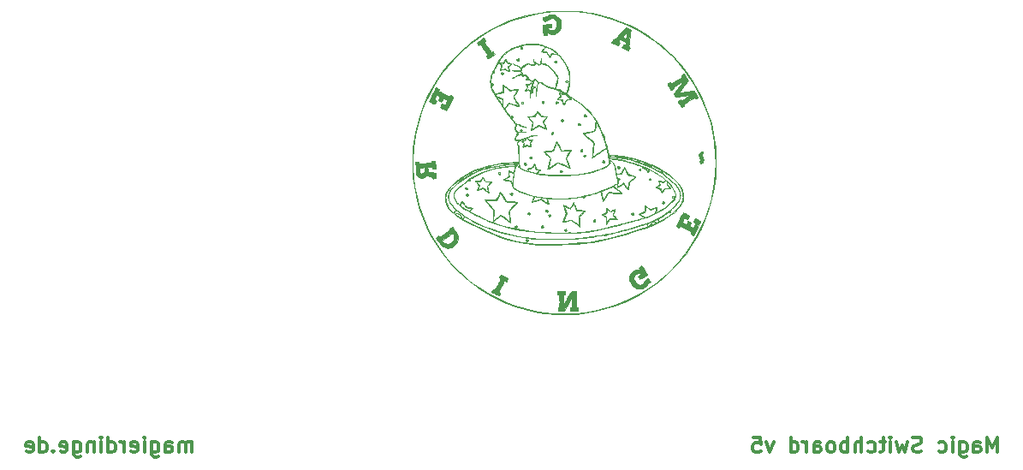
<source format=gbo>
G04 #@! TF.GenerationSoftware,KiCad,Pcbnew,5.0.2-bee76a0~70~ubuntu18.04.1*
G04 #@! TF.CreationDate,2019-03-01T17:12:45+01:00*
G04 #@! TF.ProjectId,magic-switchboard,6d616769-632d-4737-9769-746368626f61,v5*
G04 #@! TF.SameCoordinates,Original*
G04 #@! TF.FileFunction,Legend,Bot*
G04 #@! TF.FilePolarity,Positive*
%FSLAX46Y46*%
G04 Gerber Fmt 4.6, Leading zero omitted, Abs format (unit mm)*
G04 Created by KiCad (PCBNEW 5.0.2-bee76a0~70~ubuntu18.04.1) date Fr 01 Mär 2019 17:12:45 CET*
%MOMM*%
%LPD*%
G01*
G04 APERTURE LIST*
%ADD10C,0.300000*%
%ADD11C,0.010000*%
G04 APERTURE END LIST*
D10*
X108178571Y-140678571D02*
X108178571Y-139678571D01*
X108178571Y-139821428D02*
X108107142Y-139750000D01*
X107964285Y-139678571D01*
X107750000Y-139678571D01*
X107607142Y-139750000D01*
X107535714Y-139892857D01*
X107535714Y-140678571D01*
X107535714Y-139892857D02*
X107464285Y-139750000D01*
X107321428Y-139678571D01*
X107107142Y-139678571D01*
X106964285Y-139750000D01*
X106892857Y-139892857D01*
X106892857Y-140678571D01*
X105535714Y-140678571D02*
X105535714Y-139892857D01*
X105607142Y-139750000D01*
X105750000Y-139678571D01*
X106035714Y-139678571D01*
X106178571Y-139750000D01*
X105535714Y-140607142D02*
X105678571Y-140678571D01*
X106035714Y-140678571D01*
X106178571Y-140607142D01*
X106250000Y-140464285D01*
X106250000Y-140321428D01*
X106178571Y-140178571D01*
X106035714Y-140107142D01*
X105678571Y-140107142D01*
X105535714Y-140035714D01*
X104178571Y-139678571D02*
X104178571Y-140892857D01*
X104250000Y-141035714D01*
X104321428Y-141107142D01*
X104464285Y-141178571D01*
X104678571Y-141178571D01*
X104821428Y-141107142D01*
X104178571Y-140607142D02*
X104321428Y-140678571D01*
X104607142Y-140678571D01*
X104750000Y-140607142D01*
X104821428Y-140535714D01*
X104892857Y-140392857D01*
X104892857Y-139964285D01*
X104821428Y-139821428D01*
X104750000Y-139750000D01*
X104607142Y-139678571D01*
X104321428Y-139678571D01*
X104178571Y-139750000D01*
X103464285Y-140678571D02*
X103464285Y-139678571D01*
X103464285Y-139178571D02*
X103535714Y-139250000D01*
X103464285Y-139321428D01*
X103392857Y-139250000D01*
X103464285Y-139178571D01*
X103464285Y-139321428D01*
X102178571Y-140607142D02*
X102321428Y-140678571D01*
X102607142Y-140678571D01*
X102750000Y-140607142D01*
X102821428Y-140464285D01*
X102821428Y-139892857D01*
X102750000Y-139750000D01*
X102607142Y-139678571D01*
X102321428Y-139678571D01*
X102178571Y-139750000D01*
X102107142Y-139892857D01*
X102107142Y-140035714D01*
X102821428Y-140178571D01*
X101464285Y-140678571D02*
X101464285Y-139678571D01*
X101464285Y-139964285D02*
X101392857Y-139821428D01*
X101321428Y-139750000D01*
X101178571Y-139678571D01*
X101035714Y-139678571D01*
X99892857Y-140678571D02*
X99892857Y-139178571D01*
X99892857Y-140607142D02*
X100035714Y-140678571D01*
X100321428Y-140678571D01*
X100464285Y-140607142D01*
X100535714Y-140535714D01*
X100607142Y-140392857D01*
X100607142Y-139964285D01*
X100535714Y-139821428D01*
X100464285Y-139750000D01*
X100321428Y-139678571D01*
X100035714Y-139678571D01*
X99892857Y-139750000D01*
X99178571Y-140678571D02*
X99178571Y-139678571D01*
X99178571Y-139178571D02*
X99250000Y-139250000D01*
X99178571Y-139321428D01*
X99107142Y-139250000D01*
X99178571Y-139178571D01*
X99178571Y-139321428D01*
X98464285Y-139678571D02*
X98464285Y-140678571D01*
X98464285Y-139821428D02*
X98392857Y-139750000D01*
X98250000Y-139678571D01*
X98035714Y-139678571D01*
X97892857Y-139750000D01*
X97821428Y-139892857D01*
X97821428Y-140678571D01*
X96464285Y-139678571D02*
X96464285Y-140892857D01*
X96535714Y-141035714D01*
X96607142Y-141107142D01*
X96750000Y-141178571D01*
X96964285Y-141178571D01*
X97107142Y-141107142D01*
X96464285Y-140607142D02*
X96607142Y-140678571D01*
X96892857Y-140678571D01*
X97035714Y-140607142D01*
X97107142Y-140535714D01*
X97178571Y-140392857D01*
X97178571Y-139964285D01*
X97107142Y-139821428D01*
X97035714Y-139750000D01*
X96892857Y-139678571D01*
X96607142Y-139678571D01*
X96464285Y-139750000D01*
X95178571Y-140607142D02*
X95321428Y-140678571D01*
X95607142Y-140678571D01*
X95750000Y-140607142D01*
X95821428Y-140464285D01*
X95821428Y-139892857D01*
X95750000Y-139750000D01*
X95607142Y-139678571D01*
X95321428Y-139678571D01*
X95178571Y-139750000D01*
X95107142Y-139892857D01*
X95107142Y-140035714D01*
X95821428Y-140178571D01*
X94464285Y-140535714D02*
X94392857Y-140607142D01*
X94464285Y-140678571D01*
X94535714Y-140607142D01*
X94464285Y-140535714D01*
X94464285Y-140678571D01*
X93107142Y-140678571D02*
X93107142Y-139178571D01*
X93107142Y-140607142D02*
X93250000Y-140678571D01*
X93535714Y-140678571D01*
X93678571Y-140607142D01*
X93750000Y-140535714D01*
X93821428Y-140392857D01*
X93821428Y-139964285D01*
X93750000Y-139821428D01*
X93678571Y-139750000D01*
X93535714Y-139678571D01*
X93250000Y-139678571D01*
X93107142Y-139750000D01*
X91821428Y-140607142D02*
X91964285Y-140678571D01*
X92250000Y-140678571D01*
X92392857Y-140607142D01*
X92464285Y-140464285D01*
X92464285Y-139892857D01*
X92392857Y-139750000D01*
X92250000Y-139678571D01*
X91964285Y-139678571D01*
X91821428Y-139750000D01*
X91750000Y-139892857D01*
X91750000Y-140035714D01*
X92464285Y-140178571D01*
X187829428Y-140678571D02*
X187829428Y-139178571D01*
X187329428Y-140250000D01*
X186829428Y-139178571D01*
X186829428Y-140678571D01*
X185472285Y-140678571D02*
X185472285Y-139892857D01*
X185543714Y-139750000D01*
X185686571Y-139678571D01*
X185972285Y-139678571D01*
X186115142Y-139750000D01*
X185472285Y-140607142D02*
X185615142Y-140678571D01*
X185972285Y-140678571D01*
X186115142Y-140607142D01*
X186186571Y-140464285D01*
X186186571Y-140321428D01*
X186115142Y-140178571D01*
X185972285Y-140107142D01*
X185615142Y-140107142D01*
X185472285Y-140035714D01*
X184115142Y-139678571D02*
X184115142Y-140892857D01*
X184186571Y-141035714D01*
X184258000Y-141107142D01*
X184400857Y-141178571D01*
X184615142Y-141178571D01*
X184758000Y-141107142D01*
X184115142Y-140607142D02*
X184258000Y-140678571D01*
X184543714Y-140678571D01*
X184686571Y-140607142D01*
X184758000Y-140535714D01*
X184829428Y-140392857D01*
X184829428Y-139964285D01*
X184758000Y-139821428D01*
X184686571Y-139750000D01*
X184543714Y-139678571D01*
X184258000Y-139678571D01*
X184115142Y-139750000D01*
X183400857Y-140678571D02*
X183400857Y-139678571D01*
X183400857Y-139178571D02*
X183472285Y-139250000D01*
X183400857Y-139321428D01*
X183329428Y-139250000D01*
X183400857Y-139178571D01*
X183400857Y-139321428D01*
X182043714Y-140607142D02*
X182186571Y-140678571D01*
X182472285Y-140678571D01*
X182615142Y-140607142D01*
X182686571Y-140535714D01*
X182758000Y-140392857D01*
X182758000Y-139964285D01*
X182686571Y-139821428D01*
X182615142Y-139750000D01*
X182472285Y-139678571D01*
X182186571Y-139678571D01*
X182043714Y-139750000D01*
X180329428Y-140607142D02*
X180115142Y-140678571D01*
X179758000Y-140678571D01*
X179615142Y-140607142D01*
X179543714Y-140535714D01*
X179472285Y-140392857D01*
X179472285Y-140250000D01*
X179543714Y-140107142D01*
X179615142Y-140035714D01*
X179758000Y-139964285D01*
X180043714Y-139892857D01*
X180186571Y-139821428D01*
X180258000Y-139750000D01*
X180329428Y-139607142D01*
X180329428Y-139464285D01*
X180258000Y-139321428D01*
X180186571Y-139250000D01*
X180043714Y-139178571D01*
X179686571Y-139178571D01*
X179472285Y-139250000D01*
X178972285Y-139678571D02*
X178686571Y-140678571D01*
X178400857Y-139964285D01*
X178115142Y-140678571D01*
X177829428Y-139678571D01*
X177258000Y-140678571D02*
X177258000Y-139678571D01*
X177258000Y-139178571D02*
X177329428Y-139250000D01*
X177258000Y-139321428D01*
X177186571Y-139250000D01*
X177258000Y-139178571D01*
X177258000Y-139321428D01*
X176758000Y-139678571D02*
X176186571Y-139678571D01*
X176543714Y-139178571D02*
X176543714Y-140464285D01*
X176472285Y-140607142D01*
X176329428Y-140678571D01*
X176186571Y-140678571D01*
X175043714Y-140607142D02*
X175186571Y-140678571D01*
X175472285Y-140678571D01*
X175615142Y-140607142D01*
X175686571Y-140535714D01*
X175758000Y-140392857D01*
X175758000Y-139964285D01*
X175686571Y-139821428D01*
X175615142Y-139750000D01*
X175472285Y-139678571D01*
X175186571Y-139678571D01*
X175043714Y-139750000D01*
X174400857Y-140678571D02*
X174400857Y-139178571D01*
X173758000Y-140678571D02*
X173758000Y-139892857D01*
X173829428Y-139750000D01*
X173972285Y-139678571D01*
X174186571Y-139678571D01*
X174329428Y-139750000D01*
X174400857Y-139821428D01*
X173043714Y-140678571D02*
X173043714Y-139178571D01*
X173043714Y-139750000D02*
X172900857Y-139678571D01*
X172615142Y-139678571D01*
X172472285Y-139750000D01*
X172400857Y-139821428D01*
X172329428Y-139964285D01*
X172329428Y-140392857D01*
X172400857Y-140535714D01*
X172472285Y-140607142D01*
X172615142Y-140678571D01*
X172900857Y-140678571D01*
X173043714Y-140607142D01*
X171472285Y-140678571D02*
X171615142Y-140607142D01*
X171686571Y-140535714D01*
X171758000Y-140392857D01*
X171758000Y-139964285D01*
X171686571Y-139821428D01*
X171615142Y-139750000D01*
X171472285Y-139678571D01*
X171258000Y-139678571D01*
X171115142Y-139750000D01*
X171043714Y-139821428D01*
X170972285Y-139964285D01*
X170972285Y-140392857D01*
X171043714Y-140535714D01*
X171115142Y-140607142D01*
X171258000Y-140678571D01*
X171472285Y-140678571D01*
X169686571Y-140678571D02*
X169686571Y-139892857D01*
X169758000Y-139750000D01*
X169900857Y-139678571D01*
X170186571Y-139678571D01*
X170329428Y-139750000D01*
X169686571Y-140607142D02*
X169829428Y-140678571D01*
X170186571Y-140678571D01*
X170329428Y-140607142D01*
X170400857Y-140464285D01*
X170400857Y-140321428D01*
X170329428Y-140178571D01*
X170186571Y-140107142D01*
X169829428Y-140107142D01*
X169686571Y-140035714D01*
X168972285Y-140678571D02*
X168972285Y-139678571D01*
X168972285Y-139964285D02*
X168900857Y-139821428D01*
X168829428Y-139750000D01*
X168686571Y-139678571D01*
X168543714Y-139678571D01*
X167400857Y-140678571D02*
X167400857Y-139178571D01*
X167400857Y-140607142D02*
X167543714Y-140678571D01*
X167829428Y-140678571D01*
X167972285Y-140607142D01*
X168043714Y-140535714D01*
X168115142Y-140392857D01*
X168115142Y-139964285D01*
X168043714Y-139821428D01*
X167972285Y-139750000D01*
X167829428Y-139678571D01*
X167543714Y-139678571D01*
X167400857Y-139750000D01*
X165686571Y-139678571D02*
X165329428Y-140678571D01*
X164972285Y-139678571D01*
X163686571Y-139178571D02*
X164400857Y-139178571D01*
X164472285Y-139892857D01*
X164400857Y-139821428D01*
X164258000Y-139750000D01*
X163900857Y-139750000D01*
X163758000Y-139821428D01*
X163686571Y-139892857D01*
X163615142Y-140035714D01*
X163615142Y-140392857D01*
X163686571Y-140535714D01*
X163758000Y-140607142D01*
X163900857Y-140678571D01*
X164258000Y-140678571D01*
X164400857Y-140607142D01*
X164472285Y-140535714D01*
D11*
G04 #@! TO.C,G\002A\002A\002A*
G36*
X140669800Y-100607631D02*
X140629479Y-100660254D01*
X140636384Y-100724772D01*
X140648042Y-100741963D01*
X140710663Y-100782177D01*
X140786033Y-100789306D01*
X140846892Y-100763562D01*
X140862675Y-100740309D01*
X140862934Y-100685648D01*
X140804868Y-100685648D01*
X140798250Y-100710970D01*
X140761796Y-100739874D01*
X140711902Y-100734212D01*
X140682539Y-100699348D01*
X140682000Y-100692606D01*
X140707496Y-100657703D01*
X140759215Y-100636961D01*
X140798417Y-100644083D01*
X140804868Y-100685648D01*
X140862934Y-100685648D01*
X140863032Y-100665131D01*
X140815973Y-100606729D01*
X140745500Y-100585875D01*
X140669800Y-100607631D01*
X140669800Y-100607631D01*
G37*
X140669800Y-100607631D02*
X140629479Y-100660254D01*
X140636384Y-100724772D01*
X140648042Y-100741963D01*
X140710663Y-100782177D01*
X140786033Y-100789306D01*
X140846892Y-100763562D01*
X140862675Y-100740309D01*
X140862934Y-100685648D01*
X140804868Y-100685648D01*
X140798250Y-100710970D01*
X140761796Y-100739874D01*
X140711902Y-100734212D01*
X140682539Y-100699348D01*
X140682000Y-100692606D01*
X140707496Y-100657703D01*
X140759215Y-100636961D01*
X140798417Y-100644083D01*
X140804868Y-100685648D01*
X140862934Y-100685648D01*
X140863032Y-100665131D01*
X140815973Y-100606729D01*
X140745500Y-100585875D01*
X140669800Y-100607631D01*
G36*
X140316196Y-101763320D02*
X140283554Y-101813201D01*
X140285067Y-101889577D01*
X140329594Y-101944074D01*
X140397545Y-101965449D01*
X140469333Y-101942461D01*
X140485150Y-101928900D01*
X140520486Y-101858856D01*
X140519075Y-101850820D01*
X140454262Y-101850820D01*
X140447707Y-101895081D01*
X140407071Y-101898011D01*
X140358176Y-101867176D01*
X140348625Y-101839565D01*
X140368445Y-101799125D01*
X140410137Y-101796810D01*
X140447056Y-101829779D01*
X140454262Y-101850820D01*
X140519075Y-101850820D01*
X140507900Y-101787181D01*
X140471116Y-101750479D01*
X140388493Y-101732824D01*
X140316196Y-101763320D01*
X140316196Y-101763320D01*
G37*
X140316196Y-101763320D02*
X140283554Y-101813201D01*
X140285067Y-101889577D01*
X140329594Y-101944074D01*
X140397545Y-101965449D01*
X140469333Y-101942461D01*
X140485150Y-101928900D01*
X140520486Y-101858856D01*
X140519075Y-101850820D01*
X140454262Y-101850820D01*
X140447707Y-101895081D01*
X140407071Y-101898011D01*
X140358176Y-101867176D01*
X140348625Y-101839565D01*
X140368445Y-101799125D01*
X140410137Y-101796810D01*
X140447056Y-101829779D01*
X140454262Y-101850820D01*
X140519075Y-101850820D01*
X140507900Y-101787181D01*
X140471116Y-101750479D01*
X140388493Y-101732824D01*
X140316196Y-101763320D01*
G36*
X144035300Y-101972881D02*
X143994979Y-102025504D01*
X144001884Y-102090022D01*
X144013542Y-102107213D01*
X144076163Y-102147427D01*
X144151533Y-102154556D01*
X144212392Y-102128812D01*
X144228175Y-102105559D01*
X144228434Y-102050898D01*
X144170368Y-102050898D01*
X144163750Y-102076220D01*
X144127296Y-102105124D01*
X144077402Y-102099462D01*
X144048039Y-102064598D01*
X144047500Y-102057856D01*
X144072996Y-102022953D01*
X144124715Y-102002211D01*
X144163917Y-102009333D01*
X144170368Y-102050898D01*
X144228434Y-102050898D01*
X144228532Y-102030381D01*
X144181473Y-101971979D01*
X144111000Y-101951125D01*
X144035300Y-101972881D01*
X144035300Y-101972881D01*
G37*
X144035300Y-101972881D02*
X143994979Y-102025504D01*
X144001884Y-102090022D01*
X144013542Y-102107213D01*
X144076163Y-102147427D01*
X144151533Y-102154556D01*
X144212392Y-102128812D01*
X144228175Y-102105559D01*
X144228434Y-102050898D01*
X144170368Y-102050898D01*
X144163750Y-102076220D01*
X144127296Y-102105124D01*
X144077402Y-102099462D01*
X144048039Y-102064598D01*
X144047500Y-102057856D01*
X144072996Y-102022953D01*
X144124715Y-102002211D01*
X144163917Y-102009333D01*
X144170368Y-102050898D01*
X144228434Y-102050898D01*
X144228532Y-102030381D01*
X144181473Y-101971979D01*
X144111000Y-101951125D01*
X144035300Y-101972881D01*
G36*
X139161359Y-101776978D02*
X139116928Y-101838601D01*
X139064606Y-101931596D01*
X139062223Y-101936294D01*
X138964307Y-102130265D01*
X138770704Y-102120070D01*
X138645632Y-102119439D01*
X138579670Y-102137455D01*
X138569851Y-102179398D01*
X138613206Y-102250545D01*
X138663965Y-102309954D01*
X138727303Y-102383149D01*
X138768321Y-102436475D01*
X138777000Y-102452925D01*
X138761513Y-102487391D01*
X138721371Y-102558445D01*
X138677839Y-102630298D01*
X138622982Y-102732602D01*
X138597245Y-102811773D01*
X138598438Y-102841311D01*
X138617781Y-102867757D01*
X138656853Y-102878332D01*
X138726539Y-102872368D01*
X138837723Y-102849194D01*
X138958677Y-102819146D01*
X139039766Y-102802347D01*
X139102226Y-102806447D01*
X139171304Y-102837110D01*
X139247207Y-102883871D01*
X139345067Y-102938787D01*
X139432769Y-102974785D01*
X139474523Y-102983000D01*
X139521094Y-102976594D01*
X139536901Y-102945409D01*
X139530157Y-102871490D01*
X139529005Y-102863937D01*
X139509927Y-102746523D01*
X139489734Y-102630765D01*
X139489640Y-102630251D01*
X139481303Y-102562383D01*
X139494396Y-102514272D01*
X139539824Y-102466798D01*
X139614942Y-102410556D01*
X139695074Y-102345934D01*
X139748217Y-102289519D01*
X139761250Y-102262456D01*
X139755468Y-102253575D01*
X139682386Y-102253575D01*
X139667774Y-102284635D01*
X139613130Y-102337681D01*
X139552390Y-102384944D01*
X139469205Y-102448459D01*
X139428354Y-102495947D01*
X139418704Y-102545635D01*
X139424937Y-102593617D01*
X139444640Y-102702392D01*
X139463780Y-102808375D01*
X139470123Y-102882538D01*
X139450314Y-102914978D01*
X139397566Y-102906207D01*
X139305092Y-102856736D01*
X139253235Y-102824240D01*
X139104785Y-102728980D01*
X138892683Y-102781321D01*
X138784052Y-102804873D01*
X138701146Y-102816785D01*
X138661504Y-102814559D01*
X138661206Y-102814288D01*
X138666453Y-102779485D01*
X138699962Y-102709273D01*
X138741166Y-102640115D01*
X138795118Y-102551002D01*
X138831194Y-102481769D01*
X138840500Y-102454122D01*
X138821258Y-102414615D01*
X138771585Y-102345254D01*
X138722601Y-102285190D01*
X138604702Y-102147452D01*
X138802923Y-102165426D01*
X139001145Y-102183400D01*
X139084422Y-102019637D01*
X139167700Y-101855875D01*
X139223995Y-101982875D01*
X139259295Y-102069238D01*
X139280348Y-102133601D01*
X139282646Y-102146445D01*
X139313039Y-102169600D01*
X139390502Y-102191632D01*
X139475557Y-102205131D01*
X139579246Y-102220921D01*
X139654838Y-102239443D01*
X139682386Y-102253575D01*
X139755468Y-102253575D01*
X139732291Y-102217979D01*
X139656517Y-102181871D01*
X139550584Y-102160578D01*
X139490041Y-102157500D01*
X139407468Y-102143724D01*
X139344778Y-102095447D01*
X139292575Y-102002238D01*
X139254473Y-101896004D01*
X139223568Y-101815512D01*
X139194164Y-101764881D01*
X139188503Y-101759854D01*
X139161359Y-101776978D01*
X139161359Y-101776978D01*
G37*
X139161359Y-101776978D02*
X139116928Y-101838601D01*
X139064606Y-101931596D01*
X139062223Y-101936294D01*
X138964307Y-102130265D01*
X138770704Y-102120070D01*
X138645632Y-102119439D01*
X138579670Y-102137455D01*
X138569851Y-102179398D01*
X138613206Y-102250545D01*
X138663965Y-102309954D01*
X138727303Y-102383149D01*
X138768321Y-102436475D01*
X138777000Y-102452925D01*
X138761513Y-102487391D01*
X138721371Y-102558445D01*
X138677839Y-102630298D01*
X138622982Y-102732602D01*
X138597245Y-102811773D01*
X138598438Y-102841311D01*
X138617781Y-102867757D01*
X138656853Y-102878332D01*
X138726539Y-102872368D01*
X138837723Y-102849194D01*
X138958677Y-102819146D01*
X139039766Y-102802347D01*
X139102226Y-102806447D01*
X139171304Y-102837110D01*
X139247207Y-102883871D01*
X139345067Y-102938787D01*
X139432769Y-102974785D01*
X139474523Y-102983000D01*
X139521094Y-102976594D01*
X139536901Y-102945409D01*
X139530157Y-102871490D01*
X139529005Y-102863937D01*
X139509927Y-102746523D01*
X139489734Y-102630765D01*
X139489640Y-102630251D01*
X139481303Y-102562383D01*
X139494396Y-102514272D01*
X139539824Y-102466798D01*
X139614942Y-102410556D01*
X139695074Y-102345934D01*
X139748217Y-102289519D01*
X139761250Y-102262456D01*
X139755468Y-102253575D01*
X139682386Y-102253575D01*
X139667774Y-102284635D01*
X139613130Y-102337681D01*
X139552390Y-102384944D01*
X139469205Y-102448459D01*
X139428354Y-102495947D01*
X139418704Y-102545635D01*
X139424937Y-102593617D01*
X139444640Y-102702392D01*
X139463780Y-102808375D01*
X139470123Y-102882538D01*
X139450314Y-102914978D01*
X139397566Y-102906207D01*
X139305092Y-102856736D01*
X139253235Y-102824240D01*
X139104785Y-102728980D01*
X138892683Y-102781321D01*
X138784052Y-102804873D01*
X138701146Y-102816785D01*
X138661504Y-102814559D01*
X138661206Y-102814288D01*
X138666453Y-102779485D01*
X138699962Y-102709273D01*
X138741166Y-102640115D01*
X138795118Y-102551002D01*
X138831194Y-102481769D01*
X138840500Y-102454122D01*
X138821258Y-102414615D01*
X138771585Y-102345254D01*
X138722601Y-102285190D01*
X138604702Y-102147452D01*
X138802923Y-102165426D01*
X139001145Y-102183400D01*
X139084422Y-102019637D01*
X139167700Y-101855875D01*
X139223995Y-101982875D01*
X139259295Y-102069238D01*
X139280348Y-102133601D01*
X139282646Y-102146445D01*
X139313039Y-102169600D01*
X139390502Y-102191632D01*
X139475557Y-102205131D01*
X139579246Y-102220921D01*
X139654838Y-102239443D01*
X139682386Y-102253575D01*
X139755468Y-102253575D01*
X139732291Y-102217979D01*
X139656517Y-102181871D01*
X139550584Y-102160578D01*
X139490041Y-102157500D01*
X139407468Y-102143724D01*
X139344778Y-102095447D01*
X139292575Y-102002238D01*
X139254473Y-101896004D01*
X139223568Y-101815512D01*
X139194164Y-101764881D01*
X139188503Y-101759854D01*
X139161359Y-101776978D01*
G36*
X138764800Y-103115881D02*
X138724479Y-103168504D01*
X138731384Y-103233022D01*
X138743042Y-103250213D01*
X138805663Y-103290427D01*
X138881033Y-103297556D01*
X138941892Y-103271812D01*
X138957675Y-103248559D01*
X138957996Y-103180815D01*
X138925244Y-103180815D01*
X138905255Y-103219613D01*
X138856247Y-103246590D01*
X138803417Y-103240881D01*
X138777078Y-103206242D01*
X138777000Y-103203726D01*
X138802944Y-103161889D01*
X138861853Y-103148302D01*
X138893222Y-103155187D01*
X138925244Y-103180815D01*
X138957996Y-103180815D01*
X138958032Y-103173381D01*
X138910973Y-103114979D01*
X138840500Y-103094125D01*
X138764800Y-103115881D01*
X138764800Y-103115881D01*
G37*
X138764800Y-103115881D02*
X138724479Y-103168504D01*
X138731384Y-103233022D01*
X138743042Y-103250213D01*
X138805663Y-103290427D01*
X138881033Y-103297556D01*
X138941892Y-103271812D01*
X138957675Y-103248559D01*
X138957996Y-103180815D01*
X138925244Y-103180815D01*
X138905255Y-103219613D01*
X138856247Y-103246590D01*
X138803417Y-103240881D01*
X138777078Y-103206242D01*
X138777000Y-103203726D01*
X138802944Y-103161889D01*
X138861853Y-103148302D01*
X138893222Y-103155187D01*
X138925244Y-103180815D01*
X138957996Y-103180815D01*
X138958032Y-103173381D01*
X138910973Y-103114979D01*
X138840500Y-103094125D01*
X138764800Y-103115881D01*
G36*
X145190925Y-103887740D02*
X145129749Y-103934430D01*
X145105272Y-104007203D01*
X145126669Y-104077922D01*
X145128265Y-104079898D01*
X145196723Y-104119396D01*
X145282035Y-104119824D01*
X145342900Y-104087900D01*
X145376756Y-104020863D01*
X145312124Y-104020863D01*
X145305435Y-104048145D01*
X145272430Y-104089752D01*
X145217279Y-104078841D01*
X145193811Y-104065218D01*
X145166346Y-104018987D01*
X145180549Y-103965811D01*
X145226715Y-103936065D01*
X145235255Y-103935500D01*
X145294433Y-103960392D01*
X145312124Y-104020863D01*
X145376756Y-104020863D01*
X145377505Y-104019381D01*
X145362811Y-103951204D01*
X145311033Y-103899461D01*
X145234390Y-103880241D01*
X145190925Y-103887740D01*
X145190925Y-103887740D01*
G37*
X145190925Y-103887740D02*
X145129749Y-103934430D01*
X145105272Y-104007203D01*
X145126669Y-104077922D01*
X145128265Y-104079898D01*
X145196723Y-104119396D01*
X145282035Y-104119824D01*
X145342900Y-104087900D01*
X145376756Y-104020863D01*
X145312124Y-104020863D01*
X145305435Y-104048145D01*
X145272430Y-104089752D01*
X145217279Y-104078841D01*
X145193811Y-104065218D01*
X145166346Y-104018987D01*
X145180549Y-103965811D01*
X145226715Y-103936065D01*
X145235255Y-103935500D01*
X145294433Y-103960392D01*
X145312124Y-104020863D01*
X145376756Y-104020863D01*
X145377505Y-104019381D01*
X145362811Y-103951204D01*
X145311033Y-103899461D01*
X145234390Y-103880241D01*
X145190925Y-103887740D01*
G36*
X142799092Y-105962731D02*
X142758608Y-106027365D01*
X142760054Y-106089548D01*
X142808104Y-106150900D01*
X142885225Y-106170372D01*
X142947616Y-106152270D01*
X142993011Y-106098641D01*
X142993243Y-106041583D01*
X142936250Y-106041583D01*
X142916241Y-106102071D01*
X142872547Y-106119064D01*
X142829673Y-106090424D01*
X142814860Y-106052181D01*
X142828329Y-106008453D01*
X142870422Y-105999250D01*
X142923187Y-106016346D01*
X142936250Y-106041583D01*
X142993243Y-106041583D01*
X142993287Y-106030768D01*
X142956013Y-105969847D01*
X142888762Y-105937077D01*
X142870288Y-105935750D01*
X142799092Y-105962731D01*
X142799092Y-105962731D01*
G37*
X142799092Y-105962731D02*
X142758608Y-106027365D01*
X142760054Y-106089548D01*
X142808104Y-106150900D01*
X142885225Y-106170372D01*
X142947616Y-106152270D01*
X142993011Y-106098641D01*
X142993243Y-106041583D01*
X142936250Y-106041583D01*
X142916241Y-106102071D01*
X142872547Y-106119064D01*
X142829673Y-106090424D01*
X142814860Y-106052181D01*
X142828329Y-106008453D01*
X142870422Y-105999250D01*
X142923187Y-106016346D01*
X142936250Y-106041583D01*
X142993243Y-106041583D01*
X142993287Y-106030768D01*
X142956013Y-105969847D01*
X142888762Y-105937077D01*
X142870288Y-105935750D01*
X142799092Y-105962731D01*
G36*
X144142736Y-105999969D02*
X144116751Y-106040462D01*
X144126691Y-106119059D01*
X144177292Y-106170627D01*
X144248276Y-106185985D01*
X144319364Y-106155956D01*
X144335459Y-106139463D01*
X144358420Y-106075296D01*
X144355980Y-106070687D01*
X144295456Y-106070687D01*
X144284412Y-106115691D01*
X144238000Y-106126250D01*
X144185890Y-106110180D01*
X144180545Y-106070687D01*
X144211852Y-106023452D01*
X144238000Y-106015125D01*
X144282831Y-106041519D01*
X144295456Y-106070687D01*
X144355980Y-106070687D01*
X144328929Y-106019605D01*
X144257752Y-105986833D01*
X144219100Y-105983375D01*
X144142736Y-105999969D01*
X144142736Y-105999969D01*
G37*
X144142736Y-105999969D02*
X144116751Y-106040462D01*
X144126691Y-106119059D01*
X144177292Y-106170627D01*
X144248276Y-106185985D01*
X144319364Y-106155956D01*
X144335459Y-106139463D01*
X144358420Y-106075296D01*
X144355980Y-106070687D01*
X144295456Y-106070687D01*
X144284412Y-106115691D01*
X144238000Y-106126250D01*
X144185890Y-106110180D01*
X144180545Y-106070687D01*
X144211852Y-106023452D01*
X144238000Y-106015125D01*
X144282831Y-106041519D01*
X144295456Y-106070687D01*
X144355980Y-106070687D01*
X144328929Y-106019605D01*
X144257752Y-105986833D01*
X144219100Y-105983375D01*
X144142736Y-105999969D01*
G36*
X140745486Y-106031719D02*
X140719501Y-106072212D01*
X140729441Y-106150809D01*
X140780042Y-106202377D01*
X140851026Y-106217735D01*
X140922114Y-106187706D01*
X140938209Y-106171213D01*
X140961170Y-106107046D01*
X140958730Y-106102437D01*
X140898206Y-106102437D01*
X140887162Y-106147441D01*
X140840750Y-106158000D01*
X140788640Y-106141930D01*
X140783295Y-106102437D01*
X140814602Y-106055202D01*
X140840750Y-106046875D01*
X140885581Y-106073269D01*
X140898206Y-106102437D01*
X140958730Y-106102437D01*
X140931679Y-106051355D01*
X140860502Y-106018583D01*
X140821850Y-106015125D01*
X140745486Y-106031719D01*
X140745486Y-106031719D01*
G37*
X140745486Y-106031719D02*
X140719501Y-106072212D01*
X140729441Y-106150809D01*
X140780042Y-106202377D01*
X140851026Y-106217735D01*
X140922114Y-106187706D01*
X140938209Y-106171213D01*
X140961170Y-106107046D01*
X140958730Y-106102437D01*
X140898206Y-106102437D01*
X140887162Y-106147441D01*
X140840750Y-106158000D01*
X140788640Y-106141930D01*
X140783295Y-106102437D01*
X140814602Y-106055202D01*
X140840750Y-106046875D01*
X140885581Y-106073269D01*
X140898206Y-106102437D01*
X140958730Y-106102437D01*
X140931679Y-106051355D01*
X140860502Y-106018583D01*
X140821850Y-106015125D01*
X140745486Y-106031719D01*
G36*
X146964518Y-107287750D02*
X146937058Y-107348208D01*
X146949368Y-107418875D01*
X146974850Y-107453400D01*
X147036167Y-107486899D01*
X147117437Y-107471224D01*
X147119313Y-107470472D01*
X147154307Y-107427838D01*
X147154884Y-107387425D01*
X147111020Y-107387425D01*
X147106320Y-107404429D01*
X147064262Y-107423677D01*
X147009186Y-107408861D01*
X146976429Y-107372454D01*
X146986678Y-107330915D01*
X147030724Y-107309716D01*
X147079871Y-107317907D01*
X147096610Y-107334545D01*
X147111020Y-107387425D01*
X147154884Y-107387425D01*
X147155267Y-107360643D01*
X147125607Y-107295609D01*
X147093471Y-107268163D01*
X147020428Y-107255177D01*
X146964518Y-107287750D01*
X146964518Y-107287750D01*
G37*
X146964518Y-107287750D02*
X146937058Y-107348208D01*
X146949368Y-107418875D01*
X146974850Y-107453400D01*
X147036167Y-107486899D01*
X147117437Y-107471224D01*
X147119313Y-107470472D01*
X147154307Y-107427838D01*
X147154884Y-107387425D01*
X147111020Y-107387425D01*
X147106320Y-107404429D01*
X147064262Y-107423677D01*
X147009186Y-107408861D01*
X146976429Y-107372454D01*
X146986678Y-107330915D01*
X147030724Y-107309716D01*
X147079871Y-107317907D01*
X147096610Y-107334545D01*
X147111020Y-107387425D01*
X147154884Y-107387425D01*
X147155267Y-107360643D01*
X147125607Y-107295609D01*
X147093471Y-107268163D01*
X147020428Y-107255177D01*
X146964518Y-107287750D01*
G36*
X144727116Y-107750716D02*
X144714695Y-107762693D01*
X144672202Y-107813944D01*
X144674860Y-107856875D01*
X144700180Y-107897190D01*
X144765578Y-107958251D01*
X144830718Y-107956613D01*
X144871735Y-107921650D01*
X144897286Y-107852405D01*
X144864172Y-107852405D01*
X144857749Y-107871491D01*
X144811355Y-107897883D01*
X144754000Y-107885638D01*
X144722179Y-107848704D01*
X144733385Y-107807590D01*
X144779519Y-107785019D01*
X144832519Y-107791487D01*
X144846968Y-107802017D01*
X144864172Y-107852405D01*
X144897286Y-107852405D01*
X144899877Y-107845384D01*
X144873283Y-107769195D01*
X144833754Y-107733468D01*
X144781455Y-107718044D01*
X144727116Y-107750716D01*
X144727116Y-107750716D01*
G37*
X144727116Y-107750716D02*
X144714695Y-107762693D01*
X144672202Y-107813944D01*
X144674860Y-107856875D01*
X144700180Y-107897190D01*
X144765578Y-107958251D01*
X144830718Y-107956613D01*
X144871735Y-107921650D01*
X144897286Y-107852405D01*
X144864172Y-107852405D01*
X144857749Y-107871491D01*
X144811355Y-107897883D01*
X144754000Y-107885638D01*
X144722179Y-107848704D01*
X144733385Y-107807590D01*
X144779519Y-107785019D01*
X144832519Y-107791487D01*
X144846968Y-107802017D01*
X144864172Y-107852405D01*
X144897286Y-107852405D01*
X144899877Y-107845384D01*
X144873283Y-107769195D01*
X144833754Y-107733468D01*
X144781455Y-107718044D01*
X144727116Y-107750716D01*
G36*
X146402665Y-108143303D02*
X146367787Y-108171069D01*
X146344220Y-108238215D01*
X146348892Y-108283726D01*
X146391658Y-108331552D01*
X146462444Y-108350529D01*
X146533758Y-108339085D01*
X146577675Y-108296809D01*
X146579049Y-108232333D01*
X146524000Y-108232333D01*
X146503991Y-108292821D01*
X146460297Y-108309814D01*
X146417423Y-108281174D01*
X146402610Y-108242931D01*
X146416079Y-108199203D01*
X146458172Y-108190000D01*
X146510937Y-108207096D01*
X146524000Y-108232333D01*
X146579049Y-108232333D01*
X146579241Y-108223331D01*
X146537574Y-108165454D01*
X146472205Y-108134877D01*
X146402665Y-108143303D01*
X146402665Y-108143303D01*
G37*
X146402665Y-108143303D02*
X146367787Y-108171069D01*
X146344220Y-108238215D01*
X146348892Y-108283726D01*
X146391658Y-108331552D01*
X146462444Y-108350529D01*
X146533758Y-108339085D01*
X146577675Y-108296809D01*
X146579049Y-108232333D01*
X146524000Y-108232333D01*
X146503991Y-108292821D01*
X146460297Y-108309814D01*
X146417423Y-108281174D01*
X146402610Y-108242931D01*
X146416079Y-108199203D01*
X146458172Y-108190000D01*
X146510937Y-108207096D01*
X146524000Y-108232333D01*
X146579049Y-108232333D01*
X146579241Y-108223331D01*
X146537574Y-108165454D01*
X146472205Y-108134877D01*
X146402665Y-108143303D01*
G36*
X142277319Y-106946914D02*
X142238127Y-107018774D01*
X142187812Y-107122257D01*
X142166065Y-107169711D01*
X142053528Y-107419423D01*
X141701139Y-107442262D01*
X141560206Y-107452821D01*
X141446094Y-107464080D01*
X141371535Y-107474602D01*
X141348750Y-107482064D01*
X141368850Y-107510848D01*
X141423505Y-107576444D01*
X141504251Y-107668955D01*
X141597704Y-107773075D01*
X141846657Y-108047125D01*
X141774421Y-108380500D01*
X141735214Y-108564099D01*
X141710891Y-108692750D01*
X141702667Y-108773515D01*
X141711753Y-108813456D01*
X141739363Y-108819636D01*
X141786709Y-108799116D01*
X141840875Y-108767462D01*
X141911166Y-108727219D01*
X142019301Y-108667632D01*
X142146860Y-108598796D01*
X142208920Y-108565782D01*
X142481715Y-108421401D01*
X142859795Y-108572518D01*
X143002011Y-108627189D01*
X143121337Y-108668943D01*
X143206479Y-108694131D01*
X143246141Y-108699106D01*
X143247518Y-108697764D01*
X143237927Y-108660636D01*
X143204569Y-108579569D01*
X143152876Y-108467014D01*
X143096706Y-108352148D01*
X143032410Y-108221336D01*
X142980390Y-108110386D01*
X142946481Y-108032082D01*
X142936250Y-108000521D01*
X142954009Y-107962945D01*
X143001911Y-107886983D01*
X143071896Y-107784968D01*
X143128539Y-107706256D01*
X143273935Y-107507861D01*
X143190250Y-107507861D01*
X143172823Y-107539252D01*
X143126351Y-107608812D01*
X143059553Y-107703657D01*
X143031500Y-107742483D01*
X142958975Y-107846186D01*
X142903843Y-107932615D01*
X142874993Y-107987537D01*
X142872750Y-107996632D01*
X142886287Y-108038787D01*
X142922741Y-108123381D01*
X142975880Y-108236439D01*
X143015625Y-108317000D01*
X143075769Y-108438050D01*
X143123421Y-108536428D01*
X143152476Y-108599385D01*
X143158500Y-108615363D01*
X143131062Y-108609783D01*
X143056455Y-108584234D01*
X142946240Y-108542889D01*
X142818932Y-108492724D01*
X142479363Y-108356204D01*
X142175994Y-108516152D01*
X142048934Y-108584109D01*
X141942024Y-108643090D01*
X141868336Y-108685773D01*
X141842463Y-108702925D01*
X141799406Y-108726463D01*
X141765276Y-108727407D01*
X141761500Y-108720204D01*
X141767892Y-108687106D01*
X141785026Y-108606351D01*
X141809837Y-108492259D01*
X141824313Y-108426516D01*
X141860491Y-108258259D01*
X141879821Y-108136889D01*
X141878985Y-108047248D01*
X141854664Y-107974182D01*
X141803539Y-107902533D01*
X141722291Y-107817147D01*
X141682125Y-107777250D01*
X141591024Y-107682761D01*
X141520479Y-107601606D01*
X141480803Y-107546033D01*
X141475750Y-107532104D01*
X141493918Y-107511937D01*
X141553716Y-107499182D01*
X141663092Y-107492777D01*
X141779182Y-107491500D01*
X142082613Y-107491500D01*
X142193215Y-107248800D01*
X142303816Y-107006101D01*
X142483747Y-107248800D01*
X142663678Y-107491500D01*
X142926964Y-107491500D01*
X143047282Y-107493319D01*
X143138730Y-107498168D01*
X143186551Y-107505128D01*
X143190250Y-107507861D01*
X143273935Y-107507861D01*
X143320828Y-107443875D01*
X143002351Y-107434835D01*
X142683874Y-107425796D01*
X142500967Y-107172898D01*
X142421412Y-107065499D01*
X142355059Y-106980749D01*
X142310819Y-106929770D01*
X142298331Y-106920000D01*
X142277319Y-106946914D01*
X142277319Y-106946914D01*
G37*
X142277319Y-106946914D02*
X142238127Y-107018774D01*
X142187812Y-107122257D01*
X142166065Y-107169711D01*
X142053528Y-107419423D01*
X141701139Y-107442262D01*
X141560206Y-107452821D01*
X141446094Y-107464080D01*
X141371535Y-107474602D01*
X141348750Y-107482064D01*
X141368850Y-107510848D01*
X141423505Y-107576444D01*
X141504251Y-107668955D01*
X141597704Y-107773075D01*
X141846657Y-108047125D01*
X141774421Y-108380500D01*
X141735214Y-108564099D01*
X141710891Y-108692750D01*
X141702667Y-108773515D01*
X141711753Y-108813456D01*
X141739363Y-108819636D01*
X141786709Y-108799116D01*
X141840875Y-108767462D01*
X141911166Y-108727219D01*
X142019301Y-108667632D01*
X142146860Y-108598796D01*
X142208920Y-108565782D01*
X142481715Y-108421401D01*
X142859795Y-108572518D01*
X143002011Y-108627189D01*
X143121337Y-108668943D01*
X143206479Y-108694131D01*
X143246141Y-108699106D01*
X143247518Y-108697764D01*
X143237927Y-108660636D01*
X143204569Y-108579569D01*
X143152876Y-108467014D01*
X143096706Y-108352148D01*
X143032410Y-108221336D01*
X142980390Y-108110386D01*
X142946481Y-108032082D01*
X142936250Y-108000521D01*
X142954009Y-107962945D01*
X143001911Y-107886983D01*
X143071896Y-107784968D01*
X143128539Y-107706256D01*
X143273935Y-107507861D01*
X143190250Y-107507861D01*
X143172823Y-107539252D01*
X143126351Y-107608812D01*
X143059553Y-107703657D01*
X143031500Y-107742483D01*
X142958975Y-107846186D01*
X142903843Y-107932615D01*
X142874993Y-107987537D01*
X142872750Y-107996632D01*
X142886287Y-108038787D01*
X142922741Y-108123381D01*
X142975880Y-108236439D01*
X143015625Y-108317000D01*
X143075769Y-108438050D01*
X143123421Y-108536428D01*
X143152476Y-108599385D01*
X143158500Y-108615363D01*
X143131062Y-108609783D01*
X143056455Y-108584234D01*
X142946240Y-108542889D01*
X142818932Y-108492724D01*
X142479363Y-108356204D01*
X142175994Y-108516152D01*
X142048934Y-108584109D01*
X141942024Y-108643090D01*
X141868336Y-108685773D01*
X141842463Y-108702925D01*
X141799406Y-108726463D01*
X141765276Y-108727407D01*
X141761500Y-108720204D01*
X141767892Y-108687106D01*
X141785026Y-108606351D01*
X141809837Y-108492259D01*
X141824313Y-108426516D01*
X141860491Y-108258259D01*
X141879821Y-108136889D01*
X141878985Y-108047248D01*
X141854664Y-107974182D01*
X141803539Y-107902533D01*
X141722291Y-107817147D01*
X141682125Y-107777250D01*
X141591024Y-107682761D01*
X141520479Y-107601606D01*
X141480803Y-107546033D01*
X141475750Y-107532104D01*
X141493918Y-107511937D01*
X141553716Y-107499182D01*
X141663092Y-107492777D01*
X141779182Y-107491500D01*
X142082613Y-107491500D01*
X142193215Y-107248800D01*
X142303816Y-107006101D01*
X142483747Y-107248800D01*
X142663678Y-107491500D01*
X142926964Y-107491500D01*
X143047282Y-107493319D01*
X143138730Y-107498168D01*
X143186551Y-107505128D01*
X143190250Y-107507861D01*
X143273935Y-107507861D01*
X143320828Y-107443875D01*
X143002351Y-107434835D01*
X142683874Y-107425796D01*
X142500967Y-107172898D01*
X142421412Y-107065499D01*
X142355059Y-106980749D01*
X142310819Y-106929770D01*
X142298331Y-106920000D01*
X142277319Y-106946914D01*
G36*
X140634683Y-108750552D02*
X140595292Y-108800694D01*
X140598963Y-108864749D01*
X140636553Y-108909893D01*
X140700028Y-108946990D01*
X140744064Y-108938382D01*
X140775985Y-108905900D01*
X140801641Y-108843520D01*
X140745500Y-108843520D01*
X140726993Y-108878290D01*
X140688912Y-108872745D01*
X140657527Y-108830953D01*
X140671345Y-108798565D01*
X140695230Y-108793250D01*
X140738967Y-108818813D01*
X140745500Y-108843520D01*
X140801641Y-108843520D01*
X140806378Y-108832005D01*
X140781651Y-108768956D01*
X140709461Y-108735984D01*
X140708267Y-108735841D01*
X140634683Y-108750552D01*
X140634683Y-108750552D01*
G37*
X140634683Y-108750552D02*
X140595292Y-108800694D01*
X140598963Y-108864749D01*
X140636553Y-108909893D01*
X140700028Y-108946990D01*
X140744064Y-108938382D01*
X140775985Y-108905900D01*
X140801641Y-108843520D01*
X140745500Y-108843520D01*
X140726993Y-108878290D01*
X140688912Y-108872745D01*
X140657527Y-108830953D01*
X140671345Y-108798565D01*
X140695230Y-108793250D01*
X140738967Y-108818813D01*
X140745500Y-108843520D01*
X140801641Y-108843520D01*
X140806378Y-108832005D01*
X140781651Y-108768956D01*
X140709461Y-108735984D01*
X140708267Y-108735841D01*
X140634683Y-108750552D01*
G36*
X143726174Y-109037482D02*
X143682776Y-109090941D01*
X143679721Y-109152388D01*
X143685618Y-109164323D01*
X143747586Y-109218822D01*
X143824590Y-109229519D01*
X143881184Y-109200866D01*
X143917978Y-109128515D01*
X143916477Y-109121570D01*
X143851512Y-109121570D01*
X143844957Y-109165831D01*
X143804321Y-109168761D01*
X143755426Y-109137926D01*
X143745875Y-109110315D01*
X143765695Y-109069875D01*
X143807387Y-109067560D01*
X143844306Y-109100529D01*
X143851512Y-109121570D01*
X143916477Y-109121570D01*
X143902271Y-109055843D01*
X143859949Y-109017077D01*
X143791402Y-109007649D01*
X143726174Y-109037482D01*
X143726174Y-109037482D01*
G37*
X143726174Y-109037482D02*
X143682776Y-109090941D01*
X143679721Y-109152388D01*
X143685618Y-109164323D01*
X143747586Y-109218822D01*
X143824590Y-109229519D01*
X143881184Y-109200866D01*
X143917978Y-109128515D01*
X143916477Y-109121570D01*
X143851512Y-109121570D01*
X143844957Y-109165831D01*
X143804321Y-109168761D01*
X143755426Y-109137926D01*
X143745875Y-109110315D01*
X143765695Y-109069875D01*
X143807387Y-109067560D01*
X143844306Y-109100529D01*
X143851512Y-109121570D01*
X143916477Y-109121570D01*
X143902271Y-109055843D01*
X143859949Y-109017077D01*
X143791402Y-109007649D01*
X143726174Y-109037482D01*
G36*
X146607145Y-110730101D02*
X146569011Y-110786751D01*
X146565409Y-110853384D01*
X146605991Y-110910463D01*
X146670416Y-110947328D01*
X146719820Y-110937100D01*
X146761444Y-110900771D01*
X146797954Y-110833193D01*
X146738579Y-110833193D01*
X146729340Y-110858675D01*
X146688642Y-110882092D01*
X146645051Y-110858360D01*
X146624860Y-110814681D01*
X146638102Y-110769468D01*
X146662674Y-110761750D01*
X146720377Y-110783547D01*
X146738579Y-110833193D01*
X146797954Y-110833193D01*
X146801496Y-110826637D01*
X146780475Y-110754898D01*
X146738313Y-110717690D01*
X146667637Y-110701169D01*
X146607145Y-110730101D01*
X146607145Y-110730101D01*
G37*
X146607145Y-110730101D02*
X146569011Y-110786751D01*
X146565409Y-110853384D01*
X146605991Y-110910463D01*
X146670416Y-110947328D01*
X146719820Y-110937100D01*
X146761444Y-110900771D01*
X146797954Y-110833193D01*
X146738579Y-110833193D01*
X146729340Y-110858675D01*
X146688642Y-110882092D01*
X146645051Y-110858360D01*
X146624860Y-110814681D01*
X146638102Y-110769468D01*
X146662674Y-110761750D01*
X146720377Y-110783547D01*
X146738579Y-110833193D01*
X146797954Y-110833193D01*
X146801496Y-110826637D01*
X146780475Y-110754898D01*
X146738313Y-110717690D01*
X146667637Y-110701169D01*
X146607145Y-110730101D01*
G36*
X146892895Y-111269851D02*
X146854761Y-111326501D01*
X146851159Y-111393134D01*
X146891741Y-111450213D01*
X146956166Y-111487078D01*
X147005570Y-111476850D01*
X147047194Y-111440521D01*
X147083704Y-111372943D01*
X147024329Y-111372943D01*
X147015090Y-111398425D01*
X146974392Y-111421842D01*
X146930801Y-111398110D01*
X146910610Y-111354431D01*
X146923852Y-111309218D01*
X146948424Y-111301500D01*
X147006127Y-111323297D01*
X147024329Y-111372943D01*
X147083704Y-111372943D01*
X147087246Y-111366387D01*
X147066225Y-111294648D01*
X147024063Y-111257440D01*
X146953387Y-111240919D01*
X146892895Y-111269851D01*
X146892895Y-111269851D01*
G37*
X146892895Y-111269851D02*
X146854761Y-111326501D01*
X146851159Y-111393134D01*
X146891741Y-111450213D01*
X146956166Y-111487078D01*
X147005570Y-111476850D01*
X147047194Y-111440521D01*
X147083704Y-111372943D01*
X147024329Y-111372943D01*
X147015090Y-111398425D01*
X146974392Y-111421842D01*
X146930801Y-111398110D01*
X146910610Y-111354431D01*
X146923852Y-111309218D01*
X146948424Y-111301500D01*
X147006127Y-111323297D01*
X147024329Y-111372943D01*
X147083704Y-111372943D01*
X147087246Y-111366387D01*
X147066225Y-111294648D01*
X147024063Y-111257440D01*
X146953387Y-111240919D01*
X146892895Y-111269851D01*
G36*
X141572715Y-111452055D02*
X141539707Y-111510738D01*
X141539250Y-111518517D01*
X141564042Y-111596144D01*
X141624102Y-111641133D01*
X141697959Y-111645115D01*
X141760236Y-111604648D01*
X141782784Y-111534940D01*
X141782219Y-111532949D01*
X141719360Y-111532949D01*
X141696203Y-111577206D01*
X141666250Y-111587250D01*
X141625530Y-111564122D01*
X141616916Y-111552733D01*
X141613207Y-111504312D01*
X141646799Y-111471826D01*
X141692875Y-111475748D01*
X141701584Y-111482883D01*
X141719360Y-111532949D01*
X141782219Y-111532949D01*
X141761713Y-111460741D01*
X141710367Y-111415671D01*
X141638664Y-111414920D01*
X141572715Y-111452055D01*
X141572715Y-111452055D01*
G37*
X141572715Y-111452055D02*
X141539707Y-111510738D01*
X141539250Y-111518517D01*
X141564042Y-111596144D01*
X141624102Y-111641133D01*
X141697959Y-111645115D01*
X141760236Y-111604648D01*
X141782784Y-111534940D01*
X141782219Y-111532949D01*
X141719360Y-111532949D01*
X141696203Y-111577206D01*
X141666250Y-111587250D01*
X141625530Y-111564122D01*
X141616916Y-111552733D01*
X141613207Y-111504312D01*
X141646799Y-111471826D01*
X141692875Y-111475748D01*
X141701584Y-111482883D01*
X141719360Y-111532949D01*
X141782219Y-111532949D01*
X141761713Y-111460741D01*
X141710367Y-111415671D01*
X141638664Y-111414920D01*
X141572715Y-111452055D01*
G36*
X148784600Y-111847600D02*
X148748721Y-111919677D01*
X148765666Y-111992422D01*
X148807913Y-112030632D01*
X148869195Y-112058778D01*
X148908665Y-112051416D01*
X148950608Y-112013607D01*
X148991717Y-111966239D01*
X148992890Y-111944443D01*
X148929329Y-111944443D01*
X148920090Y-111969925D01*
X148879392Y-111993342D01*
X148835801Y-111969610D01*
X148815610Y-111925931D01*
X148828852Y-111880718D01*
X148853424Y-111873000D01*
X148911127Y-111894797D01*
X148929329Y-111944443D01*
X148992890Y-111944443D01*
X148993898Y-111925728D01*
X148967633Y-111870912D01*
X148909646Y-111818466D01*
X148834499Y-111816575D01*
X148784600Y-111847600D01*
X148784600Y-111847600D01*
G37*
X148784600Y-111847600D02*
X148748721Y-111919677D01*
X148765666Y-111992422D01*
X148807913Y-112030632D01*
X148869195Y-112058778D01*
X148908665Y-112051416D01*
X148950608Y-112013607D01*
X148991717Y-111966239D01*
X148992890Y-111944443D01*
X148929329Y-111944443D01*
X148920090Y-111969925D01*
X148879392Y-111993342D01*
X148835801Y-111969610D01*
X148815610Y-111925931D01*
X148828852Y-111880718D01*
X148853424Y-111873000D01*
X148911127Y-111894797D01*
X148929329Y-111944443D01*
X148992890Y-111944443D01*
X148993898Y-111925728D01*
X148967633Y-111870912D01*
X148909646Y-111818466D01*
X148834499Y-111816575D01*
X148784600Y-111847600D01*
G36*
X141026342Y-112066127D02*
X140977454Y-112120198D01*
X140973889Y-112189010D01*
X141008910Y-112250940D01*
X141075783Y-112284367D01*
X141094750Y-112285750D01*
X141161417Y-112264567D01*
X141183650Y-112247650D01*
X141219492Y-112180952D01*
X141213474Y-112166687D01*
X141152206Y-112166687D01*
X141141162Y-112211691D01*
X141094750Y-112222250D01*
X141042640Y-112206180D01*
X141037295Y-112166687D01*
X141068602Y-112119452D01*
X141094750Y-112111125D01*
X141139581Y-112137519D01*
X141152206Y-112166687D01*
X141213474Y-112166687D01*
X141191939Y-112115649D01*
X141153342Y-112082685D01*
X141078961Y-112052323D01*
X141026342Y-112066127D01*
X141026342Y-112066127D01*
G37*
X141026342Y-112066127D02*
X140977454Y-112120198D01*
X140973889Y-112189010D01*
X141008910Y-112250940D01*
X141075783Y-112284367D01*
X141094750Y-112285750D01*
X141161417Y-112264567D01*
X141183650Y-112247650D01*
X141219492Y-112180952D01*
X141213474Y-112166687D01*
X141152206Y-112166687D01*
X141141162Y-112211691D01*
X141094750Y-112222250D01*
X141042640Y-112206180D01*
X141037295Y-112166687D01*
X141068602Y-112119452D01*
X141094750Y-112111125D01*
X141139581Y-112137519D01*
X141152206Y-112166687D01*
X141213474Y-112166687D01*
X141191939Y-112115649D01*
X141153342Y-112082685D01*
X141078961Y-112052323D01*
X141026342Y-112066127D01*
G36*
X144208065Y-109944425D02*
X144169947Y-110025009D01*
X144119310Y-110143855D01*
X144060808Y-110290277D01*
X144032639Y-110363681D01*
X143953717Y-110563759D01*
X143890385Y-110705706D01*
X143841158Y-110792554D01*
X143805674Y-110826946D01*
X143751745Y-110837376D01*
X143649128Y-110849427D01*
X143512558Y-110861606D01*
X143356938Y-110872410D01*
X143206293Y-110883833D01*
X143083445Y-110897715D01*
X143000122Y-110912417D01*
X142968051Y-110926297D01*
X142968000Y-110926813D01*
X142988709Y-110959860D01*
X143045634Y-111029623D01*
X143130976Y-111127050D01*
X143236934Y-111243088D01*
X143282072Y-111291336D01*
X143596143Y-111624811D01*
X143477281Y-112074343D01*
X143433219Y-112240018D01*
X143393252Y-112388518D01*
X143360952Y-112506699D01*
X143339891Y-112581417D01*
X143335695Y-112595312D01*
X143329380Y-112652186D01*
X143354798Y-112665199D01*
X143394055Y-112648075D01*
X143476682Y-112601586D01*
X143593126Y-112531457D01*
X143733835Y-112443415D01*
X143857000Y-112364224D01*
X144008913Y-112266313D01*
X144142734Y-112181750D01*
X144249294Y-112116193D01*
X144319422Y-112075303D01*
X144343227Y-112064150D01*
X144378947Y-112076129D01*
X144463600Y-112109930D01*
X144588028Y-112161731D01*
X144743072Y-112227707D01*
X144919575Y-112304037D01*
X144956889Y-112320316D01*
X145135664Y-112397363D01*
X145294093Y-112463619D01*
X145423241Y-112515516D01*
X145514176Y-112549483D01*
X145557962Y-112561949D01*
X145560358Y-112561475D01*
X145554218Y-112528349D01*
X145527138Y-112446940D01*
X145482857Y-112327472D01*
X145425113Y-112180171D01*
X145383258Y-112077082D01*
X145317779Y-111916305D01*
X145261835Y-111775984D01*
X145219537Y-111666667D01*
X145194996Y-111598905D01*
X145190500Y-111582409D01*
X145206225Y-111547362D01*
X145249433Y-111468725D01*
X145314180Y-111356898D01*
X145394520Y-111222278D01*
X145427271Y-111168340D01*
X145510742Y-111029366D01*
X145579564Y-110910662D01*
X145628173Y-110822150D01*
X145631084Y-110815980D01*
X145577133Y-110815980D01*
X145352067Y-111181418D01*
X145269338Y-111317846D01*
X145200293Y-111435715D01*
X145151114Y-111524164D01*
X145127988Y-111572330D01*
X145127000Y-111576732D01*
X145138571Y-111615362D01*
X145170374Y-111701245D01*
X145218048Y-111823087D01*
X145277231Y-111969597D01*
X145302197Y-112030275D01*
X145363640Y-112181260D01*
X145414152Y-112310018D01*
X145449706Y-112405904D01*
X145466271Y-112458274D01*
X145466642Y-112464691D01*
X145435606Y-112456014D01*
X145355693Y-112425426D01*
X145236109Y-112376683D01*
X145086059Y-112313537D01*
X144914750Y-112239745D01*
X144910102Y-112237721D01*
X144737227Y-112162949D01*
X144584372Y-112097830D01*
X144461037Y-112046331D01*
X144376723Y-112012419D01*
X144340932Y-112000060D01*
X144340844Y-112000059D01*
X144307537Y-112016385D01*
X144230300Y-112061526D01*
X144118505Y-112129782D01*
X143981525Y-112215458D01*
X143873712Y-112283999D01*
X143725759Y-112377711D01*
X143597485Y-112457141D01*
X143497901Y-112516855D01*
X143436015Y-112551422D01*
X143419825Y-112557657D01*
X143424026Y-112525105D01*
X143442336Y-112442056D01*
X143472179Y-112319281D01*
X143510977Y-112167553D01*
X143534839Y-112077014D01*
X143660076Y-111606593D01*
X143362522Y-111289146D01*
X143255262Y-111173137D01*
X143166841Y-111074475D01*
X143104819Y-111001836D01*
X143076759Y-110963893D01*
X143076097Y-110960570D01*
X143110176Y-110953910D01*
X143195083Y-110943820D01*
X143318321Y-110931627D01*
X143467397Y-110918659D01*
X143479918Y-110917640D01*
X143631612Y-110903773D01*
X143759497Y-110889101D01*
X143850685Y-110875314D01*
X143892283Y-110864103D01*
X143892984Y-110863481D01*
X143911185Y-110826913D01*
X143946663Y-110742548D01*
X143994653Y-110622139D01*
X144050389Y-110477442D01*
X144062941Y-110444250D01*
X144118872Y-110297117D01*
X144167001Y-110172877D01*
X144202873Y-110082861D01*
X144222029Y-110038398D01*
X144223603Y-110035806D01*
X144240683Y-110058582D01*
X144280524Y-110129004D01*
X144338073Y-110237636D01*
X144408276Y-110375038D01*
X144450653Y-110459859D01*
X144666625Y-110895481D01*
X144873000Y-110877520D01*
X145014060Y-110865225D01*
X145180897Y-110850657D01*
X145328254Y-110837770D01*
X145577133Y-110815980D01*
X145631084Y-110815980D01*
X145651010Y-110773753D01*
X145651718Y-110767884D01*
X145617422Y-110766052D01*
X145531332Y-110769296D01*
X145404899Y-110776976D01*
X145249572Y-110788454D01*
X145175618Y-110794492D01*
X145011570Y-110807437D01*
X144871714Y-110816904D01*
X144767405Y-110822248D01*
X144709995Y-110822822D01*
X144702518Y-110821399D01*
X144686294Y-110790114D01*
X144647544Y-110711527D01*
X144591138Y-110595623D01*
X144521943Y-110452388D01*
X144475705Y-110356214D01*
X144400105Y-110202908D01*
X144332180Y-110073023D01*
X144277188Y-109976008D01*
X144240383Y-109921309D01*
X144229011Y-109912788D01*
X144208065Y-109944425D01*
X144208065Y-109944425D01*
G37*
X144208065Y-109944425D02*
X144169947Y-110025009D01*
X144119310Y-110143855D01*
X144060808Y-110290277D01*
X144032639Y-110363681D01*
X143953717Y-110563759D01*
X143890385Y-110705706D01*
X143841158Y-110792554D01*
X143805674Y-110826946D01*
X143751745Y-110837376D01*
X143649128Y-110849427D01*
X143512558Y-110861606D01*
X143356938Y-110872410D01*
X143206293Y-110883833D01*
X143083445Y-110897715D01*
X143000122Y-110912417D01*
X142968051Y-110926297D01*
X142968000Y-110926813D01*
X142988709Y-110959860D01*
X143045634Y-111029623D01*
X143130976Y-111127050D01*
X143236934Y-111243088D01*
X143282072Y-111291336D01*
X143596143Y-111624811D01*
X143477281Y-112074343D01*
X143433219Y-112240018D01*
X143393252Y-112388518D01*
X143360952Y-112506699D01*
X143339891Y-112581417D01*
X143335695Y-112595312D01*
X143329380Y-112652186D01*
X143354798Y-112665199D01*
X143394055Y-112648075D01*
X143476682Y-112601586D01*
X143593126Y-112531457D01*
X143733835Y-112443415D01*
X143857000Y-112364224D01*
X144008913Y-112266313D01*
X144142734Y-112181750D01*
X144249294Y-112116193D01*
X144319422Y-112075303D01*
X144343227Y-112064150D01*
X144378947Y-112076129D01*
X144463600Y-112109930D01*
X144588028Y-112161731D01*
X144743072Y-112227707D01*
X144919575Y-112304037D01*
X144956889Y-112320316D01*
X145135664Y-112397363D01*
X145294093Y-112463619D01*
X145423241Y-112515516D01*
X145514176Y-112549483D01*
X145557962Y-112561949D01*
X145560358Y-112561475D01*
X145554218Y-112528349D01*
X145527138Y-112446940D01*
X145482857Y-112327472D01*
X145425113Y-112180171D01*
X145383258Y-112077082D01*
X145317779Y-111916305D01*
X145261835Y-111775984D01*
X145219537Y-111666667D01*
X145194996Y-111598905D01*
X145190500Y-111582409D01*
X145206225Y-111547362D01*
X145249433Y-111468725D01*
X145314180Y-111356898D01*
X145394520Y-111222278D01*
X145427271Y-111168340D01*
X145510742Y-111029366D01*
X145579564Y-110910662D01*
X145628173Y-110822150D01*
X145631084Y-110815980D01*
X145577133Y-110815980D01*
X145352067Y-111181418D01*
X145269338Y-111317846D01*
X145200293Y-111435715D01*
X145151114Y-111524164D01*
X145127988Y-111572330D01*
X145127000Y-111576732D01*
X145138571Y-111615362D01*
X145170374Y-111701245D01*
X145218048Y-111823087D01*
X145277231Y-111969597D01*
X145302197Y-112030275D01*
X145363640Y-112181260D01*
X145414152Y-112310018D01*
X145449706Y-112405904D01*
X145466271Y-112458274D01*
X145466642Y-112464691D01*
X145435606Y-112456014D01*
X145355693Y-112425426D01*
X145236109Y-112376683D01*
X145086059Y-112313537D01*
X144914750Y-112239745D01*
X144910102Y-112237721D01*
X144737227Y-112162949D01*
X144584372Y-112097830D01*
X144461037Y-112046331D01*
X144376723Y-112012419D01*
X144340932Y-112000060D01*
X144340844Y-112000059D01*
X144307537Y-112016385D01*
X144230300Y-112061526D01*
X144118505Y-112129782D01*
X143981525Y-112215458D01*
X143873712Y-112283999D01*
X143725759Y-112377711D01*
X143597485Y-112457141D01*
X143497901Y-112516855D01*
X143436015Y-112551422D01*
X143419825Y-112557657D01*
X143424026Y-112525105D01*
X143442336Y-112442056D01*
X143472179Y-112319281D01*
X143510977Y-112167553D01*
X143534839Y-112077014D01*
X143660076Y-111606593D01*
X143362522Y-111289146D01*
X143255262Y-111173137D01*
X143166841Y-111074475D01*
X143104819Y-111001836D01*
X143076759Y-110963893D01*
X143076097Y-110960570D01*
X143110176Y-110953910D01*
X143195083Y-110943820D01*
X143318321Y-110931627D01*
X143467397Y-110918659D01*
X143479918Y-110917640D01*
X143631612Y-110903773D01*
X143759497Y-110889101D01*
X143850685Y-110875314D01*
X143892283Y-110864103D01*
X143892984Y-110863481D01*
X143911185Y-110826913D01*
X143946663Y-110742548D01*
X143994653Y-110622139D01*
X144050389Y-110477442D01*
X144062941Y-110444250D01*
X144118872Y-110297117D01*
X144167001Y-110172877D01*
X144202873Y-110082861D01*
X144222029Y-110038398D01*
X144223603Y-110035806D01*
X144240683Y-110058582D01*
X144280524Y-110129004D01*
X144338073Y-110237636D01*
X144408276Y-110375038D01*
X144450653Y-110459859D01*
X144666625Y-110895481D01*
X144873000Y-110877520D01*
X145014060Y-110865225D01*
X145180897Y-110850657D01*
X145328254Y-110837770D01*
X145577133Y-110815980D01*
X145631084Y-110815980D01*
X145651010Y-110773753D01*
X145651718Y-110767884D01*
X145617422Y-110766052D01*
X145531332Y-110769296D01*
X145404899Y-110776976D01*
X145249572Y-110788454D01*
X145175618Y-110794492D01*
X145011570Y-110807437D01*
X144871714Y-110816904D01*
X144767405Y-110822248D01*
X144709995Y-110822822D01*
X144702518Y-110821399D01*
X144686294Y-110790114D01*
X144647544Y-110711527D01*
X144591138Y-110595623D01*
X144521943Y-110452388D01*
X144475705Y-110356214D01*
X144400105Y-110202908D01*
X144332180Y-110073023D01*
X144277188Y-109976008D01*
X144240383Y-109921309D01*
X144229011Y-109912788D01*
X144208065Y-109944425D01*
G36*
X144626487Y-112768351D02*
X144559858Y-112807667D01*
X144528784Y-112876434D01*
X144543191Y-112944562D01*
X144607261Y-113002075D01*
X144681436Y-112999489D01*
X144726272Y-112967693D01*
X144767082Y-112916207D01*
X144774635Y-112896943D01*
X144706579Y-112896943D01*
X144697340Y-112922425D01*
X144656642Y-112945842D01*
X144613051Y-112922110D01*
X144592860Y-112878431D01*
X144606102Y-112833218D01*
X144630674Y-112825500D01*
X144688377Y-112847297D01*
X144706579Y-112896943D01*
X144774635Y-112896943D01*
X144777750Y-112889000D01*
X144752288Y-112836927D01*
X144695156Y-112788766D01*
X144635235Y-112767551D01*
X144626487Y-112768351D01*
X144626487Y-112768351D01*
G37*
X144626487Y-112768351D02*
X144559858Y-112807667D01*
X144528784Y-112876434D01*
X144543191Y-112944562D01*
X144607261Y-113002075D01*
X144681436Y-112999489D01*
X144726272Y-112967693D01*
X144767082Y-112916207D01*
X144774635Y-112896943D01*
X144706579Y-112896943D01*
X144697340Y-112922425D01*
X144656642Y-112945842D01*
X144613051Y-112922110D01*
X144592860Y-112878431D01*
X144606102Y-112833218D01*
X144630674Y-112825500D01*
X144688377Y-112847297D01*
X144706579Y-112896943D01*
X144774635Y-112896943D01*
X144777750Y-112889000D01*
X144752288Y-112836927D01*
X144695156Y-112788766D01*
X144635235Y-112767551D01*
X144626487Y-112768351D01*
G36*
X150258300Y-112418631D02*
X150217979Y-112471254D01*
X150224884Y-112535772D01*
X150236542Y-112552963D01*
X150299163Y-112593177D01*
X150374533Y-112600306D01*
X150435392Y-112574562D01*
X150451175Y-112551309D01*
X150451336Y-112517232D01*
X150396918Y-112517232D01*
X150378521Y-112548145D01*
X150334462Y-112556572D01*
X150288113Y-112528653D01*
X150270500Y-112488728D01*
X150296956Y-112452862D01*
X150334000Y-112444500D01*
X150386299Y-112467369D01*
X150396918Y-112517232D01*
X150451336Y-112517232D01*
X150451532Y-112476131D01*
X150404473Y-112417729D01*
X150334000Y-112396875D01*
X150258300Y-112418631D01*
X150258300Y-112418631D01*
G37*
X150258300Y-112418631D02*
X150217979Y-112471254D01*
X150224884Y-112535772D01*
X150236542Y-112552963D01*
X150299163Y-112593177D01*
X150374533Y-112600306D01*
X150435392Y-112574562D01*
X150451175Y-112551309D01*
X150451336Y-112517232D01*
X150396918Y-112517232D01*
X150378521Y-112548145D01*
X150334462Y-112556572D01*
X150288113Y-112528653D01*
X150270500Y-112488728D01*
X150296956Y-112452862D01*
X150334000Y-112444500D01*
X150386299Y-112467369D01*
X150396918Y-112517232D01*
X150451336Y-112517232D01*
X150451532Y-112476131D01*
X150404473Y-112417729D01*
X150334000Y-112396875D01*
X150258300Y-112418631D01*
G36*
X152395231Y-112670304D02*
X152381875Y-112730250D01*
X152403536Y-112791159D01*
X152452821Y-112822161D01*
X152506184Y-112815704D01*
X152535588Y-112779553D01*
X152539858Y-112730250D01*
X152493000Y-112730250D01*
X152467284Y-112758417D01*
X152445375Y-112762000D01*
X152403124Y-112744855D01*
X152397750Y-112730250D01*
X152423467Y-112702082D01*
X152445375Y-112698500D01*
X152487627Y-112715644D01*
X152493000Y-112730250D01*
X152539858Y-112730250D01*
X152542269Y-112702418D01*
X152505465Y-112651089D01*
X152449272Y-112641258D01*
X152395231Y-112670304D01*
X152395231Y-112670304D01*
G37*
X152395231Y-112670304D02*
X152381875Y-112730250D01*
X152403536Y-112791159D01*
X152452821Y-112822161D01*
X152506184Y-112815704D01*
X152535588Y-112779553D01*
X152539858Y-112730250D01*
X152493000Y-112730250D01*
X152467284Y-112758417D01*
X152445375Y-112762000D01*
X152403124Y-112744855D01*
X152397750Y-112730250D01*
X152423467Y-112702082D01*
X152445375Y-112698500D01*
X152487627Y-112715644D01*
X152493000Y-112730250D01*
X152539858Y-112730250D01*
X152542269Y-112702418D01*
X152505465Y-112651089D01*
X152449272Y-112641258D01*
X152395231Y-112670304D01*
G36*
X138528803Y-112958534D02*
X138458294Y-112985417D01*
X138433251Y-113041560D01*
X138443223Y-113126054D01*
X138488568Y-113183509D01*
X138551898Y-113205788D01*
X138615824Y-113184754D01*
X138650000Y-113143000D01*
X138662068Y-113083786D01*
X138610675Y-113083786D01*
X138607998Y-113092170D01*
X138570184Y-113138800D01*
X138519140Y-113124232D01*
X138494747Y-113099587D01*
X138476446Y-113052451D01*
X138499861Y-113022028D01*
X138555369Y-113005160D01*
X138600503Y-113031063D01*
X138610675Y-113083786D01*
X138662068Y-113083786D01*
X138667175Y-113058730D01*
X138633958Y-112991134D01*
X138562237Y-112958303D01*
X138528803Y-112958534D01*
X138528803Y-112958534D01*
G37*
X138528803Y-112958534D02*
X138458294Y-112985417D01*
X138433251Y-113041560D01*
X138443223Y-113126054D01*
X138488568Y-113183509D01*
X138551898Y-113205788D01*
X138615824Y-113184754D01*
X138650000Y-113143000D01*
X138662068Y-113083786D01*
X138610675Y-113083786D01*
X138607998Y-113092170D01*
X138570184Y-113138800D01*
X138519140Y-113124232D01*
X138494747Y-113099587D01*
X138476446Y-113052451D01*
X138499861Y-113022028D01*
X138555369Y-113005160D01*
X138600503Y-113031063D01*
X138610675Y-113083786D01*
X138662068Y-113083786D01*
X138667175Y-113058730D01*
X138633958Y-112991134D01*
X138562237Y-112958303D01*
X138528803Y-112958534D01*
G36*
X153382785Y-113619192D02*
X153355688Y-113674549D01*
X153356509Y-113694728D01*
X153387915Y-113750628D01*
X153444435Y-113773116D01*
X153499882Y-113757177D01*
X153522001Y-113726416D01*
X153520447Y-113682750D01*
X153477250Y-113682750D01*
X153453090Y-113713577D01*
X153445500Y-113714500D01*
X153414673Y-113690339D01*
X153413750Y-113682750D01*
X153437911Y-113651922D01*
X153445500Y-113651000D01*
X153476328Y-113675160D01*
X153477250Y-113682750D01*
X153520447Y-113682750D01*
X153519609Y-113659235D01*
X153499929Y-113628321D01*
X153438849Y-113600085D01*
X153382785Y-113619192D01*
X153382785Y-113619192D01*
G37*
X153382785Y-113619192D02*
X153355688Y-113674549D01*
X153356509Y-113694728D01*
X153387915Y-113750628D01*
X153444435Y-113773116D01*
X153499882Y-113757177D01*
X153522001Y-113726416D01*
X153520447Y-113682750D01*
X153477250Y-113682750D01*
X153453090Y-113713577D01*
X153445500Y-113714500D01*
X153414673Y-113690339D01*
X153413750Y-113682750D01*
X153437911Y-113651922D01*
X153445500Y-113651000D01*
X153476328Y-113675160D01*
X153477250Y-113682750D01*
X153520447Y-113682750D01*
X153519609Y-113659235D01*
X153499929Y-113628321D01*
X153438849Y-113600085D01*
X153382785Y-113619192D01*
G36*
X135202364Y-114524273D02*
X135168827Y-114556279D01*
X135169751Y-114621646D01*
X135214331Y-114670451D01*
X135283373Y-114695190D01*
X135357682Y-114688363D01*
X135411500Y-114651125D01*
X135425028Y-114621894D01*
X135376056Y-114621894D01*
X135362542Y-114632910D01*
X135326062Y-114634240D01*
X135262710Y-114623024D01*
X135238231Y-114605693D01*
X135233952Y-114568704D01*
X135269142Y-114558895D01*
X135324300Y-114579893D01*
X135335386Y-114587632D01*
X135376056Y-114621894D01*
X135425028Y-114621894D01*
X135435020Y-114600307D01*
X135411500Y-114555875D01*
X135352221Y-114519958D01*
X135273374Y-114509439D01*
X135202364Y-114524273D01*
X135202364Y-114524273D01*
G37*
X135202364Y-114524273D02*
X135168827Y-114556279D01*
X135169751Y-114621646D01*
X135214331Y-114670451D01*
X135283373Y-114695190D01*
X135357682Y-114688363D01*
X135411500Y-114651125D01*
X135425028Y-114621894D01*
X135376056Y-114621894D01*
X135362542Y-114632910D01*
X135326062Y-114634240D01*
X135262710Y-114623024D01*
X135238231Y-114605693D01*
X135233952Y-114568704D01*
X135269142Y-114558895D01*
X135324300Y-114579893D01*
X135335386Y-114587632D01*
X135376056Y-114621894D01*
X135425028Y-114621894D01*
X135435020Y-114600307D01*
X135411500Y-114555875D01*
X135352221Y-114519958D01*
X135273374Y-114509439D01*
X135202364Y-114524273D01*
G36*
X136875843Y-113478754D02*
X136828337Y-113552070D01*
X136779509Y-113635125D01*
X136680958Y-113809750D01*
X136448396Y-113809750D01*
X136332387Y-113812406D01*
X136242606Y-113819411D01*
X136196681Y-113829315D01*
X136195025Y-113830558D01*
X136203142Y-113863379D01*
X136244474Y-113929312D01*
X136309296Y-114013121D01*
X136406790Y-114129285D01*
X136469896Y-114209808D01*
X136502660Y-114269592D01*
X136509131Y-114323542D01*
X136493358Y-114386561D01*
X136459389Y-114473552D01*
X136444523Y-114510958D01*
X136404381Y-114619372D01*
X136377968Y-114702822D01*
X136370084Y-114745832D01*
X136371008Y-114748090D01*
X136405608Y-114745890D01*
X136486118Y-114728061D01*
X136597876Y-114698038D01*
X136650957Y-114682514D01*
X136916886Y-114602917D01*
X137124631Y-114740602D01*
X137273982Y-114839536D01*
X137378345Y-114907891D01*
X137445768Y-114950010D01*
X137484301Y-114970232D01*
X137501991Y-114972901D01*
X137506887Y-114962356D01*
X137507000Y-114946855D01*
X137500513Y-114897143D01*
X137483167Y-114802329D01*
X137458131Y-114679242D01*
X137445463Y-114620308D01*
X137383926Y-114338709D01*
X137606215Y-114132903D01*
X137714118Y-114028832D01*
X137775791Y-113958244D01*
X137785700Y-113936750D01*
X137711541Y-113936750D01*
X137518665Y-114135187D01*
X137325790Y-114333625D01*
X137363047Y-114508250D01*
X137388322Y-114623697D01*
X137412041Y-114727146D01*
X137422507Y-114770187D01*
X137432961Y-114832601D01*
X137426797Y-114857500D01*
X137394235Y-114840877D01*
X137322166Y-114796382D01*
X137223437Y-114732076D01*
X137171804Y-114697520D01*
X136934725Y-114537541D01*
X136709822Y-114604521D01*
X136598927Y-114634752D01*
X136513402Y-114652845D01*
X136469637Y-114655426D01*
X136467759Y-114654341D01*
X136469706Y-114618175D01*
X136492970Y-114543383D01*
X136518425Y-114479517D01*
X136556580Y-114384427D01*
X136581183Y-114310830D01*
X136586250Y-114285178D01*
X136566860Y-114244090D01*
X136515984Y-114171378D01*
X136444568Y-114082663D01*
X136443375Y-114081265D01*
X136372128Y-113995135D01*
X136320931Y-113928027D01*
X136300525Y-113894047D01*
X136300500Y-113893639D01*
X136329449Y-113883203D01*
X136405121Y-113875851D01*
X136504545Y-113873250D01*
X136708590Y-113873250D01*
X136809774Y-113696398D01*
X136910958Y-113519547D01*
X137050898Y-113728148D01*
X137190838Y-113936750D01*
X137711541Y-113936750D01*
X137785700Y-113936750D01*
X137795318Y-113915888D01*
X137786815Y-113900659D01*
X137737362Y-113888322D01*
X137642150Y-113878588D01*
X137518916Y-113873064D01*
X137475250Y-113872440D01*
X137205375Y-113870658D01*
X137067721Y-113649509D01*
X137001595Y-113549774D01*
X136945907Y-113477611D01*
X136909977Y-113444700D01*
X136904064Y-113444431D01*
X136875843Y-113478754D01*
X136875843Y-113478754D01*
G37*
X136875843Y-113478754D02*
X136828337Y-113552070D01*
X136779509Y-113635125D01*
X136680958Y-113809750D01*
X136448396Y-113809750D01*
X136332387Y-113812406D01*
X136242606Y-113819411D01*
X136196681Y-113829315D01*
X136195025Y-113830558D01*
X136203142Y-113863379D01*
X136244474Y-113929312D01*
X136309296Y-114013121D01*
X136406790Y-114129285D01*
X136469896Y-114209808D01*
X136502660Y-114269592D01*
X136509131Y-114323542D01*
X136493358Y-114386561D01*
X136459389Y-114473552D01*
X136444523Y-114510958D01*
X136404381Y-114619372D01*
X136377968Y-114702822D01*
X136370084Y-114745832D01*
X136371008Y-114748090D01*
X136405608Y-114745890D01*
X136486118Y-114728061D01*
X136597876Y-114698038D01*
X136650957Y-114682514D01*
X136916886Y-114602917D01*
X137124631Y-114740602D01*
X137273982Y-114839536D01*
X137378345Y-114907891D01*
X137445768Y-114950010D01*
X137484301Y-114970232D01*
X137501991Y-114972901D01*
X137506887Y-114962356D01*
X137507000Y-114946855D01*
X137500513Y-114897143D01*
X137483167Y-114802329D01*
X137458131Y-114679242D01*
X137445463Y-114620308D01*
X137383926Y-114338709D01*
X137606215Y-114132903D01*
X137714118Y-114028832D01*
X137775791Y-113958244D01*
X137785700Y-113936750D01*
X137711541Y-113936750D01*
X137518665Y-114135187D01*
X137325790Y-114333625D01*
X137363047Y-114508250D01*
X137388322Y-114623697D01*
X137412041Y-114727146D01*
X137422507Y-114770187D01*
X137432961Y-114832601D01*
X137426797Y-114857500D01*
X137394235Y-114840877D01*
X137322166Y-114796382D01*
X137223437Y-114732076D01*
X137171804Y-114697520D01*
X136934725Y-114537541D01*
X136709822Y-114604521D01*
X136598927Y-114634752D01*
X136513402Y-114652845D01*
X136469637Y-114655426D01*
X136467759Y-114654341D01*
X136469706Y-114618175D01*
X136492970Y-114543383D01*
X136518425Y-114479517D01*
X136556580Y-114384427D01*
X136581183Y-114310830D01*
X136586250Y-114285178D01*
X136566860Y-114244090D01*
X136515984Y-114171378D01*
X136444568Y-114082663D01*
X136443375Y-114081265D01*
X136372128Y-113995135D01*
X136320931Y-113928027D01*
X136300525Y-113894047D01*
X136300500Y-113893639D01*
X136329449Y-113883203D01*
X136405121Y-113875851D01*
X136504545Y-113873250D01*
X136708590Y-113873250D01*
X136809774Y-113696398D01*
X136910958Y-113519547D01*
X137050898Y-113728148D01*
X137190838Y-113936750D01*
X137711541Y-113936750D01*
X137785700Y-113936750D01*
X137795318Y-113915888D01*
X137786815Y-113900659D01*
X137737362Y-113888322D01*
X137642150Y-113878588D01*
X137518916Y-113873064D01*
X137475250Y-113872440D01*
X137205375Y-113870658D01*
X137067721Y-113649509D01*
X137001595Y-113549774D01*
X136945907Y-113477611D01*
X136909977Y-113444700D01*
X136904064Y-113444431D01*
X136875843Y-113478754D01*
G36*
X139712331Y-115021463D02*
X139633716Y-115050869D01*
X139608375Y-115106869D01*
X139641074Y-115176633D01*
X139650807Y-115187021D01*
X139727903Y-115232429D01*
X139803667Y-115227231D01*
X139854153Y-115179385D01*
X139857964Y-115156727D01*
X139811552Y-115156727D01*
X139773639Y-115182389D01*
X139722364Y-115179018D01*
X139706753Y-115169296D01*
X139670829Y-115124733D01*
X139666000Y-115107612D01*
X139690526Y-115084059D01*
X139743871Y-115082006D01*
X139795689Y-115099897D01*
X139811069Y-115115049D01*
X139811552Y-115156727D01*
X139857964Y-115156727D01*
X139866736Y-115104588D01*
X139828113Y-115047117D01*
X139750466Y-115020538D01*
X139712331Y-115021463D01*
X139712331Y-115021463D01*
G37*
X139712331Y-115021463D02*
X139633716Y-115050869D01*
X139608375Y-115106869D01*
X139641074Y-115176633D01*
X139650807Y-115187021D01*
X139727903Y-115232429D01*
X139803667Y-115227231D01*
X139854153Y-115179385D01*
X139857964Y-115156727D01*
X139811552Y-115156727D01*
X139773639Y-115182389D01*
X139722364Y-115179018D01*
X139706753Y-115169296D01*
X139670829Y-115124733D01*
X139666000Y-115107612D01*
X139690526Y-115084059D01*
X139743871Y-115082006D01*
X139795689Y-115099897D01*
X139811069Y-115115049D01*
X139811552Y-115156727D01*
X139857964Y-115156727D01*
X139866736Y-115104588D01*
X139828113Y-115047117D01*
X139750466Y-115020538D01*
X139712331Y-115021463D01*
G36*
X135299806Y-115104969D02*
X135262551Y-115164900D01*
X135261930Y-115235949D01*
X135303685Y-115294521D01*
X135314163Y-115300882D01*
X135375445Y-115329028D01*
X135414915Y-115321666D01*
X135456858Y-115283857D01*
X135496865Y-115232848D01*
X135503741Y-115214693D01*
X135435579Y-115214693D01*
X135426340Y-115240175D01*
X135385642Y-115263592D01*
X135342051Y-115239860D01*
X135321860Y-115196181D01*
X135335102Y-115150968D01*
X135359674Y-115143250D01*
X135417377Y-115165047D01*
X135435579Y-115214693D01*
X135503741Y-115214693D01*
X135506750Y-115206750D01*
X135482783Y-115158285D01*
X135429400Y-115107655D01*
X135374381Y-115080280D01*
X135367958Y-115079750D01*
X135299806Y-115104969D01*
X135299806Y-115104969D01*
G37*
X135299806Y-115104969D02*
X135262551Y-115164900D01*
X135261930Y-115235949D01*
X135303685Y-115294521D01*
X135314163Y-115300882D01*
X135375445Y-115329028D01*
X135414915Y-115321666D01*
X135456858Y-115283857D01*
X135496865Y-115232848D01*
X135503741Y-115214693D01*
X135435579Y-115214693D01*
X135426340Y-115240175D01*
X135385642Y-115263592D01*
X135342051Y-115239860D01*
X135321860Y-115196181D01*
X135335102Y-115150968D01*
X135359674Y-115143250D01*
X135417377Y-115165047D01*
X135435579Y-115214693D01*
X135503741Y-115214693D01*
X135506750Y-115206750D01*
X135482783Y-115158285D01*
X135429400Y-115107655D01*
X135374381Y-115080280D01*
X135367958Y-115079750D01*
X135299806Y-115104969D01*
G36*
X155655748Y-115373437D02*
X155637267Y-115446135D01*
X155665300Y-115505794D01*
X155722863Y-115540182D01*
X155792977Y-115537072D01*
X155840194Y-115506270D01*
X155874968Y-115458934D01*
X155870776Y-115440655D01*
X155817922Y-115440655D01*
X155811499Y-115459741D01*
X155765105Y-115486133D01*
X155707750Y-115473888D01*
X155675929Y-115436954D01*
X155687135Y-115395840D01*
X155733269Y-115373269D01*
X155786269Y-115379737D01*
X155800718Y-115390267D01*
X155817922Y-115440655D01*
X155870776Y-115440655D01*
X155864022Y-115411206D01*
X155848113Y-115385622D01*
X155783296Y-115328601D01*
X155712168Y-115325612D01*
X155655748Y-115373437D01*
X155655748Y-115373437D01*
G37*
X155655748Y-115373437D02*
X155637267Y-115446135D01*
X155665300Y-115505794D01*
X155722863Y-115540182D01*
X155792977Y-115537072D01*
X155840194Y-115506270D01*
X155874968Y-115458934D01*
X155870776Y-115440655D01*
X155817922Y-115440655D01*
X155811499Y-115459741D01*
X155765105Y-115486133D01*
X155707750Y-115473888D01*
X155675929Y-115436954D01*
X155687135Y-115395840D01*
X155733269Y-115373269D01*
X155786269Y-115379737D01*
X155800718Y-115390267D01*
X155817922Y-115440655D01*
X155870776Y-115440655D01*
X155864022Y-115411206D01*
X155848113Y-115385622D01*
X155783296Y-115328601D01*
X155712168Y-115325612D01*
X155655748Y-115373437D01*
G36*
X154727147Y-115891303D02*
X154682261Y-115944637D01*
X154677659Y-116015856D01*
X154686098Y-116036635D01*
X154739890Y-116089279D01*
X154804208Y-116082046D01*
X154841235Y-116049650D01*
X154869187Y-115980149D01*
X154829380Y-115980149D01*
X154826764Y-116000275D01*
X154781085Y-116030925D01*
X154733814Y-116004000D01*
X154730070Y-115998387D01*
X154722902Y-115953889D01*
X154762091Y-115940350D01*
X154795519Y-115948728D01*
X154829380Y-115980149D01*
X154869187Y-115980149D01*
X154869582Y-115979169D01*
X154851700Y-115913601D01*
X154796609Y-115878349D01*
X154727147Y-115891303D01*
X154727147Y-115891303D01*
G37*
X154727147Y-115891303D02*
X154682261Y-115944637D01*
X154677659Y-116015856D01*
X154686098Y-116036635D01*
X154739890Y-116089279D01*
X154804208Y-116082046D01*
X154841235Y-116049650D01*
X154869187Y-115980149D01*
X154829380Y-115980149D01*
X154826764Y-116000275D01*
X154781085Y-116030925D01*
X154733814Y-116004000D01*
X154730070Y-115998387D01*
X154722902Y-115953889D01*
X154762091Y-115940350D01*
X154795519Y-115948728D01*
X154829380Y-115980149D01*
X154869187Y-115980149D01*
X154869582Y-115979169D01*
X154851700Y-115913601D01*
X154796609Y-115878349D01*
X154727147Y-115891303D01*
G36*
X143140220Y-116735239D02*
X143126750Y-116789773D01*
X143150716Y-116860645D01*
X143208015Y-116909298D01*
X143276754Y-116923721D01*
X143327834Y-116900083D01*
X143349657Y-116840452D01*
X143341418Y-116820046D01*
X143278224Y-116820046D01*
X143264406Y-116852434D01*
X143240521Y-116857750D01*
X143196784Y-116832186D01*
X143190250Y-116807479D01*
X143208758Y-116772709D01*
X143246839Y-116778254D01*
X143278224Y-116820046D01*
X143341418Y-116820046D01*
X143322892Y-116774167D01*
X143272653Y-116732370D01*
X143191340Y-116708599D01*
X143140220Y-116735239D01*
X143140220Y-116735239D01*
G37*
X143140220Y-116735239D02*
X143126750Y-116789773D01*
X143150716Y-116860645D01*
X143208015Y-116909298D01*
X143276754Y-116923721D01*
X143327834Y-116900083D01*
X143349657Y-116840452D01*
X143341418Y-116820046D01*
X143278224Y-116820046D01*
X143264406Y-116852434D01*
X143240521Y-116857750D01*
X143196784Y-116832186D01*
X143190250Y-116807479D01*
X143208758Y-116772709D01*
X143246839Y-116778254D01*
X143278224Y-116820046D01*
X143341418Y-116820046D01*
X143322892Y-116774167D01*
X143272653Y-116732370D01*
X143191340Y-116708599D01*
X143140220Y-116735239D01*
G36*
X141417679Y-116984356D02*
X141385440Y-117047555D01*
X141385660Y-117083590D01*
X141420713Y-117143837D01*
X141487731Y-117171474D01*
X141561164Y-117160813D01*
X141599734Y-117131259D01*
X141622551Y-117073943D01*
X141617681Y-117059521D01*
X141558356Y-117059521D01*
X141557941Y-117107120D01*
X141556835Y-117108983D01*
X141512755Y-117141626D01*
X141458479Y-117112018D01*
X141444312Y-117096250D01*
X141423147Y-117054465D01*
X141457463Y-117028909D01*
X141458434Y-117028534D01*
X141517931Y-117027394D01*
X141558356Y-117059521D01*
X141617681Y-117059521D01*
X141603837Y-117018529D01*
X141547737Y-116963623D01*
X141478731Y-116954305D01*
X141417679Y-116984356D01*
X141417679Y-116984356D01*
G37*
X141417679Y-116984356D02*
X141385440Y-117047555D01*
X141385660Y-117083590D01*
X141420713Y-117143837D01*
X141487731Y-117171474D01*
X141561164Y-117160813D01*
X141599734Y-117131259D01*
X141622551Y-117073943D01*
X141617681Y-117059521D01*
X141558356Y-117059521D01*
X141557941Y-117107120D01*
X141556835Y-117108983D01*
X141512755Y-117141626D01*
X141458479Y-117112018D01*
X141444312Y-117096250D01*
X141423147Y-117054465D01*
X141457463Y-117028909D01*
X141458434Y-117028534D01*
X141517931Y-117027394D01*
X141558356Y-117059521D01*
X141617681Y-117059521D01*
X141603837Y-117018529D01*
X141547737Y-116963623D01*
X141478731Y-116954305D01*
X141417679Y-116984356D01*
G36*
X151653160Y-117011753D02*
X151612646Y-117064096D01*
X151614471Y-117128730D01*
X151642100Y-117168900D01*
X151702951Y-117199152D01*
X151779708Y-117205938D01*
X151836524Y-117186139D01*
X151836834Y-117185833D01*
X151857669Y-117130653D01*
X151854832Y-117096945D01*
X151811427Y-117096945D01*
X151808152Y-117115347D01*
X151761289Y-117141938D01*
X151703505Y-117129843D01*
X151681182Y-117108200D01*
X151680771Y-117066543D01*
X151718695Y-117040791D01*
X151769849Y-117044113D01*
X151785149Y-117053663D01*
X151811427Y-117096945D01*
X151854832Y-117096945D01*
X151851645Y-117059090D01*
X151823447Y-117004628D01*
X151810305Y-116996204D01*
X151723288Y-116984767D01*
X151653160Y-117011753D01*
X151653160Y-117011753D01*
G37*
X151653160Y-117011753D02*
X151612646Y-117064096D01*
X151614471Y-117128730D01*
X151642100Y-117168900D01*
X151702951Y-117199152D01*
X151779708Y-117205938D01*
X151836524Y-117186139D01*
X151836834Y-117185833D01*
X151857669Y-117130653D01*
X151854832Y-117096945D01*
X151811427Y-117096945D01*
X151808152Y-117115347D01*
X151761289Y-117141938D01*
X151703505Y-117129843D01*
X151681182Y-117108200D01*
X151680771Y-117066543D01*
X151718695Y-117040791D01*
X151769849Y-117044113D01*
X151785149Y-117053663D01*
X151811427Y-117096945D01*
X151854832Y-117096945D01*
X151851645Y-117059090D01*
X151823447Y-117004628D01*
X151810305Y-116996204D01*
X151723288Y-116984767D01*
X151653160Y-117011753D01*
G36*
X143444236Y-117175969D02*
X143418251Y-117216462D01*
X143428191Y-117295059D01*
X143478792Y-117346627D01*
X143549776Y-117361985D01*
X143620864Y-117331956D01*
X143636959Y-117315463D01*
X143654743Y-117265761D01*
X143590021Y-117265761D01*
X143589319Y-117266950D01*
X143545612Y-117298953D01*
X143497863Y-117294196D01*
X143476000Y-117256498D01*
X143491227Y-117205155D01*
X143501329Y-117195093D01*
X143547033Y-117193768D01*
X143585643Y-117224711D01*
X143590021Y-117265761D01*
X143654743Y-117265761D01*
X143659920Y-117251296D01*
X143630429Y-117195605D01*
X143559252Y-117162833D01*
X143520600Y-117159375D01*
X143444236Y-117175969D01*
X143444236Y-117175969D01*
G37*
X143444236Y-117175969D02*
X143418251Y-117216462D01*
X143428191Y-117295059D01*
X143478792Y-117346627D01*
X143549776Y-117361985D01*
X143620864Y-117331956D01*
X143636959Y-117315463D01*
X143654743Y-117265761D01*
X143590021Y-117265761D01*
X143589319Y-117266950D01*
X143545612Y-117298953D01*
X143497863Y-117294196D01*
X143476000Y-117256498D01*
X143491227Y-117205155D01*
X143501329Y-117195093D01*
X143547033Y-117193768D01*
X143585643Y-117224711D01*
X143590021Y-117265761D01*
X143654743Y-117265761D01*
X143659920Y-117251296D01*
X143630429Y-117195605D01*
X143559252Y-117162833D01*
X143520600Y-117159375D01*
X143444236Y-117175969D01*
G36*
X147859215Y-117706805D02*
X147826207Y-117765488D01*
X147825750Y-117773267D01*
X147850542Y-117850894D01*
X147910602Y-117895883D01*
X147984459Y-117899865D01*
X148046736Y-117859398D01*
X148069284Y-117789690D01*
X148069179Y-117789320D01*
X148010762Y-117789320D01*
X148004207Y-117833581D01*
X147963571Y-117836511D01*
X147914676Y-117805676D01*
X147905125Y-117778065D01*
X147924945Y-117737625D01*
X147966637Y-117735310D01*
X148003556Y-117768279D01*
X148010762Y-117789320D01*
X148069179Y-117789320D01*
X148048213Y-117715491D01*
X147996867Y-117670421D01*
X147925164Y-117669670D01*
X147859215Y-117706805D01*
X147859215Y-117706805D01*
G37*
X147859215Y-117706805D02*
X147826207Y-117765488D01*
X147825750Y-117773267D01*
X147850542Y-117850894D01*
X147910602Y-117895883D01*
X147984459Y-117899865D01*
X148046736Y-117859398D01*
X148069284Y-117789690D01*
X148069179Y-117789320D01*
X148010762Y-117789320D01*
X148004207Y-117833581D01*
X147963571Y-117836511D01*
X147914676Y-117805676D01*
X147905125Y-117778065D01*
X147924945Y-117737625D01*
X147966637Y-117735310D01*
X148003556Y-117768279D01*
X148010762Y-117789320D01*
X148069179Y-117789320D01*
X148048213Y-117715491D01*
X147996867Y-117670421D01*
X147925164Y-117669670D01*
X147859215Y-117706805D01*
G36*
X138630822Y-114948201D02*
X138588177Y-115022868D01*
X138530436Y-115134597D01*
X138463119Y-115272982D01*
X138440037Y-115322096D01*
X138253125Y-115723193D01*
X137688252Y-115707101D01*
X137507671Y-115703321D01*
X137352023Y-115702678D01*
X137231155Y-115704995D01*
X137154915Y-115710097D01*
X137132627Y-115717024D01*
X137155221Y-115748019D01*
X137212933Y-115819483D01*
X137299426Y-115923786D01*
X137408360Y-116053299D01*
X137533396Y-116200392D01*
X137562964Y-116234972D01*
X137984053Y-116726905D01*
X137949283Y-117181265D01*
X137937319Y-117355441D01*
X137928709Y-117516843D01*
X137924105Y-117650049D01*
X137924157Y-117739636D01*
X137925070Y-117754513D01*
X137935625Y-117873402D01*
X138312781Y-117566869D01*
X138457899Y-117449839D01*
X138562863Y-117368502D01*
X138636195Y-117317778D01*
X138686418Y-117292584D01*
X138722054Y-117287837D01*
X138751627Y-117298456D01*
X138757281Y-117301802D01*
X138805464Y-117335204D01*
X138893203Y-117399514D01*
X139009831Y-117486782D01*
X139144678Y-117589061D01*
X139211579Y-117640258D01*
X139377579Y-117766049D01*
X139500106Y-117854639D01*
X139584615Y-117909311D01*
X139636557Y-117933345D01*
X139661385Y-117930022D01*
X139665556Y-117913437D01*
X139661941Y-117875471D01*
X139652205Y-117785275D01*
X139637554Y-117653697D01*
X139619192Y-117491584D01*
X139603273Y-117352689D01*
X139541433Y-116815753D01*
X139889195Y-116443989D01*
X140010910Y-116314567D01*
X140120262Y-116199579D01*
X140208655Y-116107967D01*
X140267494Y-116048672D01*
X140284854Y-116032475D01*
X140325241Y-115980561D01*
X140329621Y-115964534D01*
X140195701Y-115964534D01*
X140189301Y-115994704D01*
X140140403Y-116065853D01*
X140051802Y-116174449D01*
X139926289Y-116316965D01*
X139855131Y-116394888D01*
X139708656Y-116556255D01*
X139603228Y-116678766D01*
X139534554Y-116768027D01*
X139498345Y-116829643D01*
X139490310Y-116869220D01*
X139490638Y-116871058D01*
X139499472Y-116929421D01*
X139512436Y-117034290D01*
X139527545Y-117168965D01*
X139538177Y-117270500D01*
X139554315Y-117423706D01*
X139570315Y-117566162D01*
X139583882Y-117677857D01*
X139590073Y-117722937D01*
X139597548Y-117799020D01*
X139593701Y-117839814D01*
X139590722Y-117842000D01*
X139560334Y-117823860D01*
X139489625Y-117774262D01*
X139388623Y-117700438D01*
X139267361Y-117609620D01*
X139246619Y-117593896D01*
X139111532Y-117491431D01*
X138984182Y-117395028D01*
X138878760Y-117315419D01*
X138809458Y-117263335D01*
X138808692Y-117262763D01*
X138697509Y-117179732D01*
X138348317Y-117462956D01*
X138222060Y-117564518D01*
X138113828Y-117649988D01*
X138032880Y-117712175D01*
X137988474Y-117743891D01*
X137983224Y-117746464D01*
X137979944Y-117716653D01*
X137981031Y-117634012D01*
X137986091Y-117509036D01*
X137994729Y-117352215D01*
X138002578Y-117230812D01*
X138015661Y-117017336D01*
X138021575Y-116860303D01*
X138020321Y-116753064D01*
X138011897Y-116688967D01*
X138002605Y-116667326D01*
X137971003Y-116628305D01*
X137905594Y-116550084D01*
X137813949Y-116441633D01*
X137703640Y-116311917D01*
X137610188Y-116202536D01*
X137493554Y-116065068D01*
X137392875Y-115944069D01*
X137314864Y-115847799D01*
X137266238Y-115784520D01*
X137253000Y-115763073D01*
X137282955Y-115756952D01*
X137365814Y-115754205D01*
X137491074Y-115754822D01*
X137648230Y-115758793D01*
X137770676Y-115763523D01*
X138288352Y-115786196D01*
X138460108Y-115414765D01*
X138526150Y-115274347D01*
X138583843Y-115156148D01*
X138627512Y-115071481D01*
X138651479Y-115031662D01*
X138653006Y-115030267D01*
X138675789Y-115051287D01*
X138724039Y-115117943D01*
X138791479Y-115220875D01*
X138871830Y-115350722D01*
X138904734Y-115405662D01*
X138991383Y-115550023D01*
X139069903Y-115677871D01*
X139133058Y-115777635D01*
X139173608Y-115837741D01*
X139180435Y-115846488D01*
X139210919Y-115868370D01*
X139265973Y-115885331D01*
X139355135Y-115898771D01*
X139487938Y-115910089D01*
X139673918Y-115920686D01*
X139691838Y-115921567D01*
X139859501Y-115930936D01*
X140005712Y-115941363D01*
X140118172Y-115951798D01*
X140184579Y-115961193D01*
X140195701Y-115964534D01*
X140329621Y-115964534D01*
X140332750Y-115953087D01*
X140326288Y-115938499D01*
X140302226Y-115925950D01*
X140253556Y-115914569D01*
X140173268Y-115903490D01*
X140054353Y-115891841D01*
X139889802Y-115878755D01*
X139672605Y-115863362D01*
X139532733Y-115853904D01*
X139224840Y-115833295D01*
X138951795Y-115377147D01*
X138859843Y-115225990D01*
X138777959Y-115095995D01*
X138712032Y-114996150D01*
X138667952Y-114935442D01*
X138652849Y-114921000D01*
X138630822Y-114948201D01*
X138630822Y-114948201D01*
G37*
X138630822Y-114948201D02*
X138588177Y-115022868D01*
X138530436Y-115134597D01*
X138463119Y-115272982D01*
X138440037Y-115322096D01*
X138253125Y-115723193D01*
X137688252Y-115707101D01*
X137507671Y-115703321D01*
X137352023Y-115702678D01*
X137231155Y-115704995D01*
X137154915Y-115710097D01*
X137132627Y-115717024D01*
X137155221Y-115748019D01*
X137212933Y-115819483D01*
X137299426Y-115923786D01*
X137408360Y-116053299D01*
X137533396Y-116200392D01*
X137562964Y-116234972D01*
X137984053Y-116726905D01*
X137949283Y-117181265D01*
X137937319Y-117355441D01*
X137928709Y-117516843D01*
X137924105Y-117650049D01*
X137924157Y-117739636D01*
X137925070Y-117754513D01*
X137935625Y-117873402D01*
X138312781Y-117566869D01*
X138457899Y-117449839D01*
X138562863Y-117368502D01*
X138636195Y-117317778D01*
X138686418Y-117292584D01*
X138722054Y-117287837D01*
X138751627Y-117298456D01*
X138757281Y-117301802D01*
X138805464Y-117335204D01*
X138893203Y-117399514D01*
X139009831Y-117486782D01*
X139144678Y-117589061D01*
X139211579Y-117640258D01*
X139377579Y-117766049D01*
X139500106Y-117854639D01*
X139584615Y-117909311D01*
X139636557Y-117933345D01*
X139661385Y-117930022D01*
X139665556Y-117913437D01*
X139661941Y-117875471D01*
X139652205Y-117785275D01*
X139637554Y-117653697D01*
X139619192Y-117491584D01*
X139603273Y-117352689D01*
X139541433Y-116815753D01*
X139889195Y-116443989D01*
X140010910Y-116314567D01*
X140120262Y-116199579D01*
X140208655Y-116107967D01*
X140267494Y-116048672D01*
X140284854Y-116032475D01*
X140325241Y-115980561D01*
X140329621Y-115964534D01*
X140195701Y-115964534D01*
X140189301Y-115994704D01*
X140140403Y-116065853D01*
X140051802Y-116174449D01*
X139926289Y-116316965D01*
X139855131Y-116394888D01*
X139708656Y-116556255D01*
X139603228Y-116678766D01*
X139534554Y-116768027D01*
X139498345Y-116829643D01*
X139490310Y-116869220D01*
X139490638Y-116871058D01*
X139499472Y-116929421D01*
X139512436Y-117034290D01*
X139527545Y-117168965D01*
X139538177Y-117270500D01*
X139554315Y-117423706D01*
X139570315Y-117566162D01*
X139583882Y-117677857D01*
X139590073Y-117722937D01*
X139597548Y-117799020D01*
X139593701Y-117839814D01*
X139590722Y-117842000D01*
X139560334Y-117823860D01*
X139489625Y-117774262D01*
X139388623Y-117700438D01*
X139267361Y-117609620D01*
X139246619Y-117593896D01*
X139111532Y-117491431D01*
X138984182Y-117395028D01*
X138878760Y-117315419D01*
X138809458Y-117263335D01*
X138808692Y-117262763D01*
X138697509Y-117179732D01*
X138348317Y-117462956D01*
X138222060Y-117564518D01*
X138113828Y-117649988D01*
X138032880Y-117712175D01*
X137988474Y-117743891D01*
X137983224Y-117746464D01*
X137979944Y-117716653D01*
X137981031Y-117634012D01*
X137986091Y-117509036D01*
X137994729Y-117352215D01*
X138002578Y-117230812D01*
X138015661Y-117017336D01*
X138021575Y-116860303D01*
X138020321Y-116753064D01*
X138011897Y-116688967D01*
X138002605Y-116667326D01*
X137971003Y-116628305D01*
X137905594Y-116550084D01*
X137813949Y-116441633D01*
X137703640Y-116311917D01*
X137610188Y-116202536D01*
X137493554Y-116065068D01*
X137392875Y-115944069D01*
X137314864Y-115847799D01*
X137266238Y-115784520D01*
X137253000Y-115763073D01*
X137282955Y-115756952D01*
X137365814Y-115754205D01*
X137491074Y-115754822D01*
X137648230Y-115758793D01*
X137770676Y-115763523D01*
X138288352Y-115786196D01*
X138460108Y-115414765D01*
X138526150Y-115274347D01*
X138583843Y-115156148D01*
X138627512Y-115071481D01*
X138651479Y-115031662D01*
X138653006Y-115030267D01*
X138675789Y-115051287D01*
X138724039Y-115117943D01*
X138791479Y-115220875D01*
X138871830Y-115350722D01*
X138904734Y-115405662D01*
X138991383Y-115550023D01*
X139069903Y-115677871D01*
X139133058Y-115777635D01*
X139173608Y-115837741D01*
X139180435Y-115846488D01*
X139210919Y-115868370D01*
X139265973Y-115885331D01*
X139355135Y-115898771D01*
X139487938Y-115910089D01*
X139673918Y-115920686D01*
X139691838Y-115921567D01*
X139859501Y-115930936D01*
X140005712Y-115941363D01*
X140118172Y-115951798D01*
X140184579Y-115961193D01*
X140195701Y-115964534D01*
X140329621Y-115964534D01*
X140332750Y-115953087D01*
X140326288Y-115938499D01*
X140302226Y-115925950D01*
X140253556Y-115914569D01*
X140173268Y-115903490D01*
X140054353Y-115891841D01*
X139889802Y-115878755D01*
X139672605Y-115863362D01*
X139532733Y-115853904D01*
X139224840Y-115833295D01*
X138951795Y-115377147D01*
X138859843Y-115225990D01*
X138777959Y-115095995D01*
X138712032Y-114996150D01*
X138667952Y-114935442D01*
X138652849Y-114921000D01*
X138630822Y-114948201D01*
G36*
X149141780Y-116569299D02*
X149131677Y-116645701D01*
X149127516Y-116753330D01*
X149127500Y-116760669D01*
X149127500Y-116981088D01*
X148904742Y-117052832D01*
X148798831Y-117091474D01*
X148723462Y-117127720D01*
X148692787Y-117154579D01*
X148692948Y-117157467D01*
X148723789Y-117188510D01*
X148795465Y-117240820D01*
X148893696Y-117304132D01*
X148914704Y-117316870D01*
X149125496Y-117443382D01*
X149134436Y-117777628D01*
X149143375Y-118111875D01*
X149331107Y-117857875D01*
X149411144Y-117749600D01*
X149475813Y-117662143D01*
X149516668Y-117606927D01*
X149526445Y-117593744D01*
X149559057Y-117593086D01*
X149641021Y-117599352D01*
X149758713Y-117611349D01*
X149854990Y-117622510D01*
X149991199Y-117636939D01*
X150102916Y-117644869D01*
X150175832Y-117645510D01*
X150196002Y-117641332D01*
X150185536Y-117610310D01*
X150154774Y-117565198D01*
X150073630Y-117565198D01*
X150071932Y-117574901D01*
X150033676Y-117579755D01*
X149948155Y-117576018D01*
X149830887Y-117564593D01*
X149775487Y-117557664D01*
X149636744Y-117542676D01*
X149535749Y-117538873D01*
X149483593Y-117546550D01*
X149479760Y-117549831D01*
X149399608Y-117669135D01*
X149322924Y-117776690D01*
X149257994Y-117861561D01*
X149213108Y-117912816D01*
X149197326Y-117922408D01*
X149188274Y-117885981D01*
X149177217Y-117802080D01*
X149166132Y-117686603D01*
X149162921Y-117645840D01*
X149143375Y-117384130D01*
X148977244Y-117287627D01*
X148889359Y-117233406D01*
X148828926Y-117190065D01*
X148810557Y-117169958D01*
X148837840Y-117149639D01*
X148909332Y-117118138D01*
X148992563Y-117088103D01*
X149175125Y-117027415D01*
X149191000Y-116829237D01*
X149206875Y-116631060D01*
X149570017Y-116891574D01*
X149732916Y-116809027D01*
X149823059Y-116766854D01*
X149888224Y-116742907D01*
X149910466Y-116741132D01*
X149908961Y-116776317D01*
X149891561Y-116855882D01*
X149861875Y-116963777D01*
X149856132Y-116982904D01*
X149823602Y-117089696D01*
X149807498Y-117163726D01*
X149812797Y-117221525D01*
X149844472Y-117279623D01*
X149907498Y-117354551D01*
X149997473Y-117452586D01*
X150050227Y-117518552D01*
X150073630Y-117565198D01*
X150154774Y-117565198D01*
X150140545Y-117544332D01*
X150069463Y-117455204D01*
X150031414Y-117410921D01*
X149846751Y-117200586D01*
X149934411Y-116931412D01*
X149971292Y-116809772D01*
X149995833Y-116711964D01*
X150004566Y-116652727D01*
X150002391Y-116642557D01*
X149966464Y-116645930D01*
X149890074Y-116673136D01*
X149788965Y-116718464D01*
X149777168Y-116724234D01*
X149571625Y-116825592D01*
X149377820Y-116682921D01*
X149281239Y-116614395D01*
X149203354Y-116563861D01*
X149158871Y-116540767D01*
X149155758Y-116540250D01*
X149141780Y-116569299D01*
X149141780Y-116569299D01*
G37*
X149141780Y-116569299D02*
X149131677Y-116645701D01*
X149127516Y-116753330D01*
X149127500Y-116760669D01*
X149127500Y-116981088D01*
X148904742Y-117052832D01*
X148798831Y-117091474D01*
X148723462Y-117127720D01*
X148692787Y-117154579D01*
X148692948Y-117157467D01*
X148723789Y-117188510D01*
X148795465Y-117240820D01*
X148893696Y-117304132D01*
X148914704Y-117316870D01*
X149125496Y-117443382D01*
X149134436Y-117777628D01*
X149143375Y-118111875D01*
X149331107Y-117857875D01*
X149411144Y-117749600D01*
X149475813Y-117662143D01*
X149516668Y-117606927D01*
X149526445Y-117593744D01*
X149559057Y-117593086D01*
X149641021Y-117599352D01*
X149758713Y-117611349D01*
X149854990Y-117622510D01*
X149991199Y-117636939D01*
X150102916Y-117644869D01*
X150175832Y-117645510D01*
X150196002Y-117641332D01*
X150185536Y-117610310D01*
X150154774Y-117565198D01*
X150073630Y-117565198D01*
X150071932Y-117574901D01*
X150033676Y-117579755D01*
X149948155Y-117576018D01*
X149830887Y-117564593D01*
X149775487Y-117557664D01*
X149636744Y-117542676D01*
X149535749Y-117538873D01*
X149483593Y-117546550D01*
X149479760Y-117549831D01*
X149399608Y-117669135D01*
X149322924Y-117776690D01*
X149257994Y-117861561D01*
X149213108Y-117912816D01*
X149197326Y-117922408D01*
X149188274Y-117885981D01*
X149177217Y-117802080D01*
X149166132Y-117686603D01*
X149162921Y-117645840D01*
X149143375Y-117384130D01*
X148977244Y-117287627D01*
X148889359Y-117233406D01*
X148828926Y-117190065D01*
X148810557Y-117169958D01*
X148837840Y-117149639D01*
X148909332Y-117118138D01*
X148992563Y-117088103D01*
X149175125Y-117027415D01*
X149191000Y-116829237D01*
X149206875Y-116631060D01*
X149570017Y-116891574D01*
X149732916Y-116809027D01*
X149823059Y-116766854D01*
X149888224Y-116742907D01*
X149910466Y-116741132D01*
X149908961Y-116776317D01*
X149891561Y-116855882D01*
X149861875Y-116963777D01*
X149856132Y-116982904D01*
X149823602Y-117089696D01*
X149807498Y-117163726D01*
X149812797Y-117221525D01*
X149844472Y-117279623D01*
X149907498Y-117354551D01*
X149997473Y-117452586D01*
X150050227Y-117518552D01*
X150073630Y-117565198D01*
X150154774Y-117565198D01*
X150140545Y-117544332D01*
X150069463Y-117455204D01*
X150031414Y-117410921D01*
X149846751Y-117200586D01*
X149934411Y-116931412D01*
X149971292Y-116809772D01*
X149995833Y-116711964D01*
X150004566Y-116652727D01*
X150002391Y-116642557D01*
X149966464Y-116645930D01*
X149890074Y-116673136D01*
X149788965Y-116718464D01*
X149777168Y-116724234D01*
X149571625Y-116825592D01*
X149377820Y-116682921D01*
X149281239Y-116614395D01*
X149203354Y-116563861D01*
X149158871Y-116540767D01*
X149155758Y-116540250D01*
X149141780Y-116569299D01*
G36*
X145857101Y-115994761D02*
X145813745Y-116064733D01*
X145755123Y-116166574D01*
X145715284Y-116238625D01*
X145650969Y-116353884D01*
X145597520Y-116444596D01*
X145562221Y-116498671D01*
X145552743Y-116508500D01*
X145519369Y-116496052D01*
X145440740Y-116462310D01*
X145329218Y-116412680D01*
X145218844Y-116362520D01*
X145089595Y-116305020D01*
X144982890Y-116260842D01*
X144910955Y-116234833D01*
X144886275Y-116230641D01*
X144889573Y-116265071D01*
X144911673Y-116342017D01*
X144947831Y-116445025D01*
X144948974Y-116448059D01*
X145003750Y-116593070D01*
X145065038Y-116755331D01*
X145105329Y-116862005D01*
X145184883Y-117072635D01*
X144996089Y-117477381D01*
X144929392Y-117623932D01*
X144875484Y-117749289D01*
X144838753Y-117842689D01*
X144823588Y-117893367D01*
X144824181Y-117899013D01*
X144859732Y-117899102D01*
X144945585Y-117887667D01*
X145069974Y-117866586D01*
X145221131Y-117837739D01*
X145270230Y-117827791D01*
X145699392Y-117739682D01*
X146008509Y-117970973D01*
X146140620Y-118069864D01*
X146264865Y-118162940D01*
X146366374Y-118239058D01*
X146425585Y-118283539D01*
X146533545Y-118364816D01*
X146511868Y-117984345D01*
X146501706Y-117821136D01*
X146490658Y-117668306D01*
X146480149Y-117544340D01*
X146472557Y-117474380D01*
X146454923Y-117344886D01*
X146740916Y-117093380D01*
X146852302Y-116992809D01*
X146943858Y-116905168D01*
X146988441Y-116858406D01*
X146883251Y-116858406D01*
X146852870Y-116907330D01*
X146777531Y-116979728D01*
X146665336Y-117077679D01*
X146546012Y-117183621D01*
X146468520Y-117259214D01*
X146425240Y-117313940D01*
X146408550Y-117357280D01*
X146410114Y-117395179D01*
X146419061Y-117462991D01*
X146428551Y-117569256D01*
X146437834Y-117699822D01*
X146446163Y-117840537D01*
X146452790Y-117977250D01*
X146456965Y-118095809D01*
X146457942Y-118182062D01*
X146454970Y-118221858D01*
X146453890Y-118223000D01*
X146424761Y-118204991D01*
X146354448Y-118155518D01*
X146252423Y-118081407D01*
X146128158Y-117989487D01*
X146079500Y-117953125D01*
X145948647Y-117856267D01*
X145835578Y-117774817D01*
X145750061Y-117715642D01*
X145701864Y-117685607D01*
X145695583Y-117683250D01*
X145656932Y-117689610D01*
X145569287Y-117706925D01*
X145445680Y-117732547D01*
X145299910Y-117763661D01*
X145154803Y-117793763D01*
X145033878Y-117816447D01*
X144949677Y-117829527D01*
X144914741Y-117830819D01*
X144914680Y-117830762D01*
X144922323Y-117798705D01*
X144952690Y-117720492D01*
X145001155Y-117607275D01*
X145063089Y-117470206D01*
X145074824Y-117444905D01*
X145248279Y-117072358D01*
X145174838Y-116877741D01*
X145122518Y-116739383D01*
X145066833Y-116592564D01*
X145035578Y-116510392D01*
X145001878Y-116416202D01*
X144982102Y-116349398D01*
X144979873Y-116327543D01*
X145010993Y-116335716D01*
X145086281Y-116365976D01*
X145192679Y-116412894D01*
X145261611Y-116444713D01*
X145383100Y-116500105D01*
X145484113Y-116543307D01*
X145550139Y-116568254D01*
X145566017Y-116572000D01*
X145595216Y-116546007D01*
X145644834Y-116476668D01*
X145705935Y-116376943D01*
X145730250Y-116333875D01*
X145791318Y-116226337D01*
X145841286Y-116144062D01*
X145872223Y-116099883D01*
X145877420Y-116095750D01*
X145896249Y-116122716D01*
X145935605Y-116195999D01*
X145989595Y-116304170D01*
X146047794Y-116426105D01*
X146202446Y-116756461D01*
X146482286Y-116778186D01*
X146668189Y-116792846D01*
X146794555Y-116807127D01*
X146865027Y-116826993D01*
X146883251Y-116858406D01*
X146988441Y-116858406D01*
X147006079Y-116839907D01*
X147029455Y-116806553D01*
X147000407Y-116786106D01*
X146915099Y-116767283D01*
X146780768Y-116751588D01*
X146754188Y-116749387D01*
X146566568Y-116735162D01*
X146430217Y-116721881D01*
X146333416Y-116702410D01*
X146264452Y-116669613D01*
X146211608Y-116616357D01*
X146163166Y-116535507D01*
X146107413Y-116419927D01*
X146064977Y-116329680D01*
X145998922Y-116193151D01*
X145942112Y-116080295D01*
X145900189Y-116001993D01*
X145878791Y-115969125D01*
X145877904Y-115968750D01*
X145857101Y-115994761D01*
X145857101Y-115994761D01*
G37*
X145857101Y-115994761D02*
X145813745Y-116064733D01*
X145755123Y-116166574D01*
X145715284Y-116238625D01*
X145650969Y-116353884D01*
X145597520Y-116444596D01*
X145562221Y-116498671D01*
X145552743Y-116508500D01*
X145519369Y-116496052D01*
X145440740Y-116462310D01*
X145329218Y-116412680D01*
X145218844Y-116362520D01*
X145089595Y-116305020D01*
X144982890Y-116260842D01*
X144910955Y-116234833D01*
X144886275Y-116230641D01*
X144889573Y-116265071D01*
X144911673Y-116342017D01*
X144947831Y-116445025D01*
X144948974Y-116448059D01*
X145003750Y-116593070D01*
X145065038Y-116755331D01*
X145105329Y-116862005D01*
X145184883Y-117072635D01*
X144996089Y-117477381D01*
X144929392Y-117623932D01*
X144875484Y-117749289D01*
X144838753Y-117842689D01*
X144823588Y-117893367D01*
X144824181Y-117899013D01*
X144859732Y-117899102D01*
X144945585Y-117887667D01*
X145069974Y-117866586D01*
X145221131Y-117837739D01*
X145270230Y-117827791D01*
X145699392Y-117739682D01*
X146008509Y-117970973D01*
X146140620Y-118069864D01*
X146264865Y-118162940D01*
X146366374Y-118239058D01*
X146425585Y-118283539D01*
X146533545Y-118364816D01*
X146511868Y-117984345D01*
X146501706Y-117821136D01*
X146490658Y-117668306D01*
X146480149Y-117544340D01*
X146472557Y-117474380D01*
X146454923Y-117344886D01*
X146740916Y-117093380D01*
X146852302Y-116992809D01*
X146943858Y-116905168D01*
X146988441Y-116858406D01*
X146883251Y-116858406D01*
X146852870Y-116907330D01*
X146777531Y-116979728D01*
X146665336Y-117077679D01*
X146546012Y-117183621D01*
X146468520Y-117259214D01*
X146425240Y-117313940D01*
X146408550Y-117357280D01*
X146410114Y-117395179D01*
X146419061Y-117462991D01*
X146428551Y-117569256D01*
X146437834Y-117699822D01*
X146446163Y-117840537D01*
X146452790Y-117977250D01*
X146456965Y-118095809D01*
X146457942Y-118182062D01*
X146454970Y-118221858D01*
X146453890Y-118223000D01*
X146424761Y-118204991D01*
X146354448Y-118155518D01*
X146252423Y-118081407D01*
X146128158Y-117989487D01*
X146079500Y-117953125D01*
X145948647Y-117856267D01*
X145835578Y-117774817D01*
X145750061Y-117715642D01*
X145701864Y-117685607D01*
X145695583Y-117683250D01*
X145656932Y-117689610D01*
X145569287Y-117706925D01*
X145445680Y-117732547D01*
X145299910Y-117763661D01*
X145154803Y-117793763D01*
X145033878Y-117816447D01*
X144949677Y-117829527D01*
X144914741Y-117830819D01*
X144914680Y-117830762D01*
X144922323Y-117798705D01*
X144952690Y-117720492D01*
X145001155Y-117607275D01*
X145063089Y-117470206D01*
X145074824Y-117444905D01*
X145248279Y-117072358D01*
X145174838Y-116877741D01*
X145122518Y-116739383D01*
X145066833Y-116592564D01*
X145035578Y-116510392D01*
X145001878Y-116416202D01*
X144982102Y-116349398D01*
X144979873Y-116327543D01*
X145010993Y-116335716D01*
X145086281Y-116365976D01*
X145192679Y-116412894D01*
X145261611Y-116444713D01*
X145383100Y-116500105D01*
X145484113Y-116543307D01*
X145550139Y-116568254D01*
X145566017Y-116572000D01*
X145595216Y-116546007D01*
X145644834Y-116476668D01*
X145705935Y-116376943D01*
X145730250Y-116333875D01*
X145791318Y-116226337D01*
X145841286Y-116144062D01*
X145872223Y-116099883D01*
X145877420Y-116095750D01*
X145896249Y-116122716D01*
X145935605Y-116195999D01*
X145989595Y-116304170D01*
X146047794Y-116426105D01*
X146202446Y-116756461D01*
X146482286Y-116778186D01*
X146668189Y-116792846D01*
X146794555Y-116807127D01*
X146865027Y-116826993D01*
X146883251Y-116858406D01*
X146988441Y-116858406D01*
X147006079Y-116839907D01*
X147029455Y-116806553D01*
X147000407Y-116786106D01*
X146915099Y-116767283D01*
X146780768Y-116751588D01*
X146754188Y-116749387D01*
X146566568Y-116735162D01*
X146430217Y-116721881D01*
X146333416Y-116702410D01*
X146264452Y-116669613D01*
X146211608Y-116616357D01*
X146163166Y-116535507D01*
X146107413Y-116419927D01*
X146064977Y-116329680D01*
X145998922Y-116193151D01*
X145942112Y-116080295D01*
X145900189Y-116001993D01*
X145878791Y-115969125D01*
X145877904Y-115968750D01*
X145857101Y-115994761D01*
G36*
X140126953Y-118272126D02*
X140076958Y-118323138D01*
X140071603Y-118394664D01*
X140081098Y-118417885D01*
X140131369Y-118461475D01*
X140201980Y-118475954D01*
X140265026Y-118459528D01*
X140288807Y-118431229D01*
X140296876Y-118355572D01*
X140258281Y-118355572D01*
X140238294Y-118396658D01*
X140236864Y-118398392D01*
X140193298Y-118428540D01*
X140152567Y-118408887D01*
X140126770Y-118363281D01*
X140138771Y-118340779D01*
X140191373Y-118324201D01*
X140223067Y-118330284D01*
X140258281Y-118355572D01*
X140296876Y-118355572D01*
X140298167Y-118343473D01*
X140259059Y-118280293D01*
X140207205Y-118259672D01*
X140126953Y-118272126D01*
X140126953Y-118272126D01*
G37*
X140126953Y-118272126D02*
X140076958Y-118323138D01*
X140071603Y-118394664D01*
X140081098Y-118417885D01*
X140131369Y-118461475D01*
X140201980Y-118475954D01*
X140265026Y-118459528D01*
X140288807Y-118431229D01*
X140296876Y-118355572D01*
X140258281Y-118355572D01*
X140238294Y-118396658D01*
X140236864Y-118398392D01*
X140193298Y-118428540D01*
X140152567Y-118408887D01*
X140126770Y-118363281D01*
X140138771Y-118340779D01*
X140191373Y-118324201D01*
X140223067Y-118330284D01*
X140258281Y-118355572D01*
X140296876Y-118355572D01*
X140298167Y-118343473D01*
X140259059Y-118280293D01*
X140207205Y-118259672D01*
X140126953Y-118272126D01*
G36*
X142778963Y-118263476D02*
X142726166Y-118302079D01*
X142703075Y-118374947D01*
X142727605Y-118440359D01*
X142784531Y-118481766D01*
X142858626Y-118482619D01*
X142882606Y-118472115D01*
X142924530Y-118419480D01*
X142936250Y-118364902D01*
X142932696Y-118355572D01*
X142893531Y-118355572D01*
X142873544Y-118396658D01*
X142872114Y-118398392D01*
X142828548Y-118428540D01*
X142787817Y-118408887D01*
X142762020Y-118363281D01*
X142774021Y-118340779D01*
X142826623Y-118324201D01*
X142858317Y-118330284D01*
X142893531Y-118355572D01*
X142932696Y-118355572D01*
X142910762Y-118298001D01*
X142850321Y-118261797D01*
X142778963Y-118263476D01*
X142778963Y-118263476D01*
G37*
X142778963Y-118263476D02*
X142726166Y-118302079D01*
X142703075Y-118374947D01*
X142727605Y-118440359D01*
X142784531Y-118481766D01*
X142858626Y-118482619D01*
X142882606Y-118472115D01*
X142924530Y-118419480D01*
X142936250Y-118364902D01*
X142932696Y-118355572D01*
X142893531Y-118355572D01*
X142873544Y-118396658D01*
X142872114Y-118398392D01*
X142828548Y-118428540D01*
X142787817Y-118408887D01*
X142762020Y-118363281D01*
X142774021Y-118340779D01*
X142826623Y-118324201D01*
X142858317Y-118330284D01*
X142893531Y-118355572D01*
X142932696Y-118355572D01*
X142910762Y-118298001D01*
X142850321Y-118261797D01*
X142778963Y-118263476D01*
G36*
X145062773Y-118604389D02*
X145009251Y-118662852D01*
X145007006Y-118738209D01*
X145038100Y-118788150D01*
X145110494Y-118824102D01*
X145183450Y-118806434D01*
X145221861Y-118763477D01*
X145228128Y-118710905D01*
X145181672Y-118710905D01*
X145175249Y-118729991D01*
X145128855Y-118756383D01*
X145071500Y-118744138D01*
X145039679Y-118707204D01*
X145050885Y-118666090D01*
X145097019Y-118643519D01*
X145150019Y-118649987D01*
X145164468Y-118660517D01*
X145181672Y-118710905D01*
X145228128Y-118710905D01*
X145230264Y-118692988D01*
X145194149Y-118630962D01*
X145131743Y-118595627D01*
X145062773Y-118604389D01*
X145062773Y-118604389D01*
G37*
X145062773Y-118604389D02*
X145009251Y-118662852D01*
X145007006Y-118738209D01*
X145038100Y-118788150D01*
X145110494Y-118824102D01*
X145183450Y-118806434D01*
X145221861Y-118763477D01*
X145228128Y-118710905D01*
X145181672Y-118710905D01*
X145175249Y-118729991D01*
X145128855Y-118756383D01*
X145071500Y-118744138D01*
X145039679Y-118707204D01*
X145050885Y-118666090D01*
X145097019Y-118643519D01*
X145150019Y-118649987D01*
X145164468Y-118660517D01*
X145181672Y-118710905D01*
X145228128Y-118710905D01*
X145230264Y-118692988D01*
X145194149Y-118630962D01*
X145131743Y-118595627D01*
X145062773Y-118604389D01*
G36*
X141234967Y-119581791D02*
X141221023Y-119588639D01*
X141167501Y-119647102D01*
X141165256Y-119722459D01*
X141196350Y-119772400D01*
X141268744Y-119808352D01*
X141341700Y-119790684D01*
X141380111Y-119747727D01*
X141390734Y-119706425D01*
X141332520Y-119706425D01*
X141327820Y-119723429D01*
X141285762Y-119742677D01*
X141230686Y-119727861D01*
X141197929Y-119691454D01*
X141208178Y-119649915D01*
X141252224Y-119628716D01*
X141301371Y-119636907D01*
X141318110Y-119653545D01*
X141332520Y-119706425D01*
X141390734Y-119706425D01*
X141394926Y-119690128D01*
X141362558Y-119634401D01*
X141348750Y-119620000D01*
X141289862Y-119576583D01*
X141234967Y-119581791D01*
X141234967Y-119581791D01*
G37*
X141234967Y-119581791D02*
X141221023Y-119588639D01*
X141167501Y-119647102D01*
X141165256Y-119722459D01*
X141196350Y-119772400D01*
X141268744Y-119808352D01*
X141341700Y-119790684D01*
X141380111Y-119747727D01*
X141390734Y-119706425D01*
X141332520Y-119706425D01*
X141327820Y-119723429D01*
X141285762Y-119742677D01*
X141230686Y-119727861D01*
X141197929Y-119691454D01*
X141208178Y-119649915D01*
X141252224Y-119628716D01*
X141301371Y-119636907D01*
X141318110Y-119653545D01*
X141332520Y-119706425D01*
X141390734Y-119706425D01*
X141394926Y-119690128D01*
X141362558Y-119634401D01*
X141348750Y-119620000D01*
X141289862Y-119576583D01*
X141234967Y-119581791D01*
G36*
X143534494Y-97388195D02*
X143344251Y-97469863D01*
X143269072Y-97522439D01*
X143153225Y-97593765D01*
X143036692Y-97617144D01*
X143027135Y-97617250D01*
X142904500Y-97617250D01*
X142904934Y-97768062D01*
X142908127Y-97901563D01*
X142922570Y-97983266D01*
X142956971Y-98024821D01*
X143020036Y-98037880D01*
X143104536Y-98035157D01*
X143211295Y-98021753D01*
X143290726Y-97989413D01*
X143372155Y-97924589D01*
X143398930Y-97899137D01*
X143544992Y-97793512D01*
X143697244Y-97750041D01*
X143850273Y-97768444D01*
X143998668Y-97848444D01*
X144091323Y-97934721D01*
X144195706Y-98087796D01*
X144252101Y-98253643D01*
X144263814Y-98422152D01*
X144234148Y-98583210D01*
X144166408Y-98726704D01*
X144063898Y-98842522D01*
X143929923Y-98920552D01*
X143767787Y-98950682D01*
X143759316Y-98950750D01*
X143656870Y-98943624D01*
X143580351Y-98913683D01*
X143498737Y-98848080D01*
X143488713Y-98838698D01*
X143417891Y-98762433D01*
X143399980Y-98711459D01*
X143438028Y-98680154D01*
X143535087Y-98662896D01*
X143586210Y-98658967D01*
X143744044Y-98649125D01*
X143734216Y-98490375D01*
X143727221Y-98398020D01*
X143720180Y-98337026D01*
X143716878Y-98323954D01*
X143684316Y-98323673D01*
X143600192Y-98328216D01*
X143476201Y-98336818D01*
X143324035Y-98348716D01*
X143275184Y-98352769D01*
X143101736Y-98367923D01*
X142981830Y-98380737D01*
X142905683Y-98393535D01*
X142863508Y-98408643D01*
X142845519Y-98428384D01*
X142841933Y-98455083D01*
X142841940Y-98455690D01*
X142845459Y-98510562D01*
X142854458Y-98614955D01*
X142867685Y-98755249D01*
X142883888Y-98917820D01*
X142888906Y-98966625D01*
X142905481Y-99126810D01*
X142919501Y-99262497D01*
X142929774Y-99362144D01*
X142935110Y-99414213D01*
X142935591Y-99419062D01*
X142959022Y-99421519D01*
X142960063Y-99421277D01*
X143003445Y-99415622D01*
X143086742Y-99407725D01*
X143137627Y-99403542D01*
X143291378Y-99391530D01*
X143280502Y-99234620D01*
X143279909Y-99136525D01*
X143292331Y-99083765D01*
X143314399Y-99082708D01*
X143337842Y-99126216D01*
X143374604Y-99169436D01*
X143447708Y-99225851D01*
X143497544Y-99257375D01*
X143674514Y-99326478D01*
X143863346Y-99339632D01*
X144054284Y-99300596D01*
X144237572Y-99213128D01*
X144403455Y-99080986D01*
X144542178Y-98907930D01*
X144581856Y-98839625D01*
X144623903Y-98751804D01*
X144649230Y-98669350D01*
X144661844Y-98571049D01*
X144665753Y-98435687D01*
X144665841Y-98395125D01*
X144652005Y-98165677D01*
X144606338Y-97978246D01*
X144522063Y-97816498D01*
X144392405Y-97664102D01*
X144343144Y-97617307D01*
X144152032Y-97478270D01*
X143947485Y-97393203D01*
X143738606Y-97362910D01*
X143534494Y-97388195D01*
X143534494Y-97388195D01*
G37*
X143534494Y-97388195D02*
X143344251Y-97469863D01*
X143269072Y-97522439D01*
X143153225Y-97593765D01*
X143036692Y-97617144D01*
X143027135Y-97617250D01*
X142904500Y-97617250D01*
X142904934Y-97768062D01*
X142908127Y-97901563D01*
X142922570Y-97983266D01*
X142956971Y-98024821D01*
X143020036Y-98037880D01*
X143104536Y-98035157D01*
X143211295Y-98021753D01*
X143290726Y-97989413D01*
X143372155Y-97924589D01*
X143398930Y-97899137D01*
X143544992Y-97793512D01*
X143697244Y-97750041D01*
X143850273Y-97768444D01*
X143998668Y-97848444D01*
X144091323Y-97934721D01*
X144195706Y-98087796D01*
X144252101Y-98253643D01*
X144263814Y-98422152D01*
X144234148Y-98583210D01*
X144166408Y-98726704D01*
X144063898Y-98842522D01*
X143929923Y-98920552D01*
X143767787Y-98950682D01*
X143759316Y-98950750D01*
X143656870Y-98943624D01*
X143580351Y-98913683D01*
X143498737Y-98848080D01*
X143488713Y-98838698D01*
X143417891Y-98762433D01*
X143399980Y-98711459D01*
X143438028Y-98680154D01*
X143535087Y-98662896D01*
X143586210Y-98658967D01*
X143744044Y-98649125D01*
X143734216Y-98490375D01*
X143727221Y-98398020D01*
X143720180Y-98337026D01*
X143716878Y-98323954D01*
X143684316Y-98323673D01*
X143600192Y-98328216D01*
X143476201Y-98336818D01*
X143324035Y-98348716D01*
X143275184Y-98352769D01*
X143101736Y-98367923D01*
X142981830Y-98380737D01*
X142905683Y-98393535D01*
X142863508Y-98408643D01*
X142845519Y-98428384D01*
X142841933Y-98455083D01*
X142841940Y-98455690D01*
X142845459Y-98510562D01*
X142854458Y-98614955D01*
X142867685Y-98755249D01*
X142883888Y-98917820D01*
X142888906Y-98966625D01*
X142905481Y-99126810D01*
X142919501Y-99262497D01*
X142929774Y-99362144D01*
X142935110Y-99414213D01*
X142935591Y-99419062D01*
X142959022Y-99421519D01*
X142960063Y-99421277D01*
X143003445Y-99415622D01*
X143086742Y-99407725D01*
X143137627Y-99403542D01*
X143291378Y-99391530D01*
X143280502Y-99234620D01*
X143279909Y-99136525D01*
X143292331Y-99083765D01*
X143314399Y-99082708D01*
X143337842Y-99126216D01*
X143374604Y-99169436D01*
X143447708Y-99225851D01*
X143497544Y-99257375D01*
X143674514Y-99326478D01*
X143863346Y-99339632D01*
X144054284Y-99300596D01*
X144237572Y-99213128D01*
X144403455Y-99080986D01*
X144542178Y-98907930D01*
X144581856Y-98839625D01*
X144623903Y-98751804D01*
X144649230Y-98669350D01*
X144661844Y-98571049D01*
X144665753Y-98435687D01*
X144665841Y-98395125D01*
X144652005Y-98165677D01*
X144606338Y-97978246D01*
X144522063Y-97816498D01*
X144392405Y-97664102D01*
X144343144Y-97617307D01*
X144152032Y-97478270D01*
X143947485Y-97393203D01*
X143738606Y-97362910D01*
X143534494Y-97388195D01*
G36*
X150526311Y-99294645D02*
X150345582Y-99480411D01*
X150203198Y-99624317D01*
X150094121Y-99730870D01*
X150013311Y-99804577D01*
X149955730Y-99849946D01*
X149916337Y-99871486D01*
X149890096Y-99873703D01*
X149882603Y-99870464D01*
X149846541Y-99859987D01*
X149812653Y-99884255D01*
X149769962Y-99953384D01*
X149749193Y-99993432D01*
X149670307Y-100149107D01*
X149982712Y-100296053D01*
X150111189Y-100355719D01*
X150217680Y-100403735D01*
X150289611Y-100434521D01*
X150313913Y-100443000D01*
X150336471Y-100417886D01*
X150374305Y-100356919D01*
X150415567Y-100281660D01*
X150448403Y-100213668D01*
X150461000Y-100175403D01*
X150436182Y-100150776D01*
X150380578Y-100117140D01*
X150300156Y-100075002D01*
X150404391Y-99955823D01*
X150508625Y-99836644D01*
X150778500Y-99967874D01*
X150895960Y-100025395D01*
X150989384Y-100071913D01*
X151045814Y-100100933D01*
X151056417Y-100107114D01*
X151057215Y-100140308D01*
X151050179Y-100215648D01*
X151043937Y-100264840D01*
X151027298Y-100355373D01*
X151005927Y-100394365D01*
X150973186Y-100393750D01*
X150972396Y-100393426D01*
X150887942Y-100364095D01*
X150833888Y-100369849D01*
X150790654Y-100419383D01*
X150753483Y-100490638D01*
X150682297Y-100637162D01*
X150960586Y-100765600D01*
X151086609Y-100824119D01*
X151194486Y-100874862D01*
X151268607Y-100910455D01*
X151288986Y-100920719D01*
X151325879Y-100924139D01*
X151363805Y-100885933D01*
X151410520Y-100800387D01*
X151451264Y-100713430D01*
X151464956Y-100664090D01*
X151452394Y-100632915D01*
X151418580Y-100603750D01*
X151398391Y-100586424D01*
X151384115Y-100565096D01*
X151376050Y-100531600D01*
X151374494Y-100477768D01*
X151379746Y-100395429D01*
X151392104Y-100276417D01*
X151411866Y-100112563D01*
X151439330Y-99895699D01*
X151446475Y-99839750D01*
X151473796Y-99626664D01*
X151499392Y-99428470D01*
X151521848Y-99256017D01*
X151536880Y-99141926D01*
X151213506Y-99141926D01*
X151202892Y-99193481D01*
X151186804Y-99290982D01*
X151167970Y-99417409D01*
X151158774Y-99483238D01*
X151139484Y-99610181D01*
X151120756Y-99709066D01*
X151105388Y-99766149D01*
X151099429Y-99774752D01*
X151063027Y-99760417D01*
X150988169Y-99724737D01*
X150910247Y-99685287D01*
X150740369Y-99597321D01*
X150984283Y-99345473D01*
X151079659Y-99249718D01*
X151154887Y-99179442D01*
X151201950Y-99141765D01*
X151213506Y-99141926D01*
X151536880Y-99141926D01*
X151539749Y-99120153D01*
X151551680Y-99031727D01*
X151554642Y-99010851D01*
X151571549Y-98896327D01*
X151115497Y-98686119D01*
X150526311Y-99294645D01*
X150526311Y-99294645D01*
G37*
X150526311Y-99294645D02*
X150345582Y-99480411D01*
X150203198Y-99624317D01*
X150094121Y-99730870D01*
X150013311Y-99804577D01*
X149955730Y-99849946D01*
X149916337Y-99871486D01*
X149890096Y-99873703D01*
X149882603Y-99870464D01*
X149846541Y-99859987D01*
X149812653Y-99884255D01*
X149769962Y-99953384D01*
X149749193Y-99993432D01*
X149670307Y-100149107D01*
X149982712Y-100296053D01*
X150111189Y-100355719D01*
X150217680Y-100403735D01*
X150289611Y-100434521D01*
X150313913Y-100443000D01*
X150336471Y-100417886D01*
X150374305Y-100356919D01*
X150415567Y-100281660D01*
X150448403Y-100213668D01*
X150461000Y-100175403D01*
X150436182Y-100150776D01*
X150380578Y-100117140D01*
X150300156Y-100075002D01*
X150404391Y-99955823D01*
X150508625Y-99836644D01*
X150778500Y-99967874D01*
X150895960Y-100025395D01*
X150989384Y-100071913D01*
X151045814Y-100100933D01*
X151056417Y-100107114D01*
X151057215Y-100140308D01*
X151050179Y-100215648D01*
X151043937Y-100264840D01*
X151027298Y-100355373D01*
X151005927Y-100394365D01*
X150973186Y-100393750D01*
X150972396Y-100393426D01*
X150887942Y-100364095D01*
X150833888Y-100369849D01*
X150790654Y-100419383D01*
X150753483Y-100490638D01*
X150682297Y-100637162D01*
X150960586Y-100765600D01*
X151086609Y-100824119D01*
X151194486Y-100874862D01*
X151268607Y-100910455D01*
X151288986Y-100920719D01*
X151325879Y-100924139D01*
X151363805Y-100885933D01*
X151410520Y-100800387D01*
X151451264Y-100713430D01*
X151464956Y-100664090D01*
X151452394Y-100632915D01*
X151418580Y-100603750D01*
X151398391Y-100586424D01*
X151384115Y-100565096D01*
X151376050Y-100531600D01*
X151374494Y-100477768D01*
X151379746Y-100395429D01*
X151392104Y-100276417D01*
X151411866Y-100112563D01*
X151439330Y-99895699D01*
X151446475Y-99839750D01*
X151473796Y-99626664D01*
X151499392Y-99428470D01*
X151521848Y-99256017D01*
X151536880Y-99141926D01*
X151213506Y-99141926D01*
X151202892Y-99193481D01*
X151186804Y-99290982D01*
X151167970Y-99417409D01*
X151158774Y-99483238D01*
X151139484Y-99610181D01*
X151120756Y-99709066D01*
X151105388Y-99766149D01*
X151099429Y-99774752D01*
X151063027Y-99760417D01*
X150988169Y-99724737D01*
X150910247Y-99685287D01*
X150740369Y-99597321D01*
X150984283Y-99345473D01*
X151079659Y-99249718D01*
X151154887Y-99179442D01*
X151201950Y-99141765D01*
X151213506Y-99141926D01*
X151536880Y-99141926D01*
X151539749Y-99120153D01*
X151551680Y-99031727D01*
X151554642Y-99010851D01*
X151571549Y-98896327D01*
X151115497Y-98686119D01*
X150526311Y-99294645D01*
G36*
X136693738Y-99907208D02*
X136568728Y-99993900D01*
X136465474Y-100068550D01*
X136393990Y-100123694D01*
X136364288Y-100151871D01*
X136364000Y-100152958D01*
X136380340Y-100190668D01*
X136420082Y-100255669D01*
X136469312Y-100327642D01*
X136514117Y-100386269D01*
X136540580Y-100411232D01*
X136540887Y-100411250D01*
X136576170Y-100395689D01*
X136631897Y-100362002D01*
X136658405Y-100346421D01*
X136683069Y-100342205D01*
X136711527Y-100355524D01*
X136749419Y-100392552D01*
X136802383Y-100459458D01*
X136876060Y-100562415D01*
X136976087Y-100707595D01*
X137059806Y-100830314D01*
X137412554Y-101347875D01*
X137329907Y-101414856D01*
X137247259Y-101481838D01*
X137337442Y-101612089D01*
X137392120Y-101686827D01*
X137432132Y-101733810D01*
X137443500Y-101742075D01*
X137474226Y-101724992D01*
X137546554Y-101678568D01*
X137649953Y-101609720D01*
X137773894Y-101525366D01*
X137784757Y-101517896D01*
X138110138Y-101293982D01*
X138060224Y-101209803D01*
X137996574Y-101105478D01*
X137952484Y-101048294D01*
X137916003Y-101030263D01*
X137875179Y-101043397D01*
X137842023Y-101063965D01*
X137781374Y-101098225D01*
X137748430Y-101106551D01*
X137747932Y-101106113D01*
X137721494Y-101070437D01*
X137667450Y-100993054D01*
X137592730Y-100884241D01*
X137504264Y-100754274D01*
X137408982Y-100613429D01*
X137313815Y-100471984D01*
X137225693Y-100340214D01*
X137151545Y-100228396D01*
X137098302Y-100146808D01*
X137072894Y-100105724D01*
X137071882Y-100103615D01*
X137084104Y-100060228D01*
X137123344Y-100024540D01*
X137170215Y-99989952D01*
X137184093Y-99953732D01*
X137163684Y-99899287D01*
X137107696Y-99810023D01*
X137106488Y-99808198D01*
X137023476Y-99682758D01*
X136693738Y-99907208D01*
X136693738Y-99907208D01*
G37*
X136693738Y-99907208D02*
X136568728Y-99993900D01*
X136465474Y-100068550D01*
X136393990Y-100123694D01*
X136364288Y-100151871D01*
X136364000Y-100152958D01*
X136380340Y-100190668D01*
X136420082Y-100255669D01*
X136469312Y-100327642D01*
X136514117Y-100386269D01*
X136540580Y-100411232D01*
X136540887Y-100411250D01*
X136576170Y-100395689D01*
X136631897Y-100362002D01*
X136658405Y-100346421D01*
X136683069Y-100342205D01*
X136711527Y-100355524D01*
X136749419Y-100392552D01*
X136802383Y-100459458D01*
X136876060Y-100562415D01*
X136976087Y-100707595D01*
X137059806Y-100830314D01*
X137412554Y-101347875D01*
X137329907Y-101414856D01*
X137247259Y-101481838D01*
X137337442Y-101612089D01*
X137392120Y-101686827D01*
X137432132Y-101733810D01*
X137443500Y-101742075D01*
X137474226Y-101724992D01*
X137546554Y-101678568D01*
X137649953Y-101609720D01*
X137773894Y-101525366D01*
X137784757Y-101517896D01*
X138110138Y-101293982D01*
X138060224Y-101209803D01*
X137996574Y-101105478D01*
X137952484Y-101048294D01*
X137916003Y-101030263D01*
X137875179Y-101043397D01*
X137842023Y-101063965D01*
X137781374Y-101098225D01*
X137748430Y-101106551D01*
X137747932Y-101106113D01*
X137721494Y-101070437D01*
X137667450Y-100993054D01*
X137592730Y-100884241D01*
X137504264Y-100754274D01*
X137408982Y-100613429D01*
X137313815Y-100471984D01*
X137225693Y-100340214D01*
X137151545Y-100228396D01*
X137098302Y-100146808D01*
X137072894Y-100105724D01*
X137071882Y-100103615D01*
X137084104Y-100060228D01*
X137123344Y-100024540D01*
X137170215Y-99989952D01*
X137184093Y-99953732D01*
X137163684Y-99899287D01*
X137107696Y-99810023D01*
X137106488Y-99808198D01*
X137023476Y-99682758D01*
X136693738Y-99907208D01*
G36*
X156691702Y-103329902D02*
X156593982Y-103400743D01*
X156558184Y-103458628D01*
X156584129Y-103503864D01*
X156588750Y-103506875D01*
X156619253Y-103545456D01*
X156620500Y-103553791D01*
X156594642Y-103577986D01*
X156522581Y-103629337D01*
X156412590Y-103702368D01*
X156272939Y-103791602D01*
X156111900Y-103891563D01*
X156091151Y-103904251D01*
X155561801Y-104227418D01*
X155454555Y-104085238D01*
X155323153Y-104159090D01*
X155245822Y-104208227D01*
X155198594Y-104249174D01*
X155191750Y-104262374D01*
X155206683Y-104296485D01*
X155246017Y-104370750D01*
X155301554Y-104470827D01*
X155365098Y-104582376D01*
X155428450Y-104691057D01*
X155483415Y-104782527D01*
X155521794Y-104842447D01*
X155528881Y-104852169D01*
X155558835Y-104844225D01*
X155625885Y-104811180D01*
X155682746Y-104779215D01*
X155766409Y-104725963D01*
X155802935Y-104687174D01*
X155802437Y-104649848D01*
X155795294Y-104634548D01*
X155788697Y-104609557D01*
X155800415Y-104581348D01*
X155837270Y-104544506D01*
X155906088Y-104493615D01*
X156013690Y-104423260D01*
X156166900Y-104328026D01*
X156230912Y-104288822D01*
X156384001Y-104196248D01*
X156517360Y-104117467D01*
X156622033Y-104057620D01*
X156689065Y-104021845D01*
X156709676Y-104014092D01*
X156694543Y-104041421D01*
X156646124Y-104112310D01*
X156569489Y-104219713D01*
X156469711Y-104356584D01*
X156351863Y-104515878D01*
X156259964Y-104638776D01*
X155799173Y-105252381D01*
X155865483Y-105363878D01*
X155900685Y-105423725D01*
X155931731Y-105468968D01*
X155967049Y-105500378D01*
X156015066Y-105518728D01*
X156084208Y-105524790D01*
X156182901Y-105519337D01*
X156319574Y-105503139D01*
X156502652Y-105476971D01*
X156730273Y-105443128D01*
X156937383Y-105412915D01*
X157122500Y-105386841D01*
X157276738Y-105366079D01*
X157391211Y-105351806D01*
X157457034Y-105345196D01*
X157469452Y-105345367D01*
X157467433Y-105355267D01*
X157444833Y-105375386D01*
X157395323Y-105409848D01*
X157312579Y-105462775D01*
X157190274Y-105538289D01*
X157022080Y-105640514D01*
X156944962Y-105687133D01*
X156796458Y-105776039D01*
X156692468Y-105835234D01*
X156623564Y-105868509D01*
X156580319Y-105879658D01*
X156553304Y-105872471D01*
X156534253Y-105852345D01*
X156505758Y-105820573D01*
X156472541Y-105814911D01*
X156416150Y-105837387D01*
X156349995Y-105872594D01*
X156269288Y-105918645D01*
X156217743Y-105951828D01*
X156207750Y-105961343D01*
X156223298Y-105996089D01*
X156264425Y-106069282D01*
X156322852Y-106167584D01*
X156390304Y-106277656D01*
X156458504Y-106386159D01*
X156519175Y-106479754D01*
X156564040Y-106545102D01*
X156584725Y-106568881D01*
X156621064Y-106551785D01*
X156689874Y-106510739D01*
X156726278Y-106487405D01*
X156806768Y-106422329D01*
X156831487Y-106370439D01*
X156829466Y-106362273D01*
X156802661Y-106294411D01*
X156796029Y-106277062D01*
X156817212Y-106246623D01*
X156889672Y-106188956D01*
X157008915Y-106107199D01*
X157170449Y-106004488D01*
X157296268Y-105927812D01*
X157494703Y-105809646D01*
X157645437Y-105722740D01*
X157754345Y-105664269D01*
X157827305Y-105631411D01*
X157870193Y-105621341D01*
X157888886Y-105631236D01*
X157890987Y-105642062D01*
X157906607Y-105687434D01*
X157918384Y-105708330D01*
X157945994Y-105726693D01*
X157996106Y-105713700D01*
X158082030Y-105665657D01*
X158090103Y-105660654D01*
X158234911Y-105570523D01*
X158033078Y-105237199D01*
X157937199Y-105084203D01*
X157865169Y-104982456D01*
X157812544Y-104926360D01*
X157774876Y-104910316D01*
X157773561Y-104910434D01*
X157718878Y-104917919D01*
X157614768Y-104933239D01*
X157472961Y-104954583D01*
X157305184Y-104980140D01*
X157123167Y-105008097D01*
X156938637Y-105036642D01*
X156763323Y-105063966D01*
X156608954Y-105088255D01*
X156487258Y-105107698D01*
X156409964Y-105120485D01*
X156390313Y-105124090D01*
X156344011Y-105124610D01*
X156335337Y-105115215D01*
X156354217Y-105085258D01*
X156406815Y-105012731D01*
X156487598Y-104904978D01*
X156591029Y-104769343D01*
X156711575Y-104613170D01*
X156779837Y-104525444D01*
X156907269Y-104360624D01*
X157020327Y-104211521D01*
X157113469Y-104085680D01*
X157181156Y-103990649D01*
X157217845Y-103933970D01*
X157222835Y-103922194D01*
X157206581Y-103883071D01*
X157163055Y-103802252D01*
X157098966Y-103691685D01*
X157024161Y-103568385D01*
X156826403Y-103248896D01*
X156691702Y-103329902D01*
X156691702Y-103329902D01*
G37*
X156691702Y-103329902D02*
X156593982Y-103400743D01*
X156558184Y-103458628D01*
X156584129Y-103503864D01*
X156588750Y-103506875D01*
X156619253Y-103545456D01*
X156620500Y-103553791D01*
X156594642Y-103577986D01*
X156522581Y-103629337D01*
X156412590Y-103702368D01*
X156272939Y-103791602D01*
X156111900Y-103891563D01*
X156091151Y-103904251D01*
X155561801Y-104227418D01*
X155454555Y-104085238D01*
X155323153Y-104159090D01*
X155245822Y-104208227D01*
X155198594Y-104249174D01*
X155191750Y-104262374D01*
X155206683Y-104296485D01*
X155246017Y-104370750D01*
X155301554Y-104470827D01*
X155365098Y-104582376D01*
X155428450Y-104691057D01*
X155483415Y-104782527D01*
X155521794Y-104842447D01*
X155528881Y-104852169D01*
X155558835Y-104844225D01*
X155625885Y-104811180D01*
X155682746Y-104779215D01*
X155766409Y-104725963D01*
X155802935Y-104687174D01*
X155802437Y-104649848D01*
X155795294Y-104634548D01*
X155788697Y-104609557D01*
X155800415Y-104581348D01*
X155837270Y-104544506D01*
X155906088Y-104493615D01*
X156013690Y-104423260D01*
X156166900Y-104328026D01*
X156230912Y-104288822D01*
X156384001Y-104196248D01*
X156517360Y-104117467D01*
X156622033Y-104057620D01*
X156689065Y-104021845D01*
X156709676Y-104014092D01*
X156694543Y-104041421D01*
X156646124Y-104112310D01*
X156569489Y-104219713D01*
X156469711Y-104356584D01*
X156351863Y-104515878D01*
X156259964Y-104638776D01*
X155799173Y-105252381D01*
X155865483Y-105363878D01*
X155900685Y-105423725D01*
X155931731Y-105468968D01*
X155967049Y-105500378D01*
X156015066Y-105518728D01*
X156084208Y-105524790D01*
X156182901Y-105519337D01*
X156319574Y-105503139D01*
X156502652Y-105476971D01*
X156730273Y-105443128D01*
X156937383Y-105412915D01*
X157122500Y-105386841D01*
X157276738Y-105366079D01*
X157391211Y-105351806D01*
X157457034Y-105345196D01*
X157469452Y-105345367D01*
X157467433Y-105355267D01*
X157444833Y-105375386D01*
X157395323Y-105409848D01*
X157312579Y-105462775D01*
X157190274Y-105538289D01*
X157022080Y-105640514D01*
X156944962Y-105687133D01*
X156796458Y-105776039D01*
X156692468Y-105835234D01*
X156623564Y-105868509D01*
X156580319Y-105879658D01*
X156553304Y-105872471D01*
X156534253Y-105852345D01*
X156505758Y-105820573D01*
X156472541Y-105814911D01*
X156416150Y-105837387D01*
X156349995Y-105872594D01*
X156269288Y-105918645D01*
X156217743Y-105951828D01*
X156207750Y-105961343D01*
X156223298Y-105996089D01*
X156264425Y-106069282D01*
X156322852Y-106167584D01*
X156390304Y-106277656D01*
X156458504Y-106386159D01*
X156519175Y-106479754D01*
X156564040Y-106545102D01*
X156584725Y-106568881D01*
X156621064Y-106551785D01*
X156689874Y-106510739D01*
X156726278Y-106487405D01*
X156806768Y-106422329D01*
X156831487Y-106370439D01*
X156829466Y-106362273D01*
X156802661Y-106294411D01*
X156796029Y-106277062D01*
X156817212Y-106246623D01*
X156889672Y-106188956D01*
X157008915Y-106107199D01*
X157170449Y-106004488D01*
X157296268Y-105927812D01*
X157494703Y-105809646D01*
X157645437Y-105722740D01*
X157754345Y-105664269D01*
X157827305Y-105631411D01*
X157870193Y-105621341D01*
X157888886Y-105631236D01*
X157890987Y-105642062D01*
X157906607Y-105687434D01*
X157918384Y-105708330D01*
X157945994Y-105726693D01*
X157996106Y-105713700D01*
X158082030Y-105665657D01*
X158090103Y-105660654D01*
X158234911Y-105570523D01*
X158033078Y-105237199D01*
X157937199Y-105084203D01*
X157865169Y-104982456D01*
X157812544Y-104926360D01*
X157774876Y-104910316D01*
X157773561Y-104910434D01*
X157718878Y-104917919D01*
X157614768Y-104933239D01*
X157472961Y-104954583D01*
X157305184Y-104980140D01*
X157123167Y-105008097D01*
X156938637Y-105036642D01*
X156763323Y-105063966D01*
X156608954Y-105088255D01*
X156487258Y-105107698D01*
X156409964Y-105120485D01*
X156390313Y-105124090D01*
X156344011Y-105124610D01*
X156335337Y-105115215D01*
X156354217Y-105085258D01*
X156406815Y-105012731D01*
X156487598Y-104904978D01*
X156591029Y-104769343D01*
X156711575Y-104613170D01*
X156779837Y-104525444D01*
X156907269Y-104360624D01*
X157020327Y-104211521D01*
X157113469Y-104085680D01*
X157181156Y-103990649D01*
X157217845Y-103933970D01*
X157222835Y-103922194D01*
X157206581Y-103883071D01*
X157163055Y-103802252D01*
X157098966Y-103691685D01*
X157024161Y-103568385D01*
X156826403Y-103248896D01*
X156691702Y-103329902D01*
G36*
X132083566Y-105023540D02*
X131946826Y-105285133D01*
X131830467Y-105510991D01*
X131736394Y-105697277D01*
X131666508Y-105840156D01*
X131622714Y-105935795D01*
X131606915Y-105980357D01*
X131607432Y-105982969D01*
X131656362Y-106014518D01*
X131741565Y-106058717D01*
X131847633Y-106108786D01*
X131959157Y-106157944D01*
X132060731Y-106199407D01*
X132136947Y-106226396D01*
X132172397Y-106232129D01*
X132172769Y-106231797D01*
X132201049Y-106190950D01*
X132247748Y-106114959D01*
X132280056Y-106059702D01*
X132363803Y-105913780D01*
X132236652Y-105856443D01*
X132159679Y-105818374D01*
X132114487Y-105789528D01*
X132109500Y-105782752D01*
X132123449Y-105750662D01*
X132159248Y-105680018D01*
X132207833Y-105587732D01*
X132260136Y-105490714D01*
X132307091Y-105405874D01*
X132339631Y-105350124D01*
X132347790Y-105338302D01*
X132380986Y-105343507D01*
X132448194Y-105373308D01*
X132530540Y-105417153D01*
X132609151Y-105464491D01*
X132665154Y-105504770D01*
X132681000Y-105524590D01*
X132667555Y-105569262D01*
X132633064Y-105649034D01*
X132603769Y-105709270D01*
X132526537Y-105861679D01*
X132668118Y-105930464D01*
X132755113Y-105970413D01*
X132818330Y-105995227D01*
X132835173Y-105999250D01*
X132861528Y-105972896D01*
X132902591Y-105904979D01*
X132935000Y-105840500D01*
X132977380Y-105753480D01*
X133008571Y-105695818D01*
X133019202Y-105681750D01*
X133050340Y-105694729D01*
X133123206Y-105728931D01*
X133222695Y-105777248D01*
X133233595Y-105782616D01*
X133438142Y-105883483D01*
X133325724Y-106108054D01*
X133271915Y-106214617D01*
X133229629Y-106296622D01*
X133206303Y-106339699D01*
X133204311Y-106342697D01*
X133173646Y-106335173D01*
X133103996Y-106305193D01*
X133038915Y-106273515D01*
X132882516Y-106194262D01*
X132796123Y-106370412D01*
X132752482Y-106463258D01*
X132724862Y-106529638D01*
X132719178Y-106553468D01*
X132753308Y-106572900D01*
X132827548Y-106612674D01*
X132927321Y-106665211D01*
X133038048Y-106722931D01*
X133145150Y-106778256D01*
X133234050Y-106823606D01*
X133290169Y-106851401D01*
X133302047Y-106856500D01*
X133320590Y-106830454D01*
X133361604Y-106760532D01*
X133417997Y-106659054D01*
X133452833Y-106594562D01*
X133541856Y-106427244D01*
X133634927Y-106250684D01*
X133727326Y-106074016D01*
X133814338Y-105906373D01*
X133891243Y-105756890D01*
X133953324Y-105634699D01*
X133995863Y-105548936D01*
X134014142Y-105508733D01*
X134014500Y-105507161D01*
X133988964Y-105485062D01*
X133926715Y-105448703D01*
X133849292Y-105409103D01*
X133778234Y-105377279D01*
X133735112Y-105364250D01*
X133703121Y-105389938D01*
X133670003Y-105445874D01*
X133632812Y-105527499D01*
X133092100Y-105247437D01*
X132887380Y-105139518D01*
X132736375Y-105055371D01*
X132635004Y-104992459D01*
X132579189Y-104948247D01*
X132564849Y-104920199D01*
X132564967Y-104919750D01*
X132589270Y-104847722D01*
X132600695Y-104818451D01*
X132600668Y-104779719D01*
X132560400Y-104739197D01*
X132470327Y-104687505D01*
X132463667Y-104684116D01*
X132304490Y-104603455D01*
X132083566Y-105023540D01*
X132083566Y-105023540D01*
G37*
X132083566Y-105023540D02*
X131946826Y-105285133D01*
X131830467Y-105510991D01*
X131736394Y-105697277D01*
X131666508Y-105840156D01*
X131622714Y-105935795D01*
X131606915Y-105980357D01*
X131607432Y-105982969D01*
X131656362Y-106014518D01*
X131741565Y-106058717D01*
X131847633Y-106108786D01*
X131959157Y-106157944D01*
X132060731Y-106199407D01*
X132136947Y-106226396D01*
X132172397Y-106232129D01*
X132172769Y-106231797D01*
X132201049Y-106190950D01*
X132247748Y-106114959D01*
X132280056Y-106059702D01*
X132363803Y-105913780D01*
X132236652Y-105856443D01*
X132159679Y-105818374D01*
X132114487Y-105789528D01*
X132109500Y-105782752D01*
X132123449Y-105750662D01*
X132159248Y-105680018D01*
X132207833Y-105587732D01*
X132260136Y-105490714D01*
X132307091Y-105405874D01*
X132339631Y-105350124D01*
X132347790Y-105338302D01*
X132380986Y-105343507D01*
X132448194Y-105373308D01*
X132530540Y-105417153D01*
X132609151Y-105464491D01*
X132665154Y-105504770D01*
X132681000Y-105524590D01*
X132667555Y-105569262D01*
X132633064Y-105649034D01*
X132603769Y-105709270D01*
X132526537Y-105861679D01*
X132668118Y-105930464D01*
X132755113Y-105970413D01*
X132818330Y-105995227D01*
X132835173Y-105999250D01*
X132861528Y-105972896D01*
X132902591Y-105904979D01*
X132935000Y-105840500D01*
X132977380Y-105753480D01*
X133008571Y-105695818D01*
X133019202Y-105681750D01*
X133050340Y-105694729D01*
X133123206Y-105728931D01*
X133222695Y-105777248D01*
X133233595Y-105782616D01*
X133438142Y-105883483D01*
X133325724Y-106108054D01*
X133271915Y-106214617D01*
X133229629Y-106296622D01*
X133206303Y-106339699D01*
X133204311Y-106342697D01*
X133173646Y-106335173D01*
X133103996Y-106305193D01*
X133038915Y-106273515D01*
X132882516Y-106194262D01*
X132796123Y-106370412D01*
X132752482Y-106463258D01*
X132724862Y-106529638D01*
X132719178Y-106553468D01*
X132753308Y-106572900D01*
X132827548Y-106612674D01*
X132927321Y-106665211D01*
X133038048Y-106722931D01*
X133145150Y-106778256D01*
X133234050Y-106823606D01*
X133290169Y-106851401D01*
X133302047Y-106856500D01*
X133320590Y-106830454D01*
X133361604Y-106760532D01*
X133417997Y-106659054D01*
X133452833Y-106594562D01*
X133541856Y-106427244D01*
X133634927Y-106250684D01*
X133727326Y-106074016D01*
X133814338Y-105906373D01*
X133891243Y-105756890D01*
X133953324Y-105634699D01*
X133995863Y-105548936D01*
X134014142Y-105508733D01*
X134014500Y-105507161D01*
X133988964Y-105485062D01*
X133926715Y-105448703D01*
X133849292Y-105409103D01*
X133778234Y-105377279D01*
X133735112Y-105364250D01*
X133703121Y-105389938D01*
X133670003Y-105445874D01*
X133632812Y-105527499D01*
X133092100Y-105247437D01*
X132887380Y-105139518D01*
X132736375Y-105055371D01*
X132635004Y-104992459D01*
X132579189Y-104948247D01*
X132564849Y-104920199D01*
X132564967Y-104919750D01*
X132589270Y-104847722D01*
X132600695Y-104818451D01*
X132600668Y-104779719D01*
X132560400Y-104739197D01*
X132470327Y-104687505D01*
X132463667Y-104684116D01*
X132304490Y-104603455D01*
X132083566Y-105023540D01*
G36*
X158549812Y-110922633D02*
X158417530Y-110989825D01*
X158323440Y-111097867D01*
X158282949Y-111211501D01*
X158279689Y-111287604D01*
X158299072Y-111370784D01*
X158346461Y-111479879D01*
X158375668Y-111537313D01*
X158442577Y-111683475D01*
X158467306Y-111787667D01*
X158450186Y-111855088D01*
X158398131Y-111888992D01*
X158359264Y-111916829D01*
X158359638Y-111975385D01*
X158364009Y-111993231D01*
X158408698Y-112066173D01*
X158488014Y-112087203D01*
X158576678Y-112064731D01*
X158665150Y-112002416D01*
X158738101Y-111907225D01*
X158777145Y-111805153D01*
X158779500Y-111777937D01*
X158764709Y-111704064D01*
X158726349Y-111600799D01*
X158684250Y-111512944D01*
X158614691Y-111359697D01*
X158590719Y-111246828D01*
X158612445Y-111175646D01*
X158654117Y-111151526D01*
X158697772Y-111128942D01*
X158705759Y-111080430D01*
X158698008Y-111035436D01*
X158675968Y-110947891D01*
X158648754Y-110910145D01*
X158599735Y-110909539D01*
X158549812Y-110922633D01*
X158549812Y-110922633D01*
G37*
X158549812Y-110922633D02*
X158417530Y-110989825D01*
X158323440Y-111097867D01*
X158282949Y-111211501D01*
X158279689Y-111287604D01*
X158299072Y-111370784D01*
X158346461Y-111479879D01*
X158375668Y-111537313D01*
X158442577Y-111683475D01*
X158467306Y-111787667D01*
X158450186Y-111855088D01*
X158398131Y-111888992D01*
X158359264Y-111916829D01*
X158359638Y-111975385D01*
X158364009Y-111993231D01*
X158408698Y-112066173D01*
X158488014Y-112087203D01*
X158576678Y-112064731D01*
X158665150Y-112002416D01*
X158738101Y-111907225D01*
X158777145Y-111805153D01*
X158779500Y-111777937D01*
X158764709Y-111704064D01*
X158726349Y-111600799D01*
X158684250Y-111512944D01*
X158614691Y-111359697D01*
X158590719Y-111246828D01*
X158612445Y-111175646D01*
X158654117Y-111151526D01*
X158697772Y-111128942D01*
X158705759Y-111080430D01*
X158698008Y-111035436D01*
X158675968Y-110947891D01*
X158648754Y-110910145D01*
X158599735Y-110909539D01*
X158549812Y-110922633D01*
G36*
X131887250Y-112056898D02*
X131418938Y-112079060D01*
X131175259Y-112090740D01*
X130987657Y-112099443D01*
X130848750Y-112104580D01*
X130751162Y-112105566D01*
X130687511Y-112101815D01*
X130650420Y-112092740D01*
X130632509Y-112077754D01*
X130626400Y-112056271D01*
X130624711Y-112027706D01*
X130623795Y-112015875D01*
X130615123Y-111960107D01*
X130592004Y-111933361D01*
X130537304Y-111927214D01*
X130453009Y-111931903D01*
X130291554Y-111943181D01*
X130313608Y-112471653D01*
X130322850Y-112657671D01*
X130334112Y-112829656D01*
X130346300Y-112973974D01*
X130358316Y-113076991D01*
X130365264Y-113114392D01*
X130437126Y-113287867D01*
X130545748Y-113420625D01*
X130680695Y-113510246D01*
X130831533Y-113554309D01*
X130987828Y-113550393D01*
X131139147Y-113496077D01*
X131275054Y-113388941D01*
X131319154Y-113335687D01*
X131368271Y-113274741D01*
X131401808Y-113259569D01*
X131439942Y-113283464D01*
X131449814Y-113292267D01*
X131510247Y-113327193D01*
X131610512Y-113366265D01*
X131721870Y-113399123D01*
X131835701Y-113430182D01*
X131901391Y-113457616D01*
X131933097Y-113490106D01*
X131944922Y-113535894D01*
X131970068Y-113601824D01*
X132008422Y-113613912D01*
X132075044Y-113607114D01*
X132167887Y-113597484D01*
X132180938Y-113596121D01*
X132300000Y-113583666D01*
X132300000Y-113318231D01*
X132300447Y-113200124D01*
X132294906Y-113120065D01*
X132273055Y-113069381D01*
X132224575Y-113039399D01*
X132139143Y-113021447D01*
X132006439Y-113006852D01*
X131919000Y-112998089D01*
X131749938Y-112972561D01*
X131633113Y-112932937D01*
X131557786Y-112873254D01*
X131513218Y-112787553D01*
X131507906Y-112769886D01*
X131498750Y-112727517D01*
X131157000Y-112727517D01*
X131154288Y-112852104D01*
X131142881Y-112932548D01*
X131117875Y-112988091D01*
X131079069Y-113033318D01*
X130977863Y-113098137D01*
X130871667Y-113102333D01*
X130771385Y-113045738D01*
X130763491Y-113038126D01*
X130713597Y-112965781D01*
X130681582Y-112858882D01*
X130667730Y-112764914D01*
X130658510Y-112658612D01*
X130656902Y-112579712D01*
X130662362Y-112547554D01*
X130700253Y-112537353D01*
X130784564Y-112526216D01*
X130898291Y-112516308D01*
X130918316Y-112514967D01*
X131157000Y-112499649D01*
X131157000Y-112727517D01*
X131498750Y-112727517D01*
X131485491Y-112666168D01*
X131474817Y-112571592D01*
X131474678Y-112563562D01*
X131477027Y-112517968D01*
X131493537Y-112491877D01*
X131538053Y-112479845D01*
X131624421Y-112476428D01*
X131696750Y-112476250D01*
X131812864Y-112477417D01*
X131879318Y-112484213D01*
X131909950Y-112501580D01*
X131918596Y-112534459D01*
X131919000Y-112555625D01*
X131923381Y-112600649D01*
X131946758Y-112624350D01*
X132004485Y-112633530D01*
X132098148Y-112635000D01*
X132277296Y-112635000D01*
X132256898Y-112439842D01*
X132245247Y-112291978D01*
X132237863Y-112128316D01*
X132236500Y-112042967D01*
X132236500Y-111841250D01*
X131887250Y-111841250D01*
X131887250Y-112056898D01*
X131887250Y-112056898D01*
G37*
X131887250Y-112056898D02*
X131418938Y-112079060D01*
X131175259Y-112090740D01*
X130987657Y-112099443D01*
X130848750Y-112104580D01*
X130751162Y-112105566D01*
X130687511Y-112101815D01*
X130650420Y-112092740D01*
X130632509Y-112077754D01*
X130626400Y-112056271D01*
X130624711Y-112027706D01*
X130623795Y-112015875D01*
X130615123Y-111960107D01*
X130592004Y-111933361D01*
X130537304Y-111927214D01*
X130453009Y-111931903D01*
X130291554Y-111943181D01*
X130313608Y-112471653D01*
X130322850Y-112657671D01*
X130334112Y-112829656D01*
X130346300Y-112973974D01*
X130358316Y-113076991D01*
X130365264Y-113114392D01*
X130437126Y-113287867D01*
X130545748Y-113420625D01*
X130680695Y-113510246D01*
X130831533Y-113554309D01*
X130987828Y-113550393D01*
X131139147Y-113496077D01*
X131275054Y-113388941D01*
X131319154Y-113335687D01*
X131368271Y-113274741D01*
X131401808Y-113259569D01*
X131439942Y-113283464D01*
X131449814Y-113292267D01*
X131510247Y-113327193D01*
X131610512Y-113366265D01*
X131721870Y-113399123D01*
X131835701Y-113430182D01*
X131901391Y-113457616D01*
X131933097Y-113490106D01*
X131944922Y-113535894D01*
X131970068Y-113601824D01*
X132008422Y-113613912D01*
X132075044Y-113607114D01*
X132167887Y-113597484D01*
X132180938Y-113596121D01*
X132300000Y-113583666D01*
X132300000Y-113318231D01*
X132300447Y-113200124D01*
X132294906Y-113120065D01*
X132273055Y-113069381D01*
X132224575Y-113039399D01*
X132139143Y-113021447D01*
X132006439Y-113006852D01*
X131919000Y-112998089D01*
X131749938Y-112972561D01*
X131633113Y-112932937D01*
X131557786Y-112873254D01*
X131513218Y-112787553D01*
X131507906Y-112769886D01*
X131498750Y-112727517D01*
X131157000Y-112727517D01*
X131154288Y-112852104D01*
X131142881Y-112932548D01*
X131117875Y-112988091D01*
X131079069Y-113033318D01*
X130977863Y-113098137D01*
X130871667Y-113102333D01*
X130771385Y-113045738D01*
X130763491Y-113038126D01*
X130713597Y-112965781D01*
X130681582Y-112858882D01*
X130667730Y-112764914D01*
X130658510Y-112658612D01*
X130656902Y-112579712D01*
X130662362Y-112547554D01*
X130700253Y-112537353D01*
X130784564Y-112526216D01*
X130898291Y-112516308D01*
X130918316Y-112514967D01*
X131157000Y-112499649D01*
X131157000Y-112727517D01*
X131498750Y-112727517D01*
X131485491Y-112666168D01*
X131474817Y-112571592D01*
X131474678Y-112563562D01*
X131477027Y-112517968D01*
X131493537Y-112491877D01*
X131538053Y-112479845D01*
X131624421Y-112476428D01*
X131696750Y-112476250D01*
X131812864Y-112477417D01*
X131879318Y-112484213D01*
X131909950Y-112501580D01*
X131918596Y-112534459D01*
X131919000Y-112555625D01*
X131923381Y-112600649D01*
X131946758Y-112624350D01*
X132004485Y-112633530D01*
X132098148Y-112635000D01*
X132277296Y-112635000D01*
X132256898Y-112439842D01*
X132245247Y-112291978D01*
X132237863Y-112128316D01*
X132236500Y-112042967D01*
X132236500Y-111841250D01*
X131887250Y-111841250D01*
X131887250Y-112056898D01*
G36*
X156718989Y-117017473D02*
X156677373Y-117097586D01*
X156615686Y-117218414D01*
X156538036Y-117371886D01*
X156448527Y-117549933D01*
X156388357Y-117670166D01*
X156053862Y-118339708D01*
X156200700Y-118411047D01*
X156288310Y-118451369D01*
X156338142Y-118463946D01*
X156368710Y-118450413D01*
X156387624Y-118427566D01*
X156424656Y-118370275D01*
X156437124Y-118344504D01*
X156467179Y-118348752D01*
X156545315Y-118377313D01*
X156662647Y-118426450D01*
X156810286Y-118492429D01*
X156979344Y-118571512D01*
X156995410Y-118579194D01*
X157186960Y-118671332D01*
X157327935Y-118741542D01*
X157425024Y-118795344D01*
X157484913Y-118838254D01*
X157514292Y-118875792D01*
X157519847Y-118913476D01*
X157508267Y-118956823D01*
X157494556Y-118991048D01*
X157494572Y-119029587D01*
X157534587Y-119070000D01*
X157624155Y-119121590D01*
X157633500Y-119126354D01*
X157794593Y-119207986D01*
X158128297Y-118541156D01*
X158222651Y-118351311D01*
X158306662Y-118179791D01*
X158376352Y-118034917D01*
X158427746Y-117925013D01*
X158456870Y-117858399D01*
X158462000Y-117842607D01*
X158435389Y-117815791D01*
X158363732Y-117769182D01*
X158259296Y-117710327D01*
X158181683Y-117670103D01*
X157901365Y-117529319D01*
X157816558Y-117702238D01*
X157771741Y-117795800D01*
X157741003Y-117864145D01*
X157731750Y-117889513D01*
X157757032Y-117911758D01*
X157819401Y-117948282D01*
X157834938Y-117956347D01*
X157904660Y-117992459D01*
X157944066Y-118014110D01*
X157946344Y-118015652D01*
X157937777Y-118044533D01*
X157910056Y-118113962D01*
X157870652Y-118206836D01*
X157827035Y-118306055D01*
X157786676Y-118394517D01*
X157757046Y-118455120D01*
X157747345Y-118471197D01*
X157718140Y-118462671D01*
X157651312Y-118434180D01*
X157565781Y-118394653D01*
X157480467Y-118353022D01*
X157414290Y-118318218D01*
X157388303Y-118301712D01*
X157395987Y-118271150D01*
X157426217Y-118201053D01*
X157461875Y-118127750D01*
X157505063Y-118038039D01*
X157531336Y-117974569D01*
X157535448Y-117953870D01*
X157499436Y-117932549D01*
X157430104Y-117896784D01*
X157349460Y-117857325D01*
X157279511Y-117824922D01*
X157242266Y-117810327D01*
X157241425Y-117810250D01*
X157219253Y-117836127D01*
X157179368Y-117902935D01*
X157144375Y-117969000D01*
X157095027Y-118055920D01*
X157052128Y-118113582D01*
X157031660Y-118127750D01*
X156990838Y-118114628D01*
X156914041Y-118081680D01*
X156821552Y-118038526D01*
X156733654Y-117994791D01*
X156670630Y-117960095D01*
X156654329Y-117948737D01*
X156659339Y-117915394D01*
X156687555Y-117843671D01*
X156730630Y-117750291D01*
X156780217Y-117651982D01*
X156827968Y-117565466D01*
X156865538Y-117507471D01*
X156881899Y-117492750D01*
X156924339Y-117506131D01*
X157000091Y-117539894D01*
X157037592Y-117558464D01*
X157115999Y-117595554D01*
X157166613Y-117614008D01*
X157175383Y-117614027D01*
X157193330Y-117582437D01*
X157230617Y-117511010D01*
X157268068Y-117437233D01*
X157351774Y-117270591D01*
X157050889Y-117121127D01*
X156926396Y-117061160D01*
X156824311Y-117015520D01*
X156756934Y-116989489D01*
X156736428Y-116986143D01*
X156718989Y-117017473D01*
X156718989Y-117017473D01*
G37*
X156718989Y-117017473D02*
X156677373Y-117097586D01*
X156615686Y-117218414D01*
X156538036Y-117371886D01*
X156448527Y-117549933D01*
X156388357Y-117670166D01*
X156053862Y-118339708D01*
X156200700Y-118411047D01*
X156288310Y-118451369D01*
X156338142Y-118463946D01*
X156368710Y-118450413D01*
X156387624Y-118427566D01*
X156424656Y-118370275D01*
X156437124Y-118344504D01*
X156467179Y-118348752D01*
X156545315Y-118377313D01*
X156662647Y-118426450D01*
X156810286Y-118492429D01*
X156979344Y-118571512D01*
X156995410Y-118579194D01*
X157186960Y-118671332D01*
X157327935Y-118741542D01*
X157425024Y-118795344D01*
X157484913Y-118838254D01*
X157514292Y-118875792D01*
X157519847Y-118913476D01*
X157508267Y-118956823D01*
X157494556Y-118991048D01*
X157494572Y-119029587D01*
X157534587Y-119070000D01*
X157624155Y-119121590D01*
X157633500Y-119126354D01*
X157794593Y-119207986D01*
X158128297Y-118541156D01*
X158222651Y-118351311D01*
X158306662Y-118179791D01*
X158376352Y-118034917D01*
X158427746Y-117925013D01*
X158456870Y-117858399D01*
X158462000Y-117842607D01*
X158435389Y-117815791D01*
X158363732Y-117769182D01*
X158259296Y-117710327D01*
X158181683Y-117670103D01*
X157901365Y-117529319D01*
X157816558Y-117702238D01*
X157771741Y-117795800D01*
X157741003Y-117864145D01*
X157731750Y-117889513D01*
X157757032Y-117911758D01*
X157819401Y-117948282D01*
X157834938Y-117956347D01*
X157904660Y-117992459D01*
X157944066Y-118014110D01*
X157946344Y-118015652D01*
X157937777Y-118044533D01*
X157910056Y-118113962D01*
X157870652Y-118206836D01*
X157827035Y-118306055D01*
X157786676Y-118394517D01*
X157757046Y-118455120D01*
X157747345Y-118471197D01*
X157718140Y-118462671D01*
X157651312Y-118434180D01*
X157565781Y-118394653D01*
X157480467Y-118353022D01*
X157414290Y-118318218D01*
X157388303Y-118301712D01*
X157395987Y-118271150D01*
X157426217Y-118201053D01*
X157461875Y-118127750D01*
X157505063Y-118038039D01*
X157531336Y-117974569D01*
X157535448Y-117953870D01*
X157499436Y-117932549D01*
X157430104Y-117896784D01*
X157349460Y-117857325D01*
X157279511Y-117824922D01*
X157242266Y-117810327D01*
X157241425Y-117810250D01*
X157219253Y-117836127D01*
X157179368Y-117902935D01*
X157144375Y-117969000D01*
X157095027Y-118055920D01*
X157052128Y-118113582D01*
X157031660Y-118127750D01*
X156990838Y-118114628D01*
X156914041Y-118081680D01*
X156821552Y-118038526D01*
X156733654Y-117994791D01*
X156670630Y-117960095D01*
X156654329Y-117948737D01*
X156659339Y-117915394D01*
X156687555Y-117843671D01*
X156730630Y-117750291D01*
X156780217Y-117651982D01*
X156827968Y-117565466D01*
X156865538Y-117507471D01*
X156881899Y-117492750D01*
X156924339Y-117506131D01*
X157000091Y-117539894D01*
X157037592Y-117558464D01*
X157115999Y-117595554D01*
X157166613Y-117614008D01*
X157175383Y-117614027D01*
X157193330Y-117582437D01*
X157230617Y-117511010D01*
X157268068Y-117437233D01*
X157351774Y-117270591D01*
X157050889Y-117121127D01*
X156926396Y-117061160D01*
X156824311Y-117015520D01*
X156756934Y-116989489D01*
X156736428Y-116986143D01*
X156718989Y-117017473D01*
G36*
X141303530Y-100296277D02*
X140934427Y-100360868D01*
X140560649Y-100453300D01*
X140197193Y-100569661D01*
X139859054Y-100706042D01*
X139561228Y-100858530D01*
X139461820Y-100919835D01*
X139270322Y-101056287D01*
X139090654Y-101209928D01*
X138918304Y-101386749D01*
X138748764Y-101592737D01*
X138577525Y-101833881D01*
X138400077Y-102116171D01*
X138211910Y-102445596D01*
X138008515Y-102828144D01*
X137973019Y-102897098D01*
X137859901Y-103125735D01*
X137776946Y-103315907D01*
X137719865Y-103482491D01*
X137684371Y-103640362D01*
X137666174Y-103804397D01*
X137661003Y-103979489D01*
X137666513Y-104181421D01*
X137686783Y-104365812D01*
X137725627Y-104543226D01*
X137786862Y-104724228D01*
X137874303Y-104919382D01*
X137991767Y-105139253D01*
X138143068Y-105394406D01*
X138212546Y-105506520D01*
X138630895Y-106153373D01*
X139067936Y-106787432D01*
X139511669Y-107391756D01*
X139896022Y-107882871D01*
X139997330Y-108012458D01*
X140082115Y-108129121D01*
X140142946Y-108222004D01*
X140172392Y-108280254D01*
X140174000Y-108288948D01*
X140159954Y-108355470D01*
X140124852Y-108446003D01*
X140110500Y-108475750D01*
X140071199Y-108562557D01*
X140048906Y-108630742D01*
X140047000Y-108645462D01*
X140066117Y-108690964D01*
X140116430Y-108768234D01*
X140187388Y-108861194D01*
X140193425Y-108868565D01*
X140339849Y-109046425D01*
X140210971Y-109308775D01*
X140123121Y-109496102D01*
X140070082Y-109635375D01*
X140053229Y-109732522D01*
X140073936Y-109793474D01*
X140133580Y-109824159D01*
X140233534Y-109830506D01*
X140330309Y-109823430D01*
X140539125Y-109801984D01*
X140439748Y-109908804D01*
X140343751Y-110019822D01*
X140294272Y-110104277D01*
X140289047Y-110176264D01*
X140325815Y-110249875D01*
X140375364Y-110309956D01*
X140397571Y-110338869D01*
X140414414Y-110375658D01*
X140426890Y-110429420D01*
X140435996Y-110509250D01*
X140442727Y-110624245D01*
X140448082Y-110783501D01*
X140453056Y-110996113D01*
X140453647Y-111024331D01*
X140457998Y-111230241D01*
X140462207Y-111423703D01*
X140465994Y-111592256D01*
X140469079Y-111723438D01*
X140471180Y-111804787D01*
X140471320Y-111809500D01*
X140475625Y-111952375D01*
X140285125Y-111959663D01*
X139578070Y-112002003D01*
X138892672Y-112073397D01*
X138236288Y-112172522D01*
X137616273Y-112298058D01*
X137039982Y-112448683D01*
X136514770Y-112623075D01*
X136445316Y-112649474D01*
X136045990Y-112817880D01*
X135640983Y-113014922D01*
X135240769Y-113234056D01*
X134855822Y-113468738D01*
X134496616Y-113712426D01*
X134173625Y-113958576D01*
X133897322Y-114200644D01*
X133788063Y-114309577D01*
X133601064Y-114525081D01*
X133437990Y-114751821D01*
X133309459Y-114973787D01*
X133237884Y-115139304D01*
X133194398Y-115347333D01*
X133194473Y-115585832D01*
X133234717Y-115842516D01*
X133311742Y-116105099D01*
X133422157Y-116361297D01*
X133562572Y-116598824D01*
X133683813Y-116755365D01*
X133829896Y-116901781D01*
X134026586Y-117067225D01*
X134265946Y-117246129D01*
X134540039Y-117432924D01*
X134840930Y-117622041D01*
X135160682Y-117807912D01*
X135268625Y-117867391D01*
X135486264Y-117981211D01*
X135753194Y-118113539D01*
X136059493Y-118259949D01*
X136395238Y-118416017D01*
X136750505Y-118577317D01*
X137115373Y-118739424D01*
X137479918Y-118897915D01*
X137834216Y-119048364D01*
X138168346Y-119186346D01*
X138472383Y-119307436D01*
X138651386Y-119375820D01*
X139411548Y-119628345D01*
X140213421Y-119832996D01*
X141056996Y-119989771D01*
X141942265Y-120098669D01*
X142285375Y-120127190D01*
X142420952Y-120134490D01*
X142605294Y-120140731D01*
X142827290Y-120145856D01*
X143075830Y-120149808D01*
X143339804Y-120152531D01*
X143608101Y-120153967D01*
X143869611Y-120154060D01*
X144113223Y-120152754D01*
X144327828Y-120149992D01*
X144502313Y-120145716D01*
X144625570Y-120139871D01*
X144634875Y-120139180D01*
X144706812Y-120134225D01*
X144829493Y-120126472D01*
X144990265Y-120116692D01*
X145176473Y-120105655D01*
X145365125Y-120094723D01*
X146139002Y-120042526D01*
X146871609Y-119975972D01*
X147572874Y-119892984D01*
X148252722Y-119791483D01*
X148921081Y-119669392D01*
X149587877Y-119524634D01*
X150263035Y-119355130D01*
X150956483Y-119158804D01*
X151678147Y-118933577D01*
X152437953Y-118677372D01*
X152874000Y-118523113D01*
X153505244Y-118281443D01*
X154086519Y-118027983D01*
X154206617Y-117968095D01*
X154025608Y-117968095D01*
X154006739Y-117986423D01*
X153944911Y-118023176D01*
X153855144Y-118070878D01*
X153752457Y-118122052D01*
X153651870Y-118169224D01*
X153568403Y-118204916D01*
X153517075Y-118221655D01*
X153515821Y-118221835D01*
X153521709Y-118198893D01*
X153544638Y-118151562D01*
X153585896Y-118078779D01*
X153641587Y-117986268D01*
X153657068Y-117961394D01*
X153706220Y-117883122D01*
X153624207Y-117883122D01*
X153618036Y-117917287D01*
X153581898Y-117984570D01*
X153526637Y-118069446D01*
X153463101Y-118156387D01*
X153402137Y-118229867D01*
X153354590Y-118274360D01*
X153348291Y-118278094D01*
X153290073Y-118306935D01*
X153265923Y-118317781D01*
X153262779Y-118310848D01*
X153174115Y-118310848D01*
X153170595Y-118348693D01*
X153170133Y-118349158D01*
X153133578Y-118365991D01*
X153046073Y-118400096D01*
X152916724Y-118448115D01*
X152754636Y-118506687D01*
X152568914Y-118572454D01*
X152493000Y-118598993D01*
X151756947Y-118848565D01*
X151065103Y-119068080D01*
X150406977Y-119259732D01*
X149772075Y-119425715D01*
X149149907Y-119568219D01*
X148529979Y-119689438D01*
X147901799Y-119791565D01*
X147254875Y-119876792D01*
X146578715Y-119947312D01*
X145862827Y-120005318D01*
X145714375Y-120015582D01*
X145495061Y-120030389D01*
X145287650Y-120044466D01*
X145103728Y-120057021D01*
X144954876Y-120067262D01*
X144852679Y-120074397D01*
X144825375Y-120076356D01*
X144759010Y-120078718D01*
X144636971Y-120080538D01*
X144467080Y-120081794D01*
X144257161Y-120082465D01*
X144015038Y-120082530D01*
X143748533Y-120081969D01*
X143465471Y-120080758D01*
X143380750Y-120080279D01*
X142998242Y-120077156D01*
X142672384Y-120072565D01*
X142396339Y-120066269D01*
X142163268Y-120058031D01*
X141966334Y-120047613D01*
X141798698Y-120034779D01*
X141666250Y-120020850D01*
X140983870Y-119924886D01*
X140346195Y-119805976D01*
X139737423Y-119660438D01*
X139141751Y-119484587D01*
X138675364Y-119323759D01*
X138459310Y-119242039D01*
X138214807Y-119144865D01*
X137947510Y-119034845D01*
X137663073Y-118914586D01*
X137367151Y-118786697D01*
X137065399Y-118653787D01*
X136763470Y-118518463D01*
X136467019Y-118383333D01*
X136181701Y-118251006D01*
X135913171Y-118124089D01*
X135667082Y-118005192D01*
X135449089Y-117896922D01*
X135264847Y-117801887D01*
X135120011Y-117722695D01*
X135020234Y-117661955D01*
X134971171Y-117622275D01*
X134967000Y-117613263D01*
X134986402Y-117576536D01*
X135035024Y-117513599D01*
X135056873Y-117488417D01*
X135146745Y-117387832D01*
X135463885Y-117582722D01*
X135759922Y-117752506D01*
X136108552Y-117931206D01*
X136500304Y-118114308D01*
X136925708Y-118297301D01*
X137173625Y-118397463D01*
X138017993Y-118710128D01*
X138842950Y-118972011D01*
X139662348Y-119186423D01*
X140490037Y-119356676D01*
X141339866Y-119486081D01*
X142047250Y-119562625D01*
X142233974Y-119575595D01*
X142474481Y-119586257D01*
X142759748Y-119594644D01*
X143080750Y-119600791D01*
X143428464Y-119604730D01*
X143793865Y-119606498D01*
X144167929Y-119606127D01*
X144541633Y-119603653D01*
X144905953Y-119599109D01*
X145251864Y-119592529D01*
X145570343Y-119583948D01*
X145852364Y-119573399D01*
X146088906Y-119560918D01*
X146270000Y-119546632D01*
X146491488Y-119522494D01*
X146758597Y-119490406D01*
X147056909Y-119452349D01*
X147372003Y-119410308D01*
X147689460Y-119366265D01*
X147994860Y-119322204D01*
X148273783Y-119280107D01*
X148511811Y-119241958D01*
X148618396Y-119223673D01*
X148750363Y-119201589D01*
X148833443Y-119192313D01*
X148880941Y-119195833D01*
X148906164Y-119212136D01*
X148913662Y-119223407D01*
X148965634Y-119264105D01*
X149036358Y-119269310D01*
X149097439Y-119241313D01*
X149118392Y-119206902D01*
X149123607Y-119199659D01*
X149050230Y-119199659D01*
X149019021Y-119204743D01*
X148977841Y-119198905D01*
X148977349Y-119188067D01*
X149019843Y-119180488D01*
X149038204Y-119185561D01*
X149050230Y-119199659D01*
X149123607Y-119199659D01*
X149160262Y-119148751D01*
X149202732Y-119128026D01*
X149258420Y-119116400D01*
X149362316Y-119095357D01*
X149500319Y-119067732D01*
X149658330Y-119036360D01*
X149683125Y-119031459D01*
X149886286Y-118989560D01*
X150113307Y-118939940D01*
X150332989Y-118889544D01*
X150476875Y-118854741D01*
X150613780Y-118818742D01*
X150800260Y-118767106D01*
X151025271Y-118703109D01*
X151277769Y-118630026D01*
X151546712Y-118551132D01*
X151821054Y-118469703D01*
X152089754Y-118389014D01*
X152341766Y-118312339D01*
X152566048Y-118242956D01*
X152751556Y-118184137D01*
X152871624Y-118144514D01*
X152982933Y-118106829D01*
X153067390Y-118078637D01*
X153110205Y-118064863D01*
X153112661Y-118064250D01*
X153129588Y-118091766D01*
X153148728Y-118158177D01*
X153165198Y-118239273D01*
X153174115Y-118310848D01*
X153262779Y-118310848D01*
X153253809Y-118291074D01*
X153228701Y-118222778D01*
X153213464Y-118178829D01*
X153165959Y-118039408D01*
X153390372Y-117956555D01*
X153498834Y-117918091D01*
X153581249Y-117891844D01*
X153622364Y-117882604D01*
X153624207Y-117883122D01*
X153706220Y-117883122D01*
X153731627Y-117842664D01*
X153866376Y-117894732D01*
X153953069Y-117930666D01*
X154013640Y-117960211D01*
X154025608Y-117968095D01*
X154206617Y-117968095D01*
X154513280Y-117815176D01*
X154334500Y-117815176D01*
X154310529Y-117842158D01*
X154254769Y-117882648D01*
X154191451Y-117920253D01*
X154155930Y-117935978D01*
X154126583Y-117927365D01*
X154056655Y-117904075D01*
X154013055Y-117889095D01*
X153918422Y-117855967D01*
X153844211Y-117829421D01*
X153826500Y-117822865D01*
X153823989Y-117801198D01*
X153879327Y-117762005D01*
X153969375Y-117716600D01*
X154159875Y-117628410D01*
X154247188Y-117709395D01*
X154304073Y-117768181D01*
X154333416Y-117810272D01*
X154334500Y-117815176D01*
X154513280Y-117815176D01*
X154616221Y-117763844D01*
X155092742Y-117490134D01*
X155514479Y-117207962D01*
X155879824Y-116918439D01*
X156187173Y-116622672D01*
X156434919Y-116321773D01*
X156621457Y-116016850D01*
X156678223Y-115894831D01*
X156716426Y-115796662D01*
X156740917Y-115706695D01*
X156754639Y-115605692D01*
X156760534Y-115474412D01*
X156760614Y-115464808D01*
X156713813Y-115464808D01*
X156688255Y-115676575D01*
X156668425Y-115751150D01*
X156555911Y-116011714D01*
X156385371Y-116279909D01*
X156161171Y-116551558D01*
X155887677Y-116822486D01*
X155569255Y-117088516D01*
X155210272Y-117345471D01*
X154815094Y-117589175D01*
X154652427Y-117679553D01*
X154414728Y-117807738D01*
X154326989Y-117723678D01*
X154270342Y-117663928D01*
X154240574Y-117621841D01*
X154239250Y-117616588D01*
X154264914Y-117591559D01*
X154333590Y-117544015D01*
X154432809Y-117482324D01*
X154485313Y-117451476D01*
X154619770Y-117369760D01*
X154780321Y-117266090D01*
X154942274Y-117156631D01*
X155028114Y-117096148D01*
X155168838Y-116998318D01*
X155267146Y-116938298D01*
X155329070Y-116912849D01*
X155359901Y-116917950D01*
X155420255Y-116949109D01*
X155483573Y-116945498D01*
X155518189Y-116913312D01*
X155516716Y-116857750D01*
X155461625Y-116857750D01*
X155459108Y-116887007D01*
X155447624Y-116889500D01*
X155415293Y-116866452D01*
X155414000Y-116857750D01*
X155424833Y-116826825D01*
X155428002Y-116826000D01*
X155455109Y-116848248D01*
X155461625Y-116857750D01*
X155516716Y-116857750D01*
X155516624Y-116854304D01*
X155502399Y-116815363D01*
X155493817Y-116773535D01*
X155519163Y-116727106D01*
X155586948Y-116662442D01*
X155609876Y-116643191D01*
X155785484Y-116485898D01*
X155959551Y-116309053D01*
X156115593Y-116130502D01*
X156237122Y-115968094D01*
X156246139Y-115954360D01*
X156368049Y-115730413D01*
X156436792Y-115509079D01*
X156455649Y-115296033D01*
X156425929Y-115296033D01*
X156425225Y-115311770D01*
X156391765Y-115533399D01*
X156312120Y-115753870D01*
X156183526Y-115977129D01*
X156003221Y-116207121D01*
X155768440Y-116447793D01*
X155476421Y-116703089D01*
X155417244Y-116751159D01*
X155118637Y-116982264D01*
X154825400Y-117189200D01*
X154528774Y-117376290D01*
X154219999Y-117547857D01*
X153890317Y-117708224D01*
X153530970Y-117861714D01*
X153133197Y-118012649D01*
X152688241Y-118165354D01*
X152301880Y-118288754D01*
X151694267Y-118474216D01*
X151142765Y-118635006D01*
X150645213Y-118771677D01*
X150199448Y-118884782D01*
X149803307Y-118974874D01*
X149454629Y-119042506D01*
X149201765Y-119081707D01*
X149068673Y-119101599D01*
X148948258Y-119123160D01*
X148864258Y-119142092D01*
X148857625Y-119144021D01*
X148758106Y-119168110D01*
X148603788Y-119197491D01*
X148403048Y-119231068D01*
X148164265Y-119267747D01*
X147895817Y-119306433D01*
X147606082Y-119346030D01*
X147303440Y-119385443D01*
X146996267Y-119423578D01*
X146692944Y-119459339D01*
X146401846Y-119491630D01*
X146131354Y-119519358D01*
X145889846Y-119541427D01*
X145714375Y-119554866D01*
X145541007Y-119563484D01*
X145316416Y-119569904D01*
X145049483Y-119574225D01*
X144749089Y-119576544D01*
X144424116Y-119576960D01*
X144083446Y-119575571D01*
X143735959Y-119572475D01*
X143390537Y-119567771D01*
X143056062Y-119561556D01*
X142741414Y-119553929D01*
X142455475Y-119544988D01*
X142207127Y-119534832D01*
X142005250Y-119523559D01*
X141868621Y-119512328D01*
X141124372Y-119422429D01*
X140425314Y-119311846D01*
X139755689Y-119176719D01*
X139099735Y-119013185D01*
X138441693Y-118817383D01*
X137765803Y-118585453D01*
X137185343Y-118364869D01*
X136763677Y-118193615D01*
X136392168Y-118031341D01*
X136059377Y-117871594D01*
X135753865Y-117707919D01*
X135464194Y-117533861D01*
X135178925Y-117342965D01*
X135175499Y-117340454D01*
X135092309Y-117340454D01*
X135007665Y-117451428D01*
X134953766Y-117518070D01*
X134920964Y-117539471D01*
X134893447Y-117522058D01*
X134878943Y-117503763D01*
X134840884Y-117444172D01*
X134788026Y-117350680D01*
X134745589Y-117270216D01*
X134656313Y-117095307D01*
X134103571Y-116915299D01*
X134192759Y-116822207D01*
X134257417Y-116766902D01*
X134309661Y-116742767D01*
X134320002Y-116743719D01*
X134357325Y-116767802D01*
X134434332Y-116824204D01*
X134541184Y-116905501D01*
X134668039Y-117004269D01*
X134725183Y-117049388D01*
X135092309Y-117340454D01*
X135175499Y-117340454D01*
X134886619Y-117128777D01*
X134607355Y-116910184D01*
X134305719Y-116659159D01*
X134058860Y-116433590D01*
X133864470Y-116231128D01*
X133720236Y-116049423D01*
X133649375Y-115936062D01*
X133605079Y-115850183D01*
X133577116Y-115775633D01*
X133561778Y-115693287D01*
X133555355Y-115584019D01*
X133554132Y-115444875D01*
X133556110Y-115290299D01*
X133564341Y-115179377D01*
X133582278Y-115092327D01*
X133613378Y-115009364D01*
X133640072Y-114952750D01*
X133729298Y-114792044D01*
X133838363Y-114636305D01*
X133972816Y-114480353D01*
X134138204Y-114319009D01*
X134340074Y-114147094D01*
X134583975Y-113959428D01*
X134875453Y-113750832D01*
X135072295Y-113615638D01*
X135411008Y-113394000D01*
X135721211Y-113209930D01*
X136018701Y-113055507D01*
X136319275Y-112922813D01*
X136638731Y-112803927D01*
X136794263Y-112752372D01*
X137065246Y-112673802D01*
X136740212Y-112673802D01*
X136728955Y-112704922D01*
X136663883Y-112744131D01*
X136541458Y-112794257D01*
X136498938Y-112809735D01*
X136142257Y-112955232D01*
X135764027Y-113144880D01*
X135360602Y-113380797D01*
X134928334Y-113665105D01*
X134506625Y-113967817D01*
X134195374Y-114217486D01*
X133944492Y-114459989D01*
X133751724Y-114698686D01*
X133614817Y-114936935D01*
X133531519Y-115178097D01*
X133499576Y-115425532D01*
X133499099Y-115469963D01*
X133526325Y-115693961D01*
X133606927Y-115915767D01*
X133743550Y-116140554D01*
X133938839Y-116373497D01*
X133985939Y-116422301D01*
X134234151Y-116674208D01*
X134134425Y-116798303D01*
X134078086Y-116880317D01*
X134059060Y-116936217D01*
X134064287Y-116949631D01*
X134106382Y-116971378D01*
X134193165Y-117005911D01*
X134308726Y-117047057D01*
X134356846Y-117063133D01*
X134619816Y-117149402D01*
X134716189Y-117340315D01*
X134759565Y-117433452D01*
X134782488Y-117497816D01*
X134780305Y-117520178D01*
X134779364Y-117519926D01*
X134742735Y-117498623D01*
X134664171Y-117447563D01*
X134553725Y-117373448D01*
X134421453Y-117282980D01*
X134357531Y-117238750D01*
X134093558Y-117046062D01*
X133880128Y-116867066D01*
X133708805Y-116691932D01*
X133571149Y-116510829D01*
X133458722Y-116313926D01*
X133363087Y-116091394D01*
X133355716Y-116071669D01*
X133299299Y-115876099D01*
X133265081Y-115664733D01*
X133253916Y-115455553D01*
X133266657Y-115266539D01*
X133304157Y-115115673D01*
X133309707Y-115102458D01*
X133441109Y-114848177D01*
X133607961Y-114603120D01*
X133814655Y-114363072D01*
X134065587Y-114123816D01*
X134365149Y-113881139D01*
X134717734Y-113630824D01*
X135097625Y-113387145D01*
X135297763Y-113268547D01*
X135511228Y-113150144D01*
X135729794Y-113035729D01*
X135945238Y-112929093D01*
X136149334Y-112834027D01*
X136333858Y-112754323D01*
X136490586Y-112693771D01*
X136611293Y-112656164D01*
X136687754Y-112645292D01*
X136701187Y-112647944D01*
X136740212Y-112673802D01*
X137065246Y-112673802D01*
X137261429Y-112616920D01*
X137772727Y-112494356D01*
X138309509Y-112388016D01*
X138853131Y-112301233D01*
X139384945Y-112237343D01*
X139883695Y-112199809D01*
X140276015Y-112180529D01*
X140233857Y-112248035D01*
X140211150Y-112278996D01*
X140180870Y-112302928D01*
X140134119Y-112321537D01*
X140062000Y-112336529D01*
X139955616Y-112349610D01*
X139806069Y-112362487D01*
X139604463Y-112376866D01*
X139539000Y-112381291D01*
X139262524Y-112401578D01*
X139031243Y-112423097D01*
X138826862Y-112448362D01*
X138631091Y-112479883D01*
X138425636Y-112520174D01*
X138253391Y-112557836D01*
X137677212Y-112704434D01*
X137146877Y-112876167D01*
X136649814Y-113079096D01*
X136173449Y-113319283D01*
X135705209Y-113602790D01*
X135232521Y-113935676D01*
X134964312Y-114143427D01*
X134717087Y-114343179D01*
X134516985Y-114511927D01*
X134359438Y-114655554D01*
X134239881Y-114779940D01*
X134153744Y-114890965D01*
X134096462Y-114994510D01*
X134063467Y-115096457D01*
X134050193Y-115202685D01*
X134052011Y-115318139D01*
X134096098Y-115538118D01*
X134197845Y-115763738D01*
X134352558Y-115988635D01*
X134555541Y-116206443D01*
X134802101Y-116410796D01*
X134916659Y-116490512D01*
X135062886Y-116581673D01*
X135256742Y-116694354D01*
X135488249Y-116823368D01*
X135747426Y-116963529D01*
X136024293Y-117109650D01*
X136308869Y-117256544D01*
X136591174Y-117399024D01*
X136861229Y-117531903D01*
X137109053Y-117649995D01*
X137324666Y-117748112D01*
X137395875Y-117778995D01*
X138141677Y-118067200D01*
X138937724Y-118317653D01*
X139783085Y-118530194D01*
X140676831Y-118704664D01*
X141618031Y-118840904D01*
X142605753Y-118938756D01*
X143639069Y-118998060D01*
X144650750Y-119018515D01*
X145135265Y-119016635D01*
X145587156Y-119006945D01*
X146015308Y-118988240D01*
X146428608Y-118959313D01*
X146835938Y-118918959D01*
X147246186Y-118865971D01*
X147668234Y-118799144D01*
X148110968Y-118717272D01*
X148583274Y-118619149D01*
X149094035Y-118503569D01*
X149652137Y-118369326D01*
X149914939Y-118304049D01*
X150396512Y-118183196D01*
X150821594Y-118075871D01*
X151195400Y-117980624D01*
X151523147Y-117896005D01*
X151810049Y-117820565D01*
X152061325Y-117752853D01*
X152282190Y-117691421D01*
X152477860Y-117634817D01*
X152653552Y-117581594D01*
X152814481Y-117530299D01*
X152965864Y-117479485D01*
X153112918Y-117427701D01*
X153254398Y-117375901D01*
X153476735Y-117286390D01*
X153728635Y-117173722D01*
X153992378Y-117046722D01*
X154250248Y-116914220D01*
X154484524Y-116785042D01*
X154677488Y-116668016D01*
X154684651Y-116663351D01*
X154854661Y-116546351D01*
X155039145Y-116409447D01*
X155227029Y-116261819D01*
X155407235Y-116112649D01*
X155568689Y-115971118D01*
X155700313Y-115846406D01*
X155791033Y-115747694D01*
X155794373Y-115743508D01*
X155911623Y-115558209D01*
X155975109Y-115364690D01*
X155980073Y-115252200D01*
X155953440Y-115252200D01*
X155934378Y-115391887D01*
X155875765Y-115537487D01*
X155774465Y-115692725D01*
X155627345Y-115861325D01*
X155431270Y-116047012D01*
X155183105Y-116253510D01*
X154977504Y-116411845D01*
X154850213Y-116503615D01*
X154706698Y-116600919D01*
X154556770Y-116697831D01*
X154410240Y-116788428D01*
X154276921Y-116866785D01*
X154166623Y-116926977D01*
X154089158Y-116963080D01*
X154054417Y-116969249D01*
X154056684Y-116934902D01*
X154074603Y-116856248D01*
X154104426Y-116749447D01*
X154108646Y-116735445D01*
X154149854Y-116598434D01*
X154168374Y-116515072D01*
X154097657Y-116515072D01*
X154094966Y-116549261D01*
X154076418Y-116629042D01*
X154045628Y-116739569D01*
X154031990Y-116784847D01*
X153953178Y-117041477D01*
X153659652Y-117169734D01*
X153429773Y-117269078D01*
X153253078Y-117342861D01*
X153125377Y-117392735D01*
X153042479Y-117420351D01*
X153005888Y-117427518D01*
X152960885Y-117413792D01*
X152875119Y-117375501D01*
X152763074Y-117319379D01*
X152693879Y-117282470D01*
X152582023Y-117218028D01*
X152498518Y-117163170D01*
X152454052Y-117125324D01*
X152450867Y-117113582D01*
X152491334Y-117092580D01*
X152575160Y-117056668D01*
X152686065Y-117012740D01*
X152715250Y-117001639D01*
X152828344Y-116958112D01*
X152916548Y-116922549D01*
X152964542Y-116901175D01*
X152968564Y-116898694D01*
X152977345Y-116863125D01*
X152987528Y-116779774D01*
X152997331Y-116664280D01*
X153000314Y-116619630D01*
X153016875Y-116353678D01*
X153245200Y-116529578D01*
X153473525Y-116705477D01*
X153779018Y-116603702D01*
X153907984Y-116562353D01*
X154012771Y-116531801D01*
X154080059Y-116515754D01*
X154097657Y-116515072D01*
X154168374Y-116515072D01*
X154169763Y-116508820D01*
X154160919Y-116461091D01*
X154115864Y-116449735D01*
X154027143Y-116469239D01*
X153887300Y-116514091D01*
X153833401Y-116531951D01*
X153491051Y-116645054D01*
X153238088Y-116449949D01*
X153129464Y-116367788D01*
X153039376Y-116302667D01*
X152979606Y-116262934D01*
X152962463Y-116254672D01*
X152951883Y-116284053D01*
X152941891Y-116363209D01*
X152933918Y-116478420D01*
X152930713Y-116558727D01*
X152921625Y-116862954D01*
X152635875Y-116973247D01*
X152510220Y-117023215D01*
X152407178Y-117066931D01*
X152341108Y-117098162D01*
X152325527Y-117107956D01*
X152341150Y-117132033D01*
X152402714Y-117177870D01*
X152499668Y-117238228D01*
X152587465Y-117287697D01*
X152706669Y-117354135D01*
X152801611Y-117410514D01*
X152860515Y-117449629D01*
X152874000Y-117462976D01*
X152843218Y-117482942D01*
X152750845Y-117517058D01*
X152596841Y-117565335D01*
X152381167Y-117627785D01*
X152103784Y-117704418D01*
X151764652Y-117795246D01*
X151363732Y-117900280D01*
X150900983Y-118019530D01*
X150681859Y-118075468D01*
X150129928Y-118214990D01*
X149632936Y-118338243D01*
X149184769Y-118446410D01*
X148779311Y-118540673D01*
X148410449Y-118622216D01*
X148072067Y-118692220D01*
X147758050Y-118751869D01*
X147462283Y-118802345D01*
X147178651Y-118844831D01*
X146901039Y-118880509D01*
X146623332Y-118910563D01*
X146339416Y-118936175D01*
X146158875Y-118950247D01*
X145966851Y-118964378D01*
X145828573Y-118973624D01*
X145734439Y-118977488D01*
X145674847Y-118975473D01*
X145640197Y-118967081D01*
X145622698Y-118953250D01*
X145539750Y-118953250D01*
X145516963Y-118984091D01*
X145509874Y-118985000D01*
X145466874Y-118961920D01*
X145460375Y-118953250D01*
X145467573Y-118926068D01*
X145490252Y-118921500D01*
X145533693Y-118938076D01*
X145539750Y-118953250D01*
X145622698Y-118953250D01*
X145620884Y-118951817D01*
X145607309Y-118929184D01*
X145603250Y-118921500D01*
X145546188Y-118867516D01*
X145474037Y-118866743D01*
X145405747Y-118918787D01*
X145400676Y-118925708D01*
X145387027Y-118943571D01*
X145369441Y-118957875D01*
X145341486Y-118968898D01*
X145296732Y-118976919D01*
X145228749Y-118982217D01*
X145131107Y-118985069D01*
X144997374Y-118985756D01*
X144821121Y-118984555D01*
X144595917Y-118981744D01*
X144315332Y-118977604D01*
X144232063Y-118976337D01*
X143185018Y-118940682D01*
X142180752Y-118866418D01*
X141220614Y-118753785D01*
X140305954Y-118603023D01*
X139438121Y-118414372D01*
X138618465Y-118188073D01*
X137848336Y-117924365D01*
X137469472Y-117773196D01*
X137325774Y-117710118D01*
X137143254Y-117625817D01*
X136933679Y-117526124D01*
X136708816Y-117416871D01*
X136480431Y-117303888D01*
X136260290Y-117193007D01*
X136060160Y-117090059D01*
X135891808Y-117000875D01*
X135766999Y-116931286D01*
X135748298Y-116920233D01*
X135624720Y-116846149D01*
X135788615Y-116701137D01*
X135870337Y-116626110D01*
X135928859Y-116567190D01*
X135939738Y-116552818D01*
X135866564Y-116552818D01*
X135712046Y-116688787D01*
X135557527Y-116824756D01*
X135317826Y-116693783D01*
X135184878Y-116618975D01*
X135053145Y-116541276D01*
X134948042Y-116475732D01*
X134935250Y-116467282D01*
X134817773Y-116388106D01*
X134745305Y-116332071D01*
X134710813Y-116285935D01*
X134707262Y-116236456D01*
X134727620Y-116170392D01*
X134748792Y-116116244D01*
X134788387Y-116021263D01*
X134821902Y-115951371D01*
X134836293Y-115928690D01*
X134862607Y-115942900D01*
X134914952Y-116000451D01*
X134984886Y-116091354D01*
X135039663Y-116169303D01*
X135219533Y-116434100D01*
X135543048Y-116493459D01*
X135866564Y-116552818D01*
X135939738Y-116552818D01*
X135951868Y-116536795D01*
X135951880Y-116536443D01*
X135923019Y-116520772D01*
X135848282Y-116499217D01*
X135752813Y-116478280D01*
X135569527Y-116443112D01*
X135436254Y-116415526D01*
X135341109Y-116388912D01*
X135272210Y-116356666D01*
X135217675Y-116312178D01*
X135165619Y-116248844D01*
X135104161Y-116160055D01*
X135057882Y-116091892D01*
X134976237Y-115977535D01*
X134905345Y-115887162D01*
X134853741Y-115831115D01*
X134831844Y-115818010D01*
X134804936Y-115850821D01*
X134764855Y-115926590D01*
X134721659Y-116025597D01*
X134678045Y-116125214D01*
X134639842Y-116196096D01*
X134615547Y-116222750D01*
X134583773Y-116199949D01*
X134523874Y-116139470D01*
X134447419Y-116053201D01*
X134427640Y-116029678D01*
X134252095Y-115788398D01*
X134138336Y-115559992D01*
X134086227Y-115343268D01*
X134095633Y-115137032D01*
X134166418Y-114940093D01*
X134283913Y-114768123D01*
X134345437Y-114706040D01*
X134452682Y-114610097D01*
X134600561Y-114484526D01*
X134783991Y-114333563D01*
X134997887Y-114161439D01*
X135237164Y-113972389D01*
X135279058Y-113939607D01*
X135408850Y-113858345D01*
X135527932Y-113829106D01*
X135533058Y-113828918D01*
X135611693Y-113820599D01*
X135647465Y-113791936D01*
X135650630Y-113778000D01*
X135602000Y-113778000D01*
X135577840Y-113808827D01*
X135570250Y-113809750D01*
X135539423Y-113785589D01*
X135538500Y-113778000D01*
X135562661Y-113747172D01*
X135570250Y-113746250D01*
X135601078Y-113770410D01*
X135602000Y-113778000D01*
X135650630Y-113778000D01*
X135659693Y-113738097D01*
X135672668Y-113693461D01*
X135707074Y-113649101D01*
X135772521Y-113596837D01*
X135878619Y-113528486D01*
X135970132Y-113473792D01*
X136449434Y-113213470D01*
X136934612Y-112995442D01*
X137443522Y-112812534D01*
X137994022Y-112657573D01*
X138015000Y-112652385D01*
X138337923Y-112577113D01*
X138631175Y-112518990D01*
X138917942Y-112474422D01*
X139221407Y-112439814D01*
X139564756Y-112411570D01*
X139570750Y-112411147D01*
X139747134Y-112397985D01*
X139901128Y-112385108D01*
X140021661Y-112373551D01*
X140097660Y-112364352D01*
X140118438Y-112359867D01*
X140140365Y-112364284D01*
X140131450Y-112420478D01*
X140097615Y-112512060D01*
X140066628Y-112604479D01*
X140035074Y-112726613D01*
X140018362Y-112806856D01*
X139997957Y-112908591D01*
X139980168Y-112981907D01*
X139970628Y-113007706D01*
X139937513Y-113002138D01*
X139861700Y-112975523D01*
X139758224Y-112933254D01*
X139734996Y-112923161D01*
X139623767Y-112876269D01*
X139533359Y-112841681D01*
X139480841Y-112825859D01*
X139476975Y-112825500D01*
X139459765Y-112849253D01*
X139453504Y-112923933D01*
X139457899Y-113054671D01*
X139461091Y-113103312D01*
X139480712Y-113381125D01*
X139209072Y-113539875D01*
X139094057Y-113609093D01*
X139002993Y-113667703D01*
X138947718Y-113707868D01*
X138936592Y-113720297D01*
X138946929Y-113738204D01*
X138985288Y-113754522D01*
X139060435Y-113771190D01*
X139181135Y-113790148D01*
X139356156Y-113813334D01*
X139358747Y-113813662D01*
X139670619Y-113853080D01*
X139763560Y-114058056D01*
X139810803Y-114174602D01*
X139844264Y-114280730D01*
X139856500Y-114351417D01*
X139887465Y-114442308D01*
X139979373Y-114543627D01*
X140130746Y-114654157D01*
X140340103Y-114772677D01*
X140409839Y-114807581D01*
X140597845Y-114892065D01*
X140828178Y-114984260D01*
X141081375Y-115077254D01*
X141337971Y-115164133D01*
X141578500Y-115237984D01*
X141753563Y-115284815D01*
X141864109Y-115314449D01*
X141945637Y-115341732D01*
X141982911Y-115361448D01*
X141983750Y-115363621D01*
X141971857Y-115401410D01*
X141940134Y-115482334D01*
X141894516Y-115591489D01*
X141874948Y-115636866D01*
X141827189Y-115752282D01*
X141793382Y-115844926D01*
X141778702Y-115900122D01*
X141779257Y-115908293D01*
X141812791Y-115907764D01*
X141896027Y-115891873D01*
X142017738Y-115863149D01*
X142166700Y-115824122D01*
X142227759Y-115807217D01*
X142663151Y-115684927D01*
X143056352Y-115924729D01*
X143196703Y-116008441D01*
X143317451Y-116076902D01*
X143408591Y-116124713D01*
X143460115Y-116146475D01*
X143467528Y-116146555D01*
X143464730Y-116111036D01*
X143442223Y-116030849D01*
X143440838Y-116026808D01*
X143376775Y-116026808D01*
X143369305Y-116032102D01*
X143364813Y-116032250D01*
X143330458Y-116016634D01*
X143253234Y-115974027D01*
X143144308Y-115910792D01*
X143014846Y-115833288D01*
X143004228Y-115826840D01*
X142666375Y-115621430D01*
X142275112Y-115734555D01*
X142127284Y-115775979D01*
X142002799Y-115808369D01*
X141913556Y-115828813D01*
X141871453Y-115834396D01*
X141869935Y-115833767D01*
X141875295Y-115800353D01*
X141901936Y-115724098D01*
X141944536Y-115619821D01*
X141957260Y-115590646D01*
X142011085Y-115474552D01*
X142050844Y-115407313D01*
X142084837Y-115378357D01*
X142121363Y-115377107D01*
X142124312Y-115377804D01*
X142188763Y-115391232D01*
X142300425Y-115412003D01*
X142443799Y-115437462D01*
X142603389Y-115464958D01*
X142763697Y-115491836D01*
X142909224Y-115515444D01*
X143024473Y-115533129D01*
X143063733Y-115538634D01*
X143143842Y-115552091D01*
X143193703Y-115576035D01*
X143229701Y-115625904D01*
X143268217Y-115717136D01*
X143276777Y-115739389D01*
X143327800Y-115872941D01*
X143359293Y-115958108D01*
X143374528Y-116005770D01*
X143376775Y-116026808D01*
X143440838Y-116026808D01*
X143404254Y-115920134D01*
X143380750Y-115857624D01*
X143336146Y-115737689D01*
X143303931Y-115642133D01*
X143288592Y-115584747D01*
X143288686Y-115574645D01*
X143323621Y-115572498D01*
X143407644Y-115576330D01*
X143526713Y-115585325D01*
X143618875Y-115593813D01*
X143901548Y-115612583D01*
X144232232Y-115619491D01*
X144596701Y-115615281D01*
X144980729Y-115600692D01*
X145370091Y-115576467D01*
X145750561Y-115543347D01*
X146107913Y-115502073D01*
X146427921Y-115453386D01*
X146474534Y-115444990D01*
X146603164Y-115422836D01*
X146685158Y-115414381D01*
X146735891Y-115419649D01*
X146770738Y-115438665D01*
X146778659Y-115445471D01*
X146857161Y-115488438D01*
X146925519Y-115475545D01*
X146965763Y-115421062D01*
X146974123Y-115407833D01*
X146894417Y-115407833D01*
X146890059Y-115426708D01*
X146873250Y-115429000D01*
X146847117Y-115417383D01*
X146852084Y-115407833D01*
X146889764Y-115404033D01*
X146894417Y-115407833D01*
X146974123Y-115407833D01*
X146985640Y-115389611D01*
X147025481Y-115361224D01*
X147095114Y-115331990D01*
X147204366Y-115298001D01*
X147363066Y-115255347D01*
X147417415Y-115241391D01*
X147617564Y-115187878D01*
X147837672Y-115125081D01*
X148049289Y-115061312D01*
X148204943Y-115011311D01*
X148382017Y-114955300D01*
X148506229Y-114923618D01*
X148575479Y-114916748D01*
X148588984Y-114922995D01*
X148603141Y-114966141D01*
X148626794Y-115060276D01*
X148657418Y-115194032D01*
X148692492Y-115356045D01*
X148729491Y-115534950D01*
X148765892Y-115719383D01*
X148766527Y-115722687D01*
X148787168Y-115785950D01*
X148810464Y-115810000D01*
X148839213Y-115791616D01*
X148888352Y-115733732D01*
X148960846Y-115632244D01*
X149059661Y-115483049D01*
X149158571Y-115328303D01*
X149253545Y-115182922D01*
X149330717Y-115085338D01*
X149404173Y-115028432D01*
X149488001Y-115005089D01*
X149596285Y-115008192D01*
X149743113Y-115030625D01*
X149746579Y-115031229D01*
X149894503Y-115052288D01*
X150056306Y-115067567D01*
X150220401Y-115076957D01*
X150375202Y-115080348D01*
X150509122Y-115077628D01*
X150610574Y-115068689D01*
X150667972Y-115053420D01*
X150676172Y-115040062D01*
X150648091Y-115006789D01*
X150619664Y-114980175D01*
X150520546Y-114980175D01*
X150506589Y-115003606D01*
X150452238Y-115013882D01*
X150359307Y-115016335D01*
X150261306Y-115016250D01*
X150089748Y-115010632D01*
X149905529Y-114995731D01*
X149742548Y-114974473D01*
X149709731Y-114968630D01*
X149592760Y-114946421D01*
X149503164Y-114929738D01*
X149456344Y-114921438D01*
X149453029Y-114921005D01*
X149409793Y-114945373D01*
X149341131Y-115010689D01*
X149257059Y-115105211D01*
X149167593Y-115217196D01*
X149082749Y-115334904D01*
X149029898Y-115417019D01*
X148959310Y-115530216D01*
X148899451Y-115619452D01*
X148858460Y-115672948D01*
X148846097Y-115683000D01*
X148831055Y-115653839D01*
X148806446Y-115574118D01*
X148775488Y-115455472D01*
X148741402Y-115309540D01*
X148735977Y-115284915D01*
X148704473Y-115133076D01*
X148680739Y-115003544D01*
X148666860Y-114908932D01*
X148664922Y-114861851D01*
X148665699Y-114859807D01*
X148706255Y-114832607D01*
X148766211Y-114811749D01*
X148823344Y-114792012D01*
X148926349Y-114751261D01*
X149063159Y-114694467D01*
X149221706Y-114626601D01*
X149319369Y-114583903D01*
X149788716Y-114377092D01*
X150136167Y-114648228D01*
X150301920Y-114777615D01*
X150420025Y-114872513D01*
X150492296Y-114938255D01*
X150520546Y-114980175D01*
X150619664Y-114980175D01*
X150579389Y-114942469D01*
X150479341Y-114855329D01*
X150357226Y-114753597D01*
X150309201Y-114714625D01*
X150144530Y-114582217D01*
X150024226Y-114484061D01*
X149944017Y-114413587D01*
X149899627Y-114364227D01*
X149886781Y-114329414D01*
X149901207Y-114302578D01*
X149938629Y-114277152D01*
X149994773Y-114246568D01*
X150002001Y-114242555D01*
X150086212Y-114196221D01*
X150143867Y-114165880D01*
X150159248Y-114159000D01*
X150171496Y-114186506D01*
X150193847Y-114256380D01*
X150207230Y-114302692D01*
X150235707Y-114390804D01*
X150261792Y-114449514D01*
X150270908Y-114460876D01*
X150305164Y-114449864D01*
X150377803Y-114408349D01*
X150476329Y-114343828D01*
X150536942Y-114301308D01*
X150645158Y-114225602D01*
X150734727Y-114166540D01*
X150792823Y-114132404D01*
X150806518Y-114127250D01*
X150839236Y-114150394D01*
X150895614Y-114210177D01*
X150944733Y-114270014D01*
X151022167Y-114365628D01*
X151108996Y-114467060D01*
X151194522Y-114562554D01*
X151268049Y-114640351D01*
X151318878Y-114688692D01*
X151334779Y-114698750D01*
X151342370Y-114669716D01*
X151347824Y-114593466D01*
X151349998Y-114486275D01*
X151350000Y-114482262D01*
X151357753Y-114339227D01*
X151377808Y-114193087D01*
X151398608Y-114102096D01*
X151423295Y-114028730D01*
X151454281Y-113969252D01*
X151501897Y-113912222D01*
X151576476Y-113846200D01*
X151688350Y-113759747D01*
X151747858Y-113715397D01*
X151865515Y-113625423D01*
X151961583Y-113546827D01*
X152025941Y-113488249D01*
X152042172Y-113467044D01*
X151945338Y-113467044D01*
X151944845Y-113471345D01*
X151915334Y-113504680D01*
X151845582Y-113564297D01*
X151747547Y-113640327D01*
X151681232Y-113688924D01*
X151531235Y-113805275D01*
X151428267Y-113911791D01*
X151361956Y-114025786D01*
X151321926Y-114164576D01*
X151299728Y-114325687D01*
X151286347Y-114432855D01*
X151271677Y-114509632D01*
X151258843Y-114539757D01*
X151258586Y-114539772D01*
X151230430Y-114516816D01*
X151174234Y-114456410D01*
X151101377Y-114370887D01*
X151090168Y-114357210D01*
X151007533Y-114255571D01*
X150932967Y-114163308D01*
X150882412Y-114100148D01*
X150881884Y-114099480D01*
X150822308Y-114024086D01*
X150572478Y-114203342D01*
X150463863Y-114277424D01*
X150374341Y-114331297D01*
X150316015Y-114358063D01*
X150300908Y-114358111D01*
X150276493Y-114313071D01*
X150247169Y-114237567D01*
X150245781Y-114233437D01*
X150228659Y-114157080D01*
X150248456Y-114103600D01*
X150284880Y-114065154D01*
X150357365Y-113997058D01*
X150352410Y-113985008D01*
X150302055Y-113985008D01*
X150276859Y-114015687D01*
X150209847Y-114068088D01*
X150114187Y-114132161D01*
X150087938Y-114148459D01*
X149683444Y-114373732D01*
X149226347Y-114589076D01*
X148727194Y-114791203D01*
X148196535Y-114976824D01*
X147644917Y-115142652D01*
X147082890Y-115285398D01*
X146521000Y-115401775D01*
X145969797Y-115488495D01*
X145682625Y-115521605D01*
X145529964Y-115537117D01*
X145391695Y-115551749D01*
X145285608Y-115563584D01*
X145238125Y-115569439D01*
X145147401Y-115576068D01*
X145004040Y-115579444D01*
X144818808Y-115579867D01*
X144602470Y-115577637D01*
X144365791Y-115573056D01*
X144119534Y-115566422D01*
X143874465Y-115558037D01*
X143641349Y-115548201D01*
X143430950Y-115537214D01*
X143254034Y-115525376D01*
X143121364Y-115512988D01*
X143095000Y-115509653D01*
X142527596Y-115418262D01*
X141978928Y-115303230D01*
X141462877Y-115167864D01*
X140993325Y-115015477D01*
X140939400Y-114995697D01*
X140723447Y-114909562D01*
X140511498Y-114814463D01*
X140316308Y-114716923D01*
X140150634Y-114623467D01*
X140027231Y-114540617D01*
X139991438Y-114510884D01*
X139950246Y-114470483D01*
X139920208Y-114429097D01*
X139900718Y-114377670D01*
X139891169Y-114307145D01*
X139890954Y-114208468D01*
X139899469Y-114072581D01*
X139916105Y-113890427D01*
X139936454Y-113689784D01*
X139974714Y-113347511D01*
X140005909Y-113119674D01*
X139960806Y-113119674D01*
X139957676Y-113171342D01*
X139948898Y-113270733D01*
X139936081Y-113402482D01*
X139920837Y-113551229D01*
X139904776Y-113701610D01*
X139889509Y-113838264D01*
X139876647Y-113945828D01*
X139867802Y-114008941D01*
X139867236Y-114012031D01*
X139849766Y-114103188D01*
X139788154Y-113965573D01*
X139749780Y-113882462D01*
X139722285Y-113827652D01*
X139715611Y-113817027D01*
X139681565Y-113807982D01*
X139598664Y-113792421D01*
X139480909Y-113772852D01*
X139393323Y-113759322D01*
X139260517Y-113738472D01*
X139153531Y-113719978D01*
X139086380Y-113706359D01*
X139070770Y-113701352D01*
X139091177Y-113681816D01*
X139155241Y-113639038D01*
X139251151Y-113580693D01*
X139301360Y-113551515D01*
X139543146Y-113412875D01*
X139522209Y-113149262D01*
X139501271Y-112885649D01*
X139607448Y-112930478D01*
X139757883Y-112997211D01*
X139872342Y-113054555D01*
X139942398Y-113097998D01*
X139960806Y-113119674D01*
X140005909Y-113119674D01*
X140013852Y-113061666D01*
X140055758Y-112825183D01*
X140102321Y-112631000D01*
X140155431Y-112472050D01*
X140216976Y-112341271D01*
X140288847Y-112231596D01*
X140343940Y-112166162D01*
X140473557Y-112025545D01*
X140501618Y-112109726D01*
X140515507Y-112201433D01*
X140509422Y-112301884D01*
X140488392Y-112374223D01*
X140456823Y-112395115D01*
X140434770Y-112390346D01*
X140396663Y-112383660D01*
X140403183Y-112404383D01*
X140445584Y-112445518D01*
X140515123Y-112500068D01*
X140603055Y-112561036D01*
X140700635Y-112621425D01*
X140773637Y-112661483D01*
X141062129Y-112789147D01*
X141409044Y-112906321D01*
X141810021Y-113012031D01*
X142260700Y-113105304D01*
X142756721Y-113185165D01*
X143293724Y-113250639D01*
X143502117Y-113271041D01*
X143701211Y-113284146D01*
X143950715Y-113292511D01*
X144237733Y-113296359D01*
X144549369Y-113295916D01*
X144872727Y-113291407D01*
X145194911Y-113283057D01*
X145503025Y-113271090D01*
X145784173Y-113255732D01*
X146025460Y-113237207D01*
X146143000Y-113224989D01*
X146730257Y-113144613D01*
X147273318Y-113047688D01*
X147769491Y-112935057D01*
X148216078Y-112807566D01*
X148610386Y-112666060D01*
X148949719Y-112511382D01*
X149231382Y-112344378D01*
X149417567Y-112198698D01*
X149478968Y-112137070D01*
X149523258Y-112082061D01*
X149544642Y-112044108D01*
X149537324Y-112033649D01*
X149495509Y-112061122D01*
X149492625Y-112063500D01*
X149462591Y-112080062D01*
X149448627Y-112056076D01*
X149446973Y-112021500D01*
X149413026Y-112021500D01*
X149405827Y-112110837D01*
X149374440Y-112175741D01*
X149304746Y-112243654D01*
X149294188Y-112252442D01*
X149172501Y-112338254D01*
X149005821Y-112435215D01*
X148809736Y-112535450D01*
X148599839Y-112631088D01*
X148391719Y-112714255D01*
X148349625Y-112729424D01*
X147991335Y-112841879D01*
X147580583Y-112946113D01*
X147128115Y-113040028D01*
X146644673Y-113121524D01*
X146141001Y-113188502D01*
X145835364Y-113220675D01*
X145629373Y-113236101D01*
X145378226Y-113248385D01*
X145095471Y-113257428D01*
X144794653Y-113263130D01*
X144489319Y-113265392D01*
X144193016Y-113264115D01*
X143919290Y-113259198D01*
X143681687Y-113250544D01*
X143493755Y-113238051D01*
X143491875Y-113237879D01*
X143324749Y-113221106D01*
X143139323Y-113200157D01*
X142948731Y-113176774D01*
X142766104Y-113152701D01*
X142604576Y-113129683D01*
X142477277Y-113109463D01*
X142397342Y-113093784D01*
X142388101Y-113091320D01*
X142364364Y-113075666D01*
X142370931Y-113043585D01*
X142412816Y-112984727D01*
X142475413Y-112911071D01*
X142547315Y-112825568D01*
X142583670Y-112777875D01*
X142524654Y-112777875D01*
X142389607Y-112912812D01*
X142302219Y-112988692D01*
X142223815Y-113037008D01*
X142185053Y-113047750D01*
X142123618Y-113040805D01*
X142019107Y-113022262D01*
X141890140Y-112995556D01*
X141835331Y-112983231D01*
X141700879Y-112950878D01*
X141612643Y-112923075D01*
X141554720Y-112891213D01*
X141511205Y-112846683D01*
X141468716Y-112784794D01*
X141382317Y-112650875D01*
X141484596Y-112642624D01*
X141627255Y-112627953D01*
X141724905Y-112605717D01*
X141796027Y-112567122D01*
X141859102Y-112503371D01*
X141906264Y-112441927D01*
X141968823Y-112361367D01*
X142016200Y-112308985D01*
X142036625Y-112296291D01*
X142051196Y-112331657D01*
X142076140Y-112410997D01*
X142104672Y-112512095D01*
X142159193Y-112714375D01*
X142341923Y-112746125D01*
X142524654Y-112777875D01*
X142583670Y-112777875D01*
X142598757Y-112758083D01*
X142618746Y-112723050D01*
X142618750Y-112722857D01*
X142590055Y-112709441D01*
X142516120Y-112700594D01*
X142446393Y-112698500D01*
X142320171Y-112688801D01*
X142239413Y-112661560D01*
X142227937Y-112652401D01*
X142197722Y-112599690D01*
X142162029Y-112504883D01*
X142128362Y-112388043D01*
X142127000Y-112382526D01*
X142097270Y-112273709D01*
X142069686Y-112194119D01*
X142049700Y-112159204D01*
X142048050Y-112158750D01*
X142018416Y-112183145D01*
X141969190Y-112245487D01*
X141936279Y-112293687D01*
X141851347Y-112419473D01*
X141783568Y-112500279D01*
X141718085Y-112545970D01*
X141640044Y-112566409D01*
X141534588Y-112571459D01*
X141517841Y-112571500D01*
X141398574Y-112575282D01*
X141336055Y-112592556D01*
X141323698Y-112632210D01*
X141354917Y-112703132D01*
X141384122Y-112751984D01*
X141422849Y-112823489D01*
X141437763Y-112869702D01*
X141436074Y-112875760D01*
X141398341Y-112874476D01*
X141316689Y-112851732D01*
X141204773Y-112812851D01*
X141076248Y-112763158D01*
X140944770Y-112707979D01*
X140823993Y-112652637D01*
X140727573Y-112602458D01*
X140712714Y-112593693D01*
X140545281Y-112492125D01*
X140534169Y-112047625D01*
X140532904Y-111993772D01*
X140443875Y-111993772D01*
X140371462Y-112071408D01*
X140337727Y-112103288D01*
X140298173Y-112125861D01*
X140240847Y-112141489D01*
X140153800Y-112152531D01*
X140025081Y-112161348D01*
X139879337Y-112168606D01*
X139528861Y-112192900D01*
X139140425Y-112233599D01*
X138731653Y-112287963D01*
X138320171Y-112353250D01*
X137923601Y-112426718D01*
X137559569Y-112505626D01*
X137316500Y-112567275D01*
X137150803Y-112612418D01*
X137036711Y-112641643D01*
X136964597Y-112655841D01*
X136924830Y-112655905D01*
X136907782Y-112642726D01*
X136906216Y-112632618D01*
X136865915Y-112632618D01*
X136850589Y-112661569D01*
X136824375Y-112666750D01*
X136784860Y-112650640D01*
X136782836Y-112632618D01*
X136815614Y-112599815D01*
X136824375Y-112598487D01*
X136861603Y-112623205D01*
X136865915Y-112632618D01*
X136906216Y-112632618D01*
X136903825Y-112617196D01*
X136903750Y-112605502D01*
X136910038Y-112578804D01*
X136933611Y-112553870D01*
X136981537Y-112528254D01*
X137060882Y-112499508D01*
X137178714Y-112465184D01*
X137342098Y-112422836D01*
X137558103Y-112370015D01*
X137641427Y-112350039D01*
X138134328Y-112245976D01*
X138666503Y-112158554D01*
X139215143Y-112091066D01*
X139729500Y-112048499D01*
X139892618Y-112037816D01*
X140060602Y-112025829D01*
X140203778Y-112014681D01*
X140237500Y-112011817D01*
X140443875Y-111993772D01*
X140532904Y-111993772D01*
X140529807Y-111861958D01*
X140524898Y-111634723D01*
X140519891Y-111387845D01*
X140515237Y-111143247D01*
X140512597Y-110994903D01*
X140508766Y-110784263D01*
X140504682Y-110627344D01*
X140499032Y-110514377D01*
X140490506Y-110435591D01*
X140477791Y-110381217D01*
X140459577Y-110341485D01*
X140434552Y-110306625D01*
X140417443Y-110286029D01*
X140364218Y-110215487D01*
X140334798Y-110162338D01*
X140332750Y-110152791D01*
X140352628Y-110114199D01*
X140404698Y-110044565D01*
X140476472Y-109960351D01*
X140561688Y-109873101D01*
X140643993Y-109811511D01*
X140745668Y-109761837D01*
X140873347Y-109715559D01*
X140987914Y-109680159D01*
X141075465Y-109658895D01*
X141122261Y-109654861D01*
X141126500Y-109658522D01*
X141097416Y-109742859D01*
X141014749Y-109802064D01*
X140925296Y-109826009D01*
X140799825Y-109851911D01*
X140733293Y-109882559D01*
X140727447Y-109916810D01*
X140753620Y-109938510D01*
X140816988Y-109982376D01*
X140891408Y-110041929D01*
X140891803Y-110042269D01*
X140974241Y-110113179D01*
X140923371Y-110284477D01*
X140895633Y-110379524D01*
X140877157Y-110445993D01*
X140872500Y-110465887D01*
X140898177Y-110478194D01*
X140966119Y-110464035D01*
X141062698Y-110427075D01*
X141122410Y-110398697D01*
X141274959Y-110321395D01*
X141490747Y-110399722D01*
X141598104Y-110435867D01*
X141680397Y-110458293D01*
X141721428Y-110462664D01*
X141722726Y-110461857D01*
X141722064Y-110425312D01*
X141701824Y-110351325D01*
X141686709Y-110308958D01*
X141649031Y-110199076D01*
X141640299Y-110119798D01*
X141663538Y-110044934D01*
X141721773Y-109948290D01*
X141729750Y-109936250D01*
X141782792Y-109852411D01*
X141806698Y-109809250D01*
X141732427Y-109809250D01*
X141647368Y-109954393D01*
X141598302Y-110044933D01*
X141579694Y-110110118D01*
X141586828Y-110177463D01*
X141600605Y-110227359D01*
X141621224Y-110309383D01*
X141627052Y-110361936D01*
X141624754Y-110369329D01*
X141589901Y-110366727D01*
X141514679Y-110345236D01*
X141443809Y-110320098D01*
X141277011Y-110256720D01*
X141130318Y-110331539D01*
X141045487Y-110371622D01*
X140986756Y-110393417D01*
X140971307Y-110394464D01*
X140971925Y-110359775D01*
X140987281Y-110284768D01*
X141000473Y-110234399D01*
X141041959Y-110086228D01*
X140933717Y-109997886D01*
X140825475Y-109909543D01*
X140920425Y-109888949D01*
X141046471Y-109854435D01*
X141122793Y-109812149D01*
X141163146Y-109752800D01*
X141173197Y-109718227D01*
X141206564Y-109618236D01*
X141248860Y-109581090D01*
X141299966Y-109606813D01*
X141351722Y-109680748D01*
X141399818Y-109758328D01*
X141445947Y-109796067D01*
X141515292Y-109808256D01*
X141578185Y-109809250D01*
X141732427Y-109809250D01*
X141806698Y-109809250D01*
X141817327Y-109790061D01*
X141824865Y-109769562D01*
X141796149Y-109756802D01*
X141721605Y-109748160D01*
X141641346Y-109745750D01*
X141535090Y-109742888D01*
X141471929Y-109729055D01*
X141431534Y-109696378D01*
X141403221Y-109653538D01*
X141366226Y-109586546D01*
X141348924Y-109546617D01*
X141348750Y-109545021D01*
X141376668Y-109528293D01*
X141451265Y-109497497D01*
X141558809Y-109458124D01*
X141610688Y-109440287D01*
X141805475Y-109384004D01*
X141982745Y-109356404D01*
X142118695Y-109350785D01*
X142238557Y-109345643D01*
X142298385Y-109334265D01*
X142297483Y-109320757D01*
X142235155Y-109309229D01*
X142126625Y-109303950D01*
X141982400Y-109314218D01*
X141806934Y-109349905D01*
X141593339Y-109412889D01*
X141334729Y-109505049D01*
X141205552Y-109555070D01*
X140874441Y-109670336D01*
X140569672Y-109742278D01*
X140274771Y-109774465D01*
X140181938Y-109776935D01*
X140129839Y-109762508D01*
X140112417Y-109714044D01*
X140129797Y-109625414D01*
X140182106Y-109490491D01*
X140188128Y-109476780D01*
X140237011Y-109376225D01*
X140278042Y-109322659D01*
X140323263Y-109302766D01*
X140346878Y-109301250D01*
X140410361Y-109286702D01*
X140428000Y-109239623D01*
X140427589Y-109237750D01*
X140364500Y-109237750D01*
X140352884Y-109263883D01*
X140343334Y-109258916D01*
X140339534Y-109221236D01*
X140343334Y-109216583D01*
X140362209Y-109220941D01*
X140364500Y-109237750D01*
X140427589Y-109237750D01*
X140414858Y-109179825D01*
X140399231Y-109160217D01*
X140383269Y-109119317D01*
X140387986Y-109075426D01*
X140397845Y-109048513D01*
X140417772Y-109030391D01*
X140458187Y-109019776D01*
X140529510Y-109015384D01*
X140642164Y-109015933D01*
X140806567Y-109020138D01*
X140831044Y-109020850D01*
X140981056Y-109023814D01*
X141099502Y-109023378D01*
X141176772Y-109019805D01*
X141203259Y-109013360D01*
X141199477Y-109010749D01*
X141146166Y-109001638D01*
X141044420Y-108993883D01*
X140909301Y-108988353D01*
X140769404Y-108985981D01*
X140396433Y-108983750D01*
X140268925Y-108868553D01*
X140171218Y-108765990D01*
X140126781Y-108674678D01*
X140131572Y-108578529D01*
X140171481Y-108480689D01*
X140212169Y-108386623D01*
X140235407Y-108305168D01*
X140237500Y-108284375D01*
X140238652Y-108255914D01*
X140247640Y-108238530D01*
X140272765Y-108234128D01*
X140322327Y-108244613D01*
X140404625Y-108271892D01*
X140527959Y-108317870D01*
X140700630Y-108384452D01*
X140740269Y-108399810D01*
X140884372Y-108453824D01*
X141010285Y-108497657D01*
X141104408Y-108526799D01*
X141153019Y-108536743D01*
X141186360Y-108531518D01*
X141158250Y-108517832D01*
X141110530Y-108500195D01*
X141017772Y-108464995D01*
X140894142Y-108417632D01*
X140777250Y-108372573D01*
X140628838Y-108316124D01*
X140489637Y-108264794D01*
X140377829Y-108225201D01*
X140323257Y-108207301D01*
X140252099Y-108175719D01*
X140178005Y-108118649D01*
X140089836Y-108026124D01*
X140000583Y-107918504D01*
X139909738Y-107803185D01*
X139854314Y-107725716D01*
X139828911Y-107675305D01*
X139828130Y-107641161D01*
X139846572Y-107612492D01*
X139847153Y-107611841D01*
X139881063Y-107539581D01*
X139879606Y-107525123D01*
X139824750Y-107525123D01*
X139802243Y-107574882D01*
X139754159Y-107585031D01*
X139712766Y-107553609D01*
X139712309Y-107508018D01*
X139742733Y-107462149D01*
X139783636Y-107442166D01*
X139796598Y-107446098D01*
X139820196Y-107488805D01*
X139824750Y-107525123D01*
X139879606Y-107525123D01*
X139873532Y-107464875D01*
X139831302Y-107410335D01*
X139782871Y-107396250D01*
X139709741Y-107410883D01*
X139674951Y-107431749D01*
X139649043Y-107431850D01*
X139603080Y-107394650D01*
X139532910Y-107315688D01*
X139434379Y-107190503D01*
X139366976Y-107100845D01*
X139269783Y-106968338D01*
X139187898Y-106853252D01*
X139128119Y-106765412D01*
X139097242Y-106714638D01*
X139094500Y-106707078D01*
X139113159Y-106675928D01*
X139162652Y-106608258D01*
X139233250Y-106516409D01*
X139315227Y-106412719D01*
X139398857Y-106309529D01*
X139474411Y-106219176D01*
X139520796Y-106166302D01*
X139551606Y-106173256D01*
X139632195Y-106197378D01*
X139752214Y-106235417D01*
X139901318Y-106284119D01*
X140000466Y-106317115D01*
X140163824Y-106371332D01*
X140305996Y-106417558D01*
X140416102Y-106452328D01*
X140483261Y-106472183D01*
X140498248Y-106475500D01*
X140515379Y-106469545D01*
X140517523Y-106446973D01*
X140501444Y-106400720D01*
X140488465Y-106374094D01*
X140412989Y-106374094D01*
X140380685Y-106368730D01*
X140298799Y-106346899D01*
X140178158Y-106311707D01*
X140029589Y-106266256D01*
X139953982Y-106242484D01*
X139505541Y-106100308D01*
X139277686Y-106370890D01*
X139049832Y-106641471D01*
X138975712Y-106550548D01*
X138943691Y-106506888D01*
X138922887Y-106460692D01*
X138911286Y-106398196D01*
X138906877Y-106305632D01*
X138907647Y-106169237D01*
X138909053Y-106094500D01*
X138912788Y-105911706D01*
X138862951Y-105911706D01*
X138857111Y-106031974D01*
X138853477Y-106080947D01*
X138831341Y-106353766D01*
X138596998Y-105997389D01*
X138512015Y-105865745D01*
X138442853Y-105753972D01*
X138395532Y-105672161D01*
X138376070Y-105630403D01*
X138376286Y-105627381D01*
X138412684Y-105627926D01*
X138490166Y-105645267D01*
X138590443Y-105673684D01*
X138695225Y-105707457D01*
X138786221Y-105740866D01*
X138845142Y-105768191D01*
X138856779Y-105777652D01*
X138862900Y-105821392D01*
X138862951Y-105911706D01*
X138912788Y-105911706D01*
X138916514Y-105729375D01*
X138595666Y-105619522D01*
X138440117Y-105563300D01*
X138334546Y-105516847D01*
X138267437Y-105474105D01*
X138227273Y-105429014D01*
X138224284Y-105424124D01*
X138188565Y-105355128D01*
X138173750Y-105309603D01*
X138202553Y-105290699D01*
X138281164Y-105260092D01*
X138397885Y-105221874D01*
X138541020Y-105180135D01*
X138554750Y-105176358D01*
X138935750Y-105072087D01*
X138937982Y-104797481D01*
X138940204Y-104633416D01*
X138948871Y-104525308D01*
X138971689Y-104470255D01*
X139016365Y-104465354D01*
X139090604Y-104507704D01*
X139202113Y-104594402D01*
X139288763Y-104665393D01*
X139594150Y-104916132D01*
X139934702Y-104868671D01*
X140076285Y-104850163D01*
X140194909Y-104836945D01*
X140276286Y-104830468D01*
X140304830Y-104831068D01*
X140300825Y-104859923D01*
X140267587Y-104930822D01*
X140210797Y-105032766D01*
X140144053Y-105142275D01*
X140067398Y-105267704D01*
X140005530Y-105376698D01*
X139965479Y-105456357D01*
X139953841Y-105491250D01*
X139968978Y-105534500D01*
X140010545Y-105621600D01*
X140072937Y-105741575D01*
X140150548Y-105883447D01*
X140188769Y-105951202D01*
X140270021Y-106095735D01*
X140337652Y-106219574D01*
X140386450Y-106312890D01*
X140411205Y-106365857D01*
X140412989Y-106374094D01*
X140488465Y-106374094D01*
X140463911Y-106323723D01*
X140401689Y-106208919D01*
X140311546Y-106049243D01*
X140269250Y-105975249D01*
X140183168Y-105822778D01*
X140109574Y-105688264D01*
X140053846Y-105581872D01*
X140021361Y-105513766D01*
X140015250Y-105495103D01*
X140031334Y-105455435D01*
X140075199Y-105373996D01*
X140140265Y-105262416D01*
X140219955Y-105132325D01*
X140225238Y-105123898D01*
X140303689Y-104995307D01*
X140365762Y-104886547D01*
X140405584Y-104808442D01*
X140417284Y-104771815D01*
X140416746Y-104770912D01*
X140379864Y-104767429D01*
X140294306Y-104771665D01*
X140174232Y-104782174D01*
X140033802Y-104797510D01*
X139887175Y-104816227D01*
X139748511Y-104
... [165034 chars truncated]
</source>
